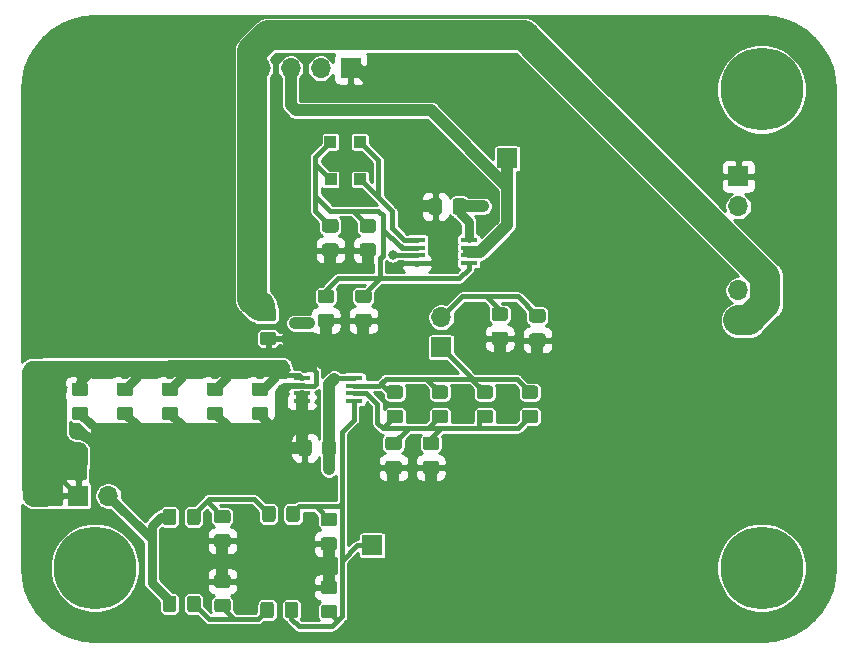
<source format=gbr>
%TF.GenerationSoftware,KiCad,Pcbnew,(5.1.9)-1*%
%TF.CreationDate,2021-07-10T10:06:25-04:00*%
%TF.ProjectId,detector_circuit_LTC6269,64657465-6374-46f7-925f-636972637569,rev?*%
%TF.SameCoordinates,Original*%
%TF.FileFunction,Copper,L1,Top*%
%TF.FilePolarity,Positive*%
%FSLAX46Y46*%
G04 Gerber Fmt 4.6, Leading zero omitted, Abs format (unit mm)*
G04 Created by KiCad (PCBNEW (5.1.9)-1) date 2021-07-10 10:06:25*
%MOMM*%
%LPD*%
G01*
G04 APERTURE LIST*
%TA.AperFunction,ComponentPad*%
%ADD10C,7.000000*%
%TD*%
%TA.AperFunction,ComponentPad*%
%ADD11O,1.700000X1.700000*%
%TD*%
%TA.AperFunction,ComponentPad*%
%ADD12R,1.700000X1.700000*%
%TD*%
%TA.AperFunction,SMDPad,CuDef*%
%ADD13R,1.450000X0.450000*%
%TD*%
%TA.AperFunction,SMDPad,CuDef*%
%ADD14R,1.000000X1.000000*%
%TD*%
%TA.AperFunction,ViaPad*%
%ADD15C,0.800000*%
%TD*%
%TA.AperFunction,Conductor*%
%ADD16C,1.000000*%
%TD*%
%TA.AperFunction,Conductor*%
%ADD17C,0.420000*%
%TD*%
%TA.AperFunction,Conductor*%
%ADD18C,0.800000*%
%TD*%
%TA.AperFunction,Conductor*%
%ADD19C,0.250000*%
%TD*%
%TA.AperFunction,Conductor*%
%ADD20C,2.500000*%
%TD*%
%TA.AperFunction,Conductor*%
%ADD21C,0.254000*%
%TD*%
%TA.AperFunction,Conductor*%
%ADD22C,0.100000*%
%TD*%
G04 APERTURE END LIST*
D10*
%TO.P,REF\u002A\u002A,1*%
%TO.N,N/C*%
X146621500Y-100457000D03*
%TD*%
%TO.P,REF\u002A\u002A,1*%
%TO.N,N/C*%
X146621500Y-140970000D03*
%TD*%
%TO.P,R1,2*%
%TO.N,/SIPM_OUT*%
%TA.AperFunction,SMDPad,CuDef*%
G36*
G01*
X105288501Y-120082000D02*
X104388499Y-120082000D01*
G75*
G02*
X104138500Y-119832001I0J249999D01*
G01*
X104138500Y-119181999D01*
G75*
G02*
X104388499Y-118932000I249999J0D01*
G01*
X105288501Y-118932000D01*
G75*
G02*
X105538500Y-119181999I0J-249999D01*
G01*
X105538500Y-119832001D01*
G75*
G02*
X105288501Y-120082000I-249999J0D01*
G01*
G37*
%TD.AperFunction*%
%TO.P,R1,1*%
%TO.N,Net-(C31-Pad2)*%
%TA.AperFunction,SMDPad,CuDef*%
G36*
G01*
X105288501Y-122132000D02*
X104388499Y-122132000D01*
G75*
G02*
X104138500Y-121882001I0J249999D01*
G01*
X104138500Y-121231999D01*
G75*
G02*
X104388499Y-120982000I249999J0D01*
G01*
X105288501Y-120982000D01*
G75*
G02*
X105538500Y-121231999I0J-249999D01*
G01*
X105538500Y-121882001D01*
G75*
G02*
X105288501Y-122132000I-249999J0D01*
G01*
G37*
%TD.AperFunction*%
%TD*%
D11*
%TO.P,J3,4*%
%TO.N,/SIPM_OUT*%
X104203500Y-98679000D03*
%TO.P,J3,3*%
%TO.N,/DET_ADC*%
X106743500Y-98679000D03*
%TO.P,J3,2*%
%TO.N,/AMP_OUT*%
X109283500Y-98679000D03*
D12*
%TO.P,J3,1*%
%TO.N,GND*%
X111823500Y-98679000D03*
%TD*%
D11*
%TO.P,J2,2*%
%TO.N,N/C*%
X144653000Y-117475000D03*
D12*
%TO.P,J2,1*%
%TO.N,/SIPM_OUT*%
X144653000Y-120015000D03*
%TD*%
D11*
%TO.P,J1,2*%
%TO.N,+4.7V*%
X144653000Y-110363000D03*
D12*
%TO.P,J1,1*%
%TO.N,GND*%
X144653000Y-107823000D03*
%TD*%
D10*
%TO.P,REF\u002A\u002A,1*%
%TO.N,N/C*%
X90170000Y-140970000D03*
%TD*%
D12*
%TO.P,TP15,1*%
%TO.N,Net-(C18-Pad2)*%
X113665000Y-139065000D03*
%TD*%
%TO.P,R26,2*%
%TO.N,GND*%
%TA.AperFunction,SMDPad,CuDef*%
G36*
G01*
X115001999Y-131904000D02*
X115902001Y-131904000D01*
G75*
G02*
X116152000Y-132153999I0J-249999D01*
G01*
X116152000Y-132804001D01*
G75*
G02*
X115902001Y-133054000I-249999J0D01*
G01*
X115001999Y-133054000D01*
G75*
G02*
X114752000Y-132804001I0J249999D01*
G01*
X114752000Y-132153999D01*
G75*
G02*
X115001999Y-131904000I249999J0D01*
G01*
G37*
%TD.AperFunction*%
%TO.P,R26,1*%
%TO.N,Net-(C36-Pad2)*%
%TA.AperFunction,SMDPad,CuDef*%
G36*
G01*
X115001999Y-129854000D02*
X115902001Y-129854000D01*
G75*
G02*
X116152000Y-130103999I0J-249999D01*
G01*
X116152000Y-130754001D01*
G75*
G02*
X115902001Y-131004000I-249999J0D01*
G01*
X115001999Y-131004000D01*
G75*
G02*
X114752000Y-130754001I0J249999D01*
G01*
X114752000Y-130103999D01*
G75*
G02*
X115001999Y-129854000I249999J0D01*
G01*
G37*
%TD.AperFunction*%
%TD*%
%TO.P,R34,2*%
%TO.N,Net-(C36-Pad2)*%
%TA.AperFunction,SMDPad,CuDef*%
G36*
G01*
X119068001Y-130995000D02*
X118167999Y-130995000D01*
G75*
G02*
X117918000Y-130745001I0J249999D01*
G01*
X117918000Y-130094999D01*
G75*
G02*
X118167999Y-129845000I249999J0D01*
G01*
X119068001Y-129845000D01*
G75*
G02*
X119318000Y-130094999I0J-249999D01*
G01*
X119318000Y-130745001D01*
G75*
G02*
X119068001Y-130995000I-249999J0D01*
G01*
G37*
%TD.AperFunction*%
%TO.P,R34,1*%
%TO.N,GND*%
%TA.AperFunction,SMDPad,CuDef*%
G36*
G01*
X119068001Y-133045000D02*
X118167999Y-133045000D01*
G75*
G02*
X117918000Y-132795001I0J249999D01*
G01*
X117918000Y-132144999D01*
G75*
G02*
X118167999Y-131895000I249999J0D01*
G01*
X119068001Y-131895000D01*
G75*
G02*
X119318000Y-132144999I0J-249999D01*
G01*
X119318000Y-132795001D01*
G75*
G02*
X119068001Y-133045000I-249999J0D01*
G01*
G37*
%TD.AperFunction*%
%TD*%
D11*
%TO.P,JP1,2*%
%TO.N,/AMP_OUT*%
X119507000Y-119761000D03*
D12*
%TO.P,JP1,1*%
%TO.N,Net-(C36-Pad1)*%
X119507000Y-122301000D03*
%TD*%
%TO.P,R39,2*%
%TO.N,GND*%
%TA.AperFunction,SMDPad,CuDef*%
G36*
G01*
X109658999Y-113489000D02*
X110559001Y-113489000D01*
G75*
G02*
X110809000Y-113738999I0J-249999D01*
G01*
X110809000Y-114389001D01*
G75*
G02*
X110559001Y-114639000I-249999J0D01*
G01*
X109658999Y-114639000D01*
G75*
G02*
X109409000Y-114389001I0J249999D01*
G01*
X109409000Y-113738999D01*
G75*
G02*
X109658999Y-113489000I249999J0D01*
G01*
G37*
%TD.AperFunction*%
%TO.P,R39,1*%
%TO.N,Net-(C19-Pad1)*%
%TA.AperFunction,SMDPad,CuDef*%
G36*
G01*
X109658999Y-111439000D02*
X110559001Y-111439000D01*
G75*
G02*
X110809000Y-111688999I0J-249999D01*
G01*
X110809000Y-112339001D01*
G75*
G02*
X110559001Y-112589000I-249999J0D01*
G01*
X109658999Y-112589000D01*
G75*
G02*
X109409000Y-112339001I0J249999D01*
G01*
X109409000Y-111688999D01*
G75*
G02*
X109658999Y-111439000I249999J0D01*
G01*
G37*
%TD.AperFunction*%
%TD*%
%TO.P,C32,2*%
%TO.N,/Filter_IN*%
%TA.AperFunction,SMDPad,CuDef*%
G36*
G01*
X97077000Y-136201999D02*
X97077000Y-137102001D01*
G75*
G02*
X96827001Y-137352000I-249999J0D01*
G01*
X96176999Y-137352000D01*
G75*
G02*
X95927000Y-137102001I0J249999D01*
G01*
X95927000Y-136201999D01*
G75*
G02*
X96176999Y-135952000I249999J0D01*
G01*
X96827001Y-135952000D01*
G75*
G02*
X97077000Y-136201999I0J-249999D01*
G01*
G37*
%TD.AperFunction*%
%TO.P,C32,1*%
%TO.N,Net-(C32-Pad1)*%
%TA.AperFunction,SMDPad,CuDef*%
G36*
G01*
X99127000Y-136201999D02*
X99127000Y-137102001D01*
G75*
G02*
X98877001Y-137352000I-249999J0D01*
G01*
X98226999Y-137352000D01*
G75*
G02*
X97977000Y-137102001I0J249999D01*
G01*
X97977000Y-136201999D01*
G75*
G02*
X98226999Y-135952000I249999J0D01*
G01*
X98877001Y-135952000D01*
G75*
G02*
X99127000Y-136201999I0J-249999D01*
G01*
G37*
%TD.AperFunction*%
%TD*%
%TO.P,C27,2*%
%TO.N,GND*%
%TA.AperFunction,SMDPad,CuDef*%
G36*
G01*
X127184999Y-121109000D02*
X128085001Y-121109000D01*
G75*
G02*
X128335000Y-121358999I0J-249999D01*
G01*
X128335000Y-122009001D01*
G75*
G02*
X128085001Y-122259000I-249999J0D01*
G01*
X127184999Y-122259000D01*
G75*
G02*
X126935000Y-122009001I0J249999D01*
G01*
X126935000Y-121358999D01*
G75*
G02*
X127184999Y-121109000I249999J0D01*
G01*
G37*
%TD.AperFunction*%
%TO.P,C27,1*%
%TO.N,/AMP_OUT*%
%TA.AperFunction,SMDPad,CuDef*%
G36*
G01*
X127184999Y-119059000D02*
X128085001Y-119059000D01*
G75*
G02*
X128335000Y-119308999I0J-249999D01*
G01*
X128335000Y-119959001D01*
G75*
G02*
X128085001Y-120209000I-249999J0D01*
G01*
X127184999Y-120209000D01*
G75*
G02*
X126935000Y-119959001I0J249999D01*
G01*
X126935000Y-119308999D01*
G75*
G02*
X127184999Y-119059000I249999J0D01*
G01*
G37*
%TD.AperFunction*%
%TD*%
D13*
%TO.P,U12,8*%
%TO.N,+4.7V*%
X112118500Y-124882000D03*
%TO.P,U12,7*%
%TO.N,Net-(C36-Pad1)*%
X112118500Y-125532000D03*
%TO.P,U12,6*%
%TO.N,Net-(C36-Pad2)*%
X112118500Y-126182000D03*
%TO.P,U12,5*%
%TO.N,Net-(C18-Pad2)*%
X112118500Y-126832000D03*
%TO.P,U12,4*%
%TO.N,GND*%
X107718500Y-126832000D03*
%TO.P,U12,3*%
X107718500Y-126182000D03*
%TO.P,U12,2*%
%TO.N,Net-(C31-Pad2)*%
X107718500Y-125532000D03*
%TO.P,U12,1*%
%TO.N,Net-(C31-Pad1)*%
X107718500Y-124882000D03*
%TD*%
%TO.P,C37,2*%
%TO.N,GND*%
%TA.AperFunction,SMDPad,CuDef*%
G36*
G01*
X109277999Y-119449000D02*
X110178001Y-119449000D01*
G75*
G02*
X110428000Y-119698999I0J-249999D01*
G01*
X110428000Y-120349001D01*
G75*
G02*
X110178001Y-120599000I-249999J0D01*
G01*
X109277999Y-120599000D01*
G75*
G02*
X109028000Y-120349001I0J249999D01*
G01*
X109028000Y-119698999D01*
G75*
G02*
X109277999Y-119449000I249999J0D01*
G01*
G37*
%TD.AperFunction*%
%TO.P,C37,1*%
%TO.N,Net-(C19-Pad1)*%
%TA.AperFunction,SMDPad,CuDef*%
G36*
G01*
X109277999Y-117399000D02*
X110178001Y-117399000D01*
G75*
G02*
X110428000Y-117648999I0J-249999D01*
G01*
X110428000Y-118299001D01*
G75*
G02*
X110178001Y-118549000I-249999J0D01*
G01*
X109277999Y-118549000D01*
G75*
G02*
X109028000Y-118299001I0J249999D01*
G01*
X109028000Y-117648999D01*
G75*
G02*
X109277999Y-117399000I249999J0D01*
G01*
G37*
%TD.AperFunction*%
%TD*%
%TO.P,R42,2*%
%TO.N,GND*%
%TA.AperFunction,SMDPad,CuDef*%
G36*
G01*
X124009999Y-120964000D02*
X124910001Y-120964000D01*
G75*
G02*
X125160000Y-121213999I0J-249999D01*
G01*
X125160000Y-121864001D01*
G75*
G02*
X124910001Y-122114000I-249999J0D01*
G01*
X124009999Y-122114000D01*
G75*
G02*
X123760000Y-121864001I0J249999D01*
G01*
X123760000Y-121213999D01*
G75*
G02*
X124009999Y-120964000I249999J0D01*
G01*
G37*
%TD.AperFunction*%
%TO.P,R42,1*%
%TO.N,/AMP_OUT*%
%TA.AperFunction,SMDPad,CuDef*%
G36*
G01*
X124009999Y-118914000D02*
X124910001Y-118914000D01*
G75*
G02*
X125160000Y-119163999I0J-249999D01*
G01*
X125160000Y-119814001D01*
G75*
G02*
X124910001Y-120064000I-249999J0D01*
G01*
X124009999Y-120064000D01*
G75*
G02*
X123760000Y-119814001I0J249999D01*
G01*
X123760000Y-119163999D01*
G75*
G02*
X124009999Y-118914000I249999J0D01*
G01*
G37*
%TD.AperFunction*%
%TD*%
%TO.P,C35,2*%
%TO.N,GND*%
%TA.AperFunction,SMDPad,CuDef*%
G36*
G01*
X108525000Y-130359999D02*
X108525000Y-131260001D01*
G75*
G02*
X108275001Y-131510000I-249999J0D01*
G01*
X107624999Y-131510000D01*
G75*
G02*
X107375000Y-131260001I0J249999D01*
G01*
X107375000Y-130359999D01*
G75*
G02*
X107624999Y-130110000I249999J0D01*
G01*
X108275001Y-130110000D01*
G75*
G02*
X108525000Y-130359999I0J-249999D01*
G01*
G37*
%TD.AperFunction*%
%TO.P,C35,1*%
%TO.N,+4.7V*%
%TA.AperFunction,SMDPad,CuDef*%
G36*
G01*
X110575000Y-130359999D02*
X110575000Y-131260001D01*
G75*
G02*
X110325001Y-131510000I-249999J0D01*
G01*
X109674999Y-131510000D01*
G75*
G02*
X109425000Y-131260001I0J249999D01*
G01*
X109425000Y-130359999D01*
G75*
G02*
X109674999Y-130110000I249999J0D01*
G01*
X110325001Y-130110000D01*
G75*
G02*
X110575000Y-130359999I0J-249999D01*
G01*
G37*
%TD.AperFunction*%
%TD*%
D14*
%TO.P,D2,2*%
%TO.N,Net-(D2-Pad2)*%
X112629000Y-108077000D03*
%TO.P,D2,1*%
%TO.N,Net-(C19-Pad1)*%
X110129000Y-108077000D03*
%TD*%
D12*
%TO.P,TP1,1*%
%TO.N,/DET_ADC*%
X125095000Y-106299000D03*
%TD*%
D11*
%TO.P,JP5,2*%
%TO.N,/Filter_IN*%
X91313000Y-134874000D03*
D12*
%TO.P,JP5,1*%
%TO.N,Net-(C31-Pad1)*%
X88773000Y-134874000D03*
%TD*%
D13*
%TO.P,U13,8*%
%TO.N,+4.7V*%
X121834000Y-113198000D03*
%TO.P,U13,7*%
%TO.N,/DET_ADC*%
X121834000Y-113848000D03*
%TO.P,U13,6*%
X121834000Y-114498000D03*
%TO.P,U13,5*%
%TO.N,Net-(C19-Pad1)*%
X121834000Y-115148000D03*
%TO.P,U13,4*%
%TO.N,GND*%
X117434000Y-115148000D03*
%TO.P,U13,3*%
%TO.N,/AMP_OUT*%
X117434000Y-114498000D03*
%TO.P,U13,2*%
%TO.N,Net-(C19-Pad1)*%
X117434000Y-113848000D03*
%TO.P,U13,1*%
%TO.N,Net-(D2-Pad2)*%
X117434000Y-113198000D03*
%TD*%
%TO.P,R40,2*%
%TO.N,Net-(C31-Pad2)*%
%TA.AperFunction,SMDPad,CuDef*%
G36*
G01*
X99879999Y-127323000D02*
X100780001Y-127323000D01*
G75*
G02*
X101030000Y-127572999I0J-249999D01*
G01*
X101030000Y-128223001D01*
G75*
G02*
X100780001Y-128473000I-249999J0D01*
G01*
X99879999Y-128473000D01*
G75*
G02*
X99630000Y-128223001I0J249999D01*
G01*
X99630000Y-127572999D01*
G75*
G02*
X99879999Y-127323000I249999J0D01*
G01*
G37*
%TD.AperFunction*%
%TO.P,R40,1*%
%TO.N,Net-(C31-Pad1)*%
%TA.AperFunction,SMDPad,CuDef*%
G36*
G01*
X99879999Y-125273000D02*
X100780001Y-125273000D01*
G75*
G02*
X101030000Y-125522999I0J-249999D01*
G01*
X101030000Y-126173001D01*
G75*
G02*
X100780001Y-126423000I-249999J0D01*
G01*
X99879999Y-126423000D01*
G75*
G02*
X99630000Y-126173001I0J249999D01*
G01*
X99630000Y-125522999D01*
G75*
G02*
X99879999Y-125273000I249999J0D01*
G01*
G37*
%TD.AperFunction*%
%TD*%
%TO.P,R36,2*%
%TO.N,Net-(C36-Pad2)*%
%TA.AperFunction,SMDPad,CuDef*%
G36*
G01*
X122739999Y-127568000D02*
X123640001Y-127568000D01*
G75*
G02*
X123890000Y-127817999I0J-249999D01*
G01*
X123890000Y-128468001D01*
G75*
G02*
X123640001Y-128718000I-249999J0D01*
G01*
X122739999Y-128718000D01*
G75*
G02*
X122490000Y-128468001I0J249999D01*
G01*
X122490000Y-127817999D01*
G75*
G02*
X122739999Y-127568000I249999J0D01*
G01*
G37*
%TD.AperFunction*%
%TO.P,R36,1*%
%TO.N,Net-(C36-Pad1)*%
%TA.AperFunction,SMDPad,CuDef*%
G36*
G01*
X122739999Y-125518000D02*
X123640001Y-125518000D01*
G75*
G02*
X123890000Y-125767999I0J-249999D01*
G01*
X123890000Y-126418001D01*
G75*
G02*
X123640001Y-126668000I-249999J0D01*
G01*
X122739999Y-126668000D01*
G75*
G02*
X122490000Y-126418001I0J249999D01*
G01*
X122490000Y-125767999D01*
G75*
G02*
X122739999Y-125518000I249999J0D01*
G01*
G37*
%TD.AperFunction*%
%TD*%
%TO.P,R35,2*%
%TO.N,Net-(C36-Pad2)*%
%TA.AperFunction,SMDPad,CuDef*%
G36*
G01*
X126549999Y-127568000D02*
X127450001Y-127568000D01*
G75*
G02*
X127700000Y-127817999I0J-249999D01*
G01*
X127700000Y-128468001D01*
G75*
G02*
X127450001Y-128718000I-249999J0D01*
G01*
X126549999Y-128718000D01*
G75*
G02*
X126300000Y-128468001I0J249999D01*
G01*
X126300000Y-127817999D01*
G75*
G02*
X126549999Y-127568000I249999J0D01*
G01*
G37*
%TD.AperFunction*%
%TO.P,R35,1*%
%TO.N,Net-(C36-Pad1)*%
%TA.AperFunction,SMDPad,CuDef*%
G36*
G01*
X126549999Y-125518000D02*
X127450001Y-125518000D01*
G75*
G02*
X127700000Y-125767999I0J-249999D01*
G01*
X127700000Y-126418001D01*
G75*
G02*
X127450001Y-126668000I-249999J0D01*
G01*
X126549999Y-126668000D01*
G75*
G02*
X126300000Y-126418001I0J249999D01*
G01*
X126300000Y-125767999D01*
G75*
G02*
X126549999Y-125518000I249999J0D01*
G01*
G37*
%TD.AperFunction*%
%TD*%
%TO.P,R33,1*%
%TO.N,Net-(C18-Pad2)*%
%TA.AperFunction,SMDPad,CuDef*%
G36*
G01*
X107382000Y-144075999D02*
X107382000Y-144976001D01*
G75*
G02*
X107132001Y-145226000I-249999J0D01*
G01*
X106481999Y-145226000D01*
G75*
G02*
X106232000Y-144976001I0J249999D01*
G01*
X106232000Y-144075999D01*
G75*
G02*
X106481999Y-143826000I249999J0D01*
G01*
X107132001Y-143826000D01*
G75*
G02*
X107382000Y-144075999I0J-249999D01*
G01*
G37*
%TD.AperFunction*%
%TO.P,R33,2*%
%TO.N,Net-(C17-Pad1)*%
%TA.AperFunction,SMDPad,CuDef*%
G36*
G01*
X105332000Y-144075999D02*
X105332000Y-144976001D01*
G75*
G02*
X105082001Y-145226000I-249999J0D01*
G01*
X104431999Y-145226000D01*
G75*
G02*
X104182000Y-144976001I0J249999D01*
G01*
X104182000Y-144075999D01*
G75*
G02*
X104431999Y-143826000I249999J0D01*
G01*
X105082001Y-143826000D01*
G75*
G02*
X105332000Y-144075999I0J-249999D01*
G01*
G37*
%TD.AperFunction*%
%TD*%
%TO.P,R32,2*%
%TO.N,GND*%
%TA.AperFunction,SMDPad,CuDef*%
G36*
G01*
X101415001Y-142679000D02*
X100514999Y-142679000D01*
G75*
G02*
X100265000Y-142429001I0J249999D01*
G01*
X100265000Y-141778999D01*
G75*
G02*
X100514999Y-141529000I249999J0D01*
G01*
X101415001Y-141529000D01*
G75*
G02*
X101665000Y-141778999I0J-249999D01*
G01*
X101665000Y-142429001D01*
G75*
G02*
X101415001Y-142679000I-249999J0D01*
G01*
G37*
%TD.AperFunction*%
%TO.P,R32,1*%
%TO.N,Net-(C17-Pad1)*%
%TA.AperFunction,SMDPad,CuDef*%
G36*
G01*
X101415001Y-144729000D02*
X100514999Y-144729000D01*
G75*
G02*
X100265000Y-144479001I0J249999D01*
G01*
X100265000Y-143828999D01*
G75*
G02*
X100514999Y-143579000I249999J0D01*
G01*
X101415001Y-143579000D01*
G75*
G02*
X101665000Y-143828999I0J-249999D01*
G01*
X101665000Y-144479001D01*
G75*
G02*
X101415001Y-144729000I-249999J0D01*
G01*
G37*
%TD.AperFunction*%
%TD*%
%TO.P,R31,2*%
%TO.N,Net-(C31-Pad2)*%
%TA.AperFunction,SMDPad,CuDef*%
G36*
G01*
X88449999Y-127323000D02*
X89350001Y-127323000D01*
G75*
G02*
X89600000Y-127572999I0J-249999D01*
G01*
X89600000Y-128223001D01*
G75*
G02*
X89350001Y-128473000I-249999J0D01*
G01*
X88449999Y-128473000D01*
G75*
G02*
X88200000Y-128223001I0J249999D01*
G01*
X88200000Y-127572999D01*
G75*
G02*
X88449999Y-127323000I249999J0D01*
G01*
G37*
%TD.AperFunction*%
%TO.P,R31,1*%
%TO.N,Net-(C31-Pad1)*%
%TA.AperFunction,SMDPad,CuDef*%
G36*
G01*
X88449999Y-125273000D02*
X89350001Y-125273000D01*
G75*
G02*
X89600000Y-125522999I0J-249999D01*
G01*
X89600000Y-126173001D01*
G75*
G02*
X89350001Y-126423000I-249999J0D01*
G01*
X88449999Y-126423000D01*
G75*
G02*
X88200000Y-126173001I0J249999D01*
G01*
X88200000Y-125522999D01*
G75*
G02*
X88449999Y-125273000I249999J0D01*
G01*
G37*
%TD.AperFunction*%
%TD*%
%TO.P,R30,2*%
%TO.N,GND*%
%TA.AperFunction,SMDPad,CuDef*%
G36*
G01*
X112452999Y-119449000D02*
X113353001Y-119449000D01*
G75*
G02*
X113603000Y-119698999I0J-249999D01*
G01*
X113603000Y-120349001D01*
G75*
G02*
X113353001Y-120599000I-249999J0D01*
G01*
X112452999Y-120599000D01*
G75*
G02*
X112203000Y-120349001I0J249999D01*
G01*
X112203000Y-119698999D01*
G75*
G02*
X112452999Y-119449000I249999J0D01*
G01*
G37*
%TD.AperFunction*%
%TO.P,R30,1*%
%TO.N,Net-(C19-Pad1)*%
%TA.AperFunction,SMDPad,CuDef*%
G36*
G01*
X112452999Y-117399000D02*
X113353001Y-117399000D01*
G75*
G02*
X113603000Y-117648999I0J-249999D01*
G01*
X113603000Y-118299001D01*
G75*
G02*
X113353001Y-118549000I-249999J0D01*
G01*
X112452999Y-118549000D01*
G75*
G02*
X112203000Y-118299001I0J249999D01*
G01*
X112203000Y-117648999D01*
G75*
G02*
X112452999Y-117399000I249999J0D01*
G01*
G37*
%TD.AperFunction*%
%TD*%
%TO.P,R27,2*%
%TO.N,Net-(C36-Pad2)*%
%TA.AperFunction,SMDPad,CuDef*%
G36*
G01*
X115119999Y-127568000D02*
X116020001Y-127568000D01*
G75*
G02*
X116270000Y-127817999I0J-249999D01*
G01*
X116270000Y-128468001D01*
G75*
G02*
X116020001Y-128718000I-249999J0D01*
G01*
X115119999Y-128718000D01*
G75*
G02*
X114870000Y-128468001I0J249999D01*
G01*
X114870000Y-127817999D01*
G75*
G02*
X115119999Y-127568000I249999J0D01*
G01*
G37*
%TD.AperFunction*%
%TO.P,R27,1*%
%TO.N,Net-(C36-Pad1)*%
%TA.AperFunction,SMDPad,CuDef*%
G36*
G01*
X115119999Y-125518000D02*
X116020001Y-125518000D01*
G75*
G02*
X116270000Y-125767999I0J-249999D01*
G01*
X116270000Y-126418001D01*
G75*
G02*
X116020001Y-126668000I-249999J0D01*
G01*
X115119999Y-126668000D01*
G75*
G02*
X114870000Y-126418001I0J249999D01*
G01*
X114870000Y-125767999D01*
G75*
G02*
X115119999Y-125518000I249999J0D01*
G01*
G37*
%TD.AperFunction*%
%TD*%
%TO.P,R25,2*%
%TO.N,Net-(C32-Pad1)*%
%TA.AperFunction,SMDPad,CuDef*%
G36*
G01*
X105477000Y-135947999D02*
X105477000Y-136848001D01*
G75*
G02*
X105227001Y-137098000I-249999J0D01*
G01*
X104576999Y-137098000D01*
G75*
G02*
X104327000Y-136848001I0J249999D01*
G01*
X104327000Y-135947999D01*
G75*
G02*
X104576999Y-135698000I249999J0D01*
G01*
X105227001Y-135698000D01*
G75*
G02*
X105477000Y-135947999I0J-249999D01*
G01*
G37*
%TD.AperFunction*%
%TO.P,R25,1*%
%TO.N,Net-(C18-Pad2)*%
%TA.AperFunction,SMDPad,CuDef*%
G36*
G01*
X107527000Y-135947999D02*
X107527000Y-136848001D01*
G75*
G02*
X107277001Y-137098000I-249999J0D01*
G01*
X106626999Y-137098000D01*
G75*
G02*
X106377000Y-136848001I0J249999D01*
G01*
X106377000Y-135947999D01*
G75*
G02*
X106626999Y-135698000I249999J0D01*
G01*
X107277001Y-135698000D01*
G75*
G02*
X107527000Y-135947999I0J-249999D01*
G01*
G37*
%TD.AperFunction*%
%TD*%
%TO.P,R24,2*%
%TO.N,GND*%
%TA.AperFunction,SMDPad,CuDef*%
G36*
G01*
X100514999Y-138109000D02*
X101415001Y-138109000D01*
G75*
G02*
X101665000Y-138358999I0J-249999D01*
G01*
X101665000Y-139009001D01*
G75*
G02*
X101415001Y-139259000I-249999J0D01*
G01*
X100514999Y-139259000D01*
G75*
G02*
X100265000Y-139009001I0J249999D01*
G01*
X100265000Y-138358999D01*
G75*
G02*
X100514999Y-138109000I249999J0D01*
G01*
G37*
%TD.AperFunction*%
%TO.P,R24,1*%
%TO.N,Net-(C32-Pad1)*%
%TA.AperFunction,SMDPad,CuDef*%
G36*
G01*
X100514999Y-136059000D02*
X101415001Y-136059000D01*
G75*
G02*
X101665000Y-136308999I0J-249999D01*
G01*
X101665000Y-136959001D01*
G75*
G02*
X101415001Y-137209000I-249999J0D01*
G01*
X100514999Y-137209000D01*
G75*
G02*
X100265000Y-136959001I0J249999D01*
G01*
X100265000Y-136308999D01*
G75*
G02*
X100514999Y-136059000I249999J0D01*
G01*
G37*
%TD.AperFunction*%
%TD*%
%TO.P,R17,2*%
%TO.N,Net-(C31-Pad2)*%
%TA.AperFunction,SMDPad,CuDef*%
G36*
G01*
X92259999Y-127323000D02*
X93160001Y-127323000D01*
G75*
G02*
X93410000Y-127572999I0J-249999D01*
G01*
X93410000Y-128223001D01*
G75*
G02*
X93160001Y-128473000I-249999J0D01*
G01*
X92259999Y-128473000D01*
G75*
G02*
X92010000Y-128223001I0J249999D01*
G01*
X92010000Y-127572999D01*
G75*
G02*
X92259999Y-127323000I249999J0D01*
G01*
G37*
%TD.AperFunction*%
%TO.P,R17,1*%
%TO.N,Net-(C31-Pad1)*%
%TA.AperFunction,SMDPad,CuDef*%
G36*
G01*
X92259999Y-125273000D02*
X93160001Y-125273000D01*
G75*
G02*
X93410000Y-125522999I0J-249999D01*
G01*
X93410000Y-126173001D01*
G75*
G02*
X93160001Y-126423000I-249999J0D01*
G01*
X92259999Y-126423000D01*
G75*
G02*
X92010000Y-126173001I0J249999D01*
G01*
X92010000Y-125522999D01*
G75*
G02*
X92259999Y-125273000I249999J0D01*
G01*
G37*
%TD.AperFunction*%
%TD*%
%TO.P,R16,2*%
%TO.N,Net-(C31-Pad2)*%
%TA.AperFunction,SMDPad,CuDef*%
G36*
G01*
X96069999Y-127323000D02*
X96970001Y-127323000D01*
G75*
G02*
X97220000Y-127572999I0J-249999D01*
G01*
X97220000Y-128223001D01*
G75*
G02*
X96970001Y-128473000I-249999J0D01*
G01*
X96069999Y-128473000D01*
G75*
G02*
X95820000Y-128223001I0J249999D01*
G01*
X95820000Y-127572999D01*
G75*
G02*
X96069999Y-127323000I249999J0D01*
G01*
G37*
%TD.AperFunction*%
%TO.P,R16,1*%
%TO.N,Net-(C31-Pad1)*%
%TA.AperFunction,SMDPad,CuDef*%
G36*
G01*
X96069999Y-125273000D02*
X96970001Y-125273000D01*
G75*
G02*
X97220000Y-125522999I0J-249999D01*
G01*
X97220000Y-126173001D01*
G75*
G02*
X96970001Y-126423000I-249999J0D01*
G01*
X96069999Y-126423000D01*
G75*
G02*
X95820000Y-126173001I0J249999D01*
G01*
X95820000Y-125522999D01*
G75*
G02*
X96069999Y-125273000I249999J0D01*
G01*
G37*
%TD.AperFunction*%
%TD*%
D14*
%TO.P,D6,2*%
%TO.N,Net-(D2-Pad2)*%
X112609000Y-104902000D03*
%TO.P,D6,1*%
%TO.N,Net-(C19-Pad1)*%
X110109000Y-104902000D03*
%TD*%
%TO.P,C39,2*%
%TO.N,GND*%
%TA.AperFunction,SMDPad,CuDef*%
G36*
G01*
X119574000Y-109912999D02*
X119574000Y-110813001D01*
G75*
G02*
X119324001Y-111063000I-249999J0D01*
G01*
X118673999Y-111063000D01*
G75*
G02*
X118424000Y-110813001I0J249999D01*
G01*
X118424000Y-109912999D01*
G75*
G02*
X118673999Y-109663000I249999J0D01*
G01*
X119324001Y-109663000D01*
G75*
G02*
X119574000Y-109912999I0J-249999D01*
G01*
G37*
%TD.AperFunction*%
%TO.P,C39,1*%
%TO.N,+4.7V*%
%TA.AperFunction,SMDPad,CuDef*%
G36*
G01*
X121624000Y-109912999D02*
X121624000Y-110813001D01*
G75*
G02*
X121374001Y-111063000I-249999J0D01*
G01*
X120723999Y-111063000D01*
G75*
G02*
X120474000Y-110813001I0J249999D01*
G01*
X120474000Y-109912999D01*
G75*
G02*
X120723999Y-109663000I249999J0D01*
G01*
X121374001Y-109663000D01*
G75*
G02*
X121624000Y-109912999I0J-249999D01*
G01*
G37*
%TD.AperFunction*%
%TD*%
%TO.P,C36,2*%
%TO.N,Net-(C36-Pad2)*%
%TA.AperFunction,SMDPad,CuDef*%
G36*
G01*
X118929999Y-127568000D02*
X119830001Y-127568000D01*
G75*
G02*
X120080000Y-127817999I0J-249999D01*
G01*
X120080000Y-128468001D01*
G75*
G02*
X119830001Y-128718000I-249999J0D01*
G01*
X118929999Y-128718000D01*
G75*
G02*
X118680000Y-128468001I0J249999D01*
G01*
X118680000Y-127817999D01*
G75*
G02*
X118929999Y-127568000I249999J0D01*
G01*
G37*
%TD.AperFunction*%
%TO.P,C36,1*%
%TO.N,Net-(C36-Pad1)*%
%TA.AperFunction,SMDPad,CuDef*%
G36*
G01*
X118929999Y-125518000D02*
X119830001Y-125518000D01*
G75*
G02*
X120080000Y-125767999I0J-249999D01*
G01*
X120080000Y-126418001D01*
G75*
G02*
X119830001Y-126668000I-249999J0D01*
G01*
X118929999Y-126668000D01*
G75*
G02*
X118680000Y-126418001I0J249999D01*
G01*
X118680000Y-125767999D01*
G75*
G02*
X118929999Y-125518000I249999J0D01*
G01*
G37*
%TD.AperFunction*%
%TD*%
%TO.P,C33,2*%
%TO.N,Net-(C18-Pad2)*%
%TA.AperFunction,SMDPad,CuDef*%
G36*
G01*
X110432001Y-137463000D02*
X109531999Y-137463000D01*
G75*
G02*
X109282000Y-137213001I0J249999D01*
G01*
X109282000Y-136562999D01*
G75*
G02*
X109531999Y-136313000I249999J0D01*
G01*
X110432001Y-136313000D01*
G75*
G02*
X110682000Y-136562999I0J-249999D01*
G01*
X110682000Y-137213001D01*
G75*
G02*
X110432001Y-137463000I-249999J0D01*
G01*
G37*
%TD.AperFunction*%
%TO.P,C33,1*%
%TO.N,GND*%
%TA.AperFunction,SMDPad,CuDef*%
G36*
G01*
X110432001Y-139513000D02*
X109531999Y-139513000D01*
G75*
G02*
X109282000Y-139263001I0J249999D01*
G01*
X109282000Y-138612999D01*
G75*
G02*
X109531999Y-138363000I249999J0D01*
G01*
X110432001Y-138363000D01*
G75*
G02*
X110682000Y-138612999I0J-249999D01*
G01*
X110682000Y-139263001D01*
G75*
G02*
X110432001Y-139513000I-249999J0D01*
G01*
G37*
%TD.AperFunction*%
%TD*%
%TO.P,C31,2*%
%TO.N,Net-(C31-Pad2)*%
%TA.AperFunction,SMDPad,CuDef*%
G36*
G01*
X103689999Y-127323000D02*
X104590001Y-127323000D01*
G75*
G02*
X104840000Y-127572999I0J-249999D01*
G01*
X104840000Y-128223001D01*
G75*
G02*
X104590001Y-128473000I-249999J0D01*
G01*
X103689999Y-128473000D01*
G75*
G02*
X103440000Y-128223001I0J249999D01*
G01*
X103440000Y-127572999D01*
G75*
G02*
X103689999Y-127323000I249999J0D01*
G01*
G37*
%TD.AperFunction*%
%TO.P,C31,1*%
%TO.N,Net-(C31-Pad1)*%
%TA.AperFunction,SMDPad,CuDef*%
G36*
G01*
X103689999Y-125273000D02*
X104590001Y-125273000D01*
G75*
G02*
X104840000Y-125522999I0J-249999D01*
G01*
X104840000Y-126173001D01*
G75*
G02*
X104590001Y-126423000I-249999J0D01*
G01*
X103689999Y-126423000D01*
G75*
G02*
X103440000Y-126173001I0J249999D01*
G01*
X103440000Y-125522999D01*
G75*
G02*
X103689999Y-125273000I249999J0D01*
G01*
G37*
%TD.AperFunction*%
%TD*%
%TO.P,C19,2*%
%TO.N,GND*%
%TA.AperFunction,SMDPad,CuDef*%
G36*
G01*
X112833999Y-113489000D02*
X113734001Y-113489000D01*
G75*
G02*
X113984000Y-113738999I0J-249999D01*
G01*
X113984000Y-114389001D01*
G75*
G02*
X113734001Y-114639000I-249999J0D01*
G01*
X112833999Y-114639000D01*
G75*
G02*
X112584000Y-114389001I0J249999D01*
G01*
X112584000Y-113738999D01*
G75*
G02*
X112833999Y-113489000I249999J0D01*
G01*
G37*
%TD.AperFunction*%
%TO.P,C19,1*%
%TO.N,Net-(C19-Pad1)*%
%TA.AperFunction,SMDPad,CuDef*%
G36*
G01*
X112833999Y-111439000D02*
X113734001Y-111439000D01*
G75*
G02*
X113984000Y-111688999I0J-249999D01*
G01*
X113984000Y-112339001D01*
G75*
G02*
X113734001Y-112589000I-249999J0D01*
G01*
X112833999Y-112589000D01*
G75*
G02*
X112584000Y-112339001I0J249999D01*
G01*
X112584000Y-111688999D01*
G75*
G02*
X112833999Y-111439000I249999J0D01*
G01*
G37*
%TD.AperFunction*%
%TD*%
%TO.P,C18,1*%
%TO.N,GND*%
%TA.AperFunction,SMDPad,CuDef*%
G36*
G01*
X109531999Y-142037000D02*
X110432001Y-142037000D01*
G75*
G02*
X110682000Y-142286999I0J-249999D01*
G01*
X110682000Y-142937001D01*
G75*
G02*
X110432001Y-143187000I-249999J0D01*
G01*
X109531999Y-143187000D01*
G75*
G02*
X109282000Y-142937001I0J249999D01*
G01*
X109282000Y-142286999D01*
G75*
G02*
X109531999Y-142037000I249999J0D01*
G01*
G37*
%TD.AperFunction*%
%TO.P,C18,2*%
%TO.N,Net-(C18-Pad2)*%
%TA.AperFunction,SMDPad,CuDef*%
G36*
G01*
X109531999Y-144087000D02*
X110432001Y-144087000D01*
G75*
G02*
X110682000Y-144336999I0J-249999D01*
G01*
X110682000Y-144987001D01*
G75*
G02*
X110432001Y-145237000I-249999J0D01*
G01*
X109531999Y-145237000D01*
G75*
G02*
X109282000Y-144987001I0J249999D01*
G01*
X109282000Y-144336999D01*
G75*
G02*
X109531999Y-144087000I249999J0D01*
G01*
G37*
%TD.AperFunction*%
%TD*%
%TO.P,C17,2*%
%TO.N,/Filter_IN*%
%TA.AperFunction,SMDPad,CuDef*%
G36*
G01*
X97077000Y-143567999D02*
X97077000Y-144468001D01*
G75*
G02*
X96827001Y-144718000I-249999J0D01*
G01*
X96176999Y-144718000D01*
G75*
G02*
X95927000Y-144468001I0J249999D01*
G01*
X95927000Y-143567999D01*
G75*
G02*
X96176999Y-143318000I249999J0D01*
G01*
X96827001Y-143318000D01*
G75*
G02*
X97077000Y-143567999I0J-249999D01*
G01*
G37*
%TD.AperFunction*%
%TO.P,C17,1*%
%TO.N,Net-(C17-Pad1)*%
%TA.AperFunction,SMDPad,CuDef*%
G36*
G01*
X99127000Y-143567999D02*
X99127000Y-144468001D01*
G75*
G02*
X98877001Y-144718000I-249999J0D01*
G01*
X98226999Y-144718000D01*
G75*
G02*
X97977000Y-144468001I0J249999D01*
G01*
X97977000Y-143567999D01*
G75*
G02*
X98226999Y-143318000I249999J0D01*
G01*
X98877001Y-143318000D01*
G75*
G02*
X99127000Y-143567999I0J-249999D01*
G01*
G37*
%TD.AperFunction*%
%TD*%
D15*
%TO.N,GND*%
X124460000Y-123190000D03*
X109982000Y-140589000D03*
X100965000Y-140589000D03*
X106426000Y-130810000D03*
X117094000Y-110363000D03*
X127635000Y-123190000D03*
X118618000Y-134239000D03*
X109728000Y-122428000D03*
X112903000Y-122301000D03*
X110109000Y-115570000D03*
X113284000Y-115443000D03*
X119484500Y-115148000D03*
X115452000Y-134357000D03*
X114173000Y-100520500D03*
%TO.N,/AMP_OUT*%
X115379500Y-114490500D03*
%TO.N,+4.7V*%
X109982000Y-132588000D03*
X122809000Y-110363000D03*
%TD*%
D16*
%TO.N,*%
X107124500Y-120269000D02*
X108327990Y-120269000D01*
D17*
%TO.N,GND*%
X112649000Y-120024000D02*
X113021000Y-120024000D01*
X117434000Y-115148000D02*
X117262000Y-115148000D01*
D16*
X107950000Y-130810000D02*
X106426000Y-130810000D01*
D18*
X107950000Y-130810000D02*
X107823000Y-130810000D01*
X119126000Y-110490000D02*
X118999000Y-110363000D01*
D16*
X118999000Y-110363000D02*
X117094000Y-110363000D01*
X100965000Y-138684000D02*
X100965000Y-142104000D01*
X109982000Y-138938000D02*
X109982000Y-142612000D01*
X115452000Y-132479000D02*
X115452000Y-134230000D01*
X118618000Y-132470000D02*
X118618000Y-134239000D01*
X118618000Y-134239000D02*
X118618000Y-134239000D01*
X115452000Y-134357000D02*
X115452000Y-134357000D01*
X110109000Y-114064000D02*
X110109000Y-115570000D01*
X113284000Y-114064000D02*
X113284000Y-115443000D01*
X109728000Y-120024000D02*
X109728000Y-122428000D01*
X109728000Y-122428000D02*
X109728000Y-122428000D01*
X112903000Y-120024000D02*
X112903000Y-122301000D01*
X112903000Y-122301000D02*
X112903000Y-122301000D01*
X110109000Y-115570000D02*
X110109000Y-115570000D01*
X113284000Y-115443000D02*
X113284000Y-115443000D01*
X124460000Y-121539000D02*
X124460000Y-123190000D01*
X127635000Y-121684000D02*
X127635000Y-123190000D01*
X115452000Y-134230000D02*
X115452000Y-134357000D01*
X107718500Y-130578500D02*
X107950000Y-130810000D01*
X107718500Y-126832000D02*
X107718500Y-126457001D01*
X107718500Y-126832000D02*
X107718500Y-130578500D01*
D17*
X117434000Y-115148000D02*
X119484500Y-115148000D01*
X119484500Y-115148000D02*
X119484500Y-115148000D01*
D16*
X115452000Y-134357000D02*
X115452000Y-134357000D01*
X111823500Y-98679000D02*
X112331500Y-98679000D01*
X112331500Y-98679000D02*
X114173000Y-100520500D01*
X114173000Y-100520500D02*
X114173000Y-100520500D01*
D17*
%TO.N,Net-(C17-Pad1)*%
X98552000Y-144018000D02*
X99822000Y-145288000D01*
X103995000Y-145288000D02*
X104757000Y-144526000D01*
X101972000Y-145288000D02*
X101092000Y-144408000D01*
X102108000Y-145288000D02*
X101972000Y-145288000D01*
X102108000Y-145288000D02*
X103995000Y-145288000D01*
X99822000Y-145288000D02*
X102108000Y-145288000D01*
%TO.N,Net-(C18-Pad2)*%
X106952000Y-136398000D02*
X106952000Y-136253000D01*
X106952000Y-136253000D02*
X107442000Y-135763000D01*
X108857000Y-135763000D02*
X109982000Y-136888000D01*
X107442000Y-135763000D02*
X108857000Y-135763000D01*
X111092010Y-137998010D02*
X111092010Y-137954990D01*
X111092010Y-137998010D02*
X111092010Y-139286010D01*
X111092010Y-145066990D02*
X111092010Y-143551990D01*
X111092010Y-140367990D02*
X111092010Y-140843000D01*
X112395000Y-139065000D02*
X111092010Y-140367990D01*
X113665000Y-139065000D02*
X112395000Y-139065000D01*
X111092010Y-139286010D02*
X111092010Y-140843000D01*
X111092010Y-140843000D02*
X111092010Y-143551990D01*
X110605372Y-145285372D02*
X109982000Y-144662000D01*
X110873628Y-145285372D02*
X110605372Y-145285372D01*
X111092010Y-145066990D02*
X110873628Y-145285372D01*
X106807000Y-145288000D02*
X106807000Y-144526000D01*
X107442000Y-145923000D02*
X106807000Y-145288000D01*
X111092010Y-145066990D02*
X110236000Y-145923000D01*
X110236000Y-145923000D02*
X107442000Y-145923000D01*
X110805020Y-135763000D02*
X111092010Y-135476010D01*
X111092010Y-135476010D02*
X111092010Y-129445990D01*
X108857000Y-135763000D02*
X110805020Y-135763000D01*
X111092010Y-139141010D02*
X111092010Y-135476010D01*
X112118500Y-128419500D02*
X111092010Y-129445990D01*
X112118500Y-126832000D02*
X112118500Y-128419500D01*
%TO.N,Net-(C19-Pad1)*%
X110109000Y-108077000D02*
X108839000Y-106807000D01*
X110109000Y-110744000D02*
X108839000Y-109474000D01*
X111887000Y-110744000D02*
X110109000Y-110744000D01*
X113284000Y-112014000D02*
X112014000Y-110744000D01*
X111887000Y-110744000D02*
X112014000Y-110744000D01*
X108839000Y-106172000D02*
X110109000Y-104902000D01*
X108839000Y-110744000D02*
X108839000Y-106172000D01*
X110109000Y-112014000D02*
X108839000Y-110744000D01*
X112903000Y-117856000D02*
X112903000Y-117974000D01*
X114300000Y-116459000D02*
X112903000Y-117856000D01*
X121031000Y-116459000D02*
X114300000Y-116459000D01*
X121834000Y-115656000D02*
X121031000Y-116459000D01*
X121834000Y-115148000D02*
X121834000Y-115656000D01*
X110608000Y-116586000D02*
X109728000Y-117466000D01*
X110735000Y-116459000D02*
X110608000Y-116586000D01*
X114300000Y-116459000D02*
X110735000Y-116459000D01*
X115991192Y-113755992D02*
X114579400Y-112344200D01*
X116146174Y-113848000D02*
X117434000Y-113848000D01*
X116054166Y-113755992D02*
X116146174Y-113848000D01*
X115991192Y-113755992D02*
X116054166Y-113755992D01*
X114300000Y-114756398D02*
X114300000Y-116459000D01*
X114534950Y-114521448D02*
X114300000Y-114756398D01*
X114534950Y-111105950D02*
X114534950Y-114521448D01*
X114173000Y-110744000D02*
X114534950Y-111105950D01*
X112014000Y-110744000D02*
X114173000Y-110744000D01*
D19*
%TO.N,Net-(C31-Pad1)*%
X104140000Y-125848000D02*
X104403000Y-125848000D01*
D17*
X86487000Y-130683000D02*
X86487000Y-131191000D01*
X86487000Y-132588000D02*
X88773000Y-134874000D01*
X86487000Y-132334000D02*
X86487000Y-132588000D01*
X86487000Y-130683000D02*
X86487000Y-132334000D01*
X86487000Y-126555500D02*
X86487000Y-130683000D01*
D19*
X92710000Y-125848000D02*
X92719000Y-125848000D01*
D18*
X92719000Y-125848000D02*
X93726000Y-124841000D01*
X104403000Y-125848000D02*
X105410000Y-124841000D01*
D19*
X100330000Y-125848000D02*
X100339000Y-125848000D01*
D18*
X100339000Y-125848000D02*
X101346000Y-124841000D01*
X96529000Y-125848000D02*
X97536000Y-124841000D01*
D19*
X96520000Y-125848000D02*
X96529000Y-125848000D01*
D17*
X88900000Y-125848000D02*
X88900000Y-125222000D01*
D18*
X88900000Y-125222000D02*
X89471500Y-124650500D01*
D17*
X107655000Y-124882000D02*
X107423500Y-124650500D01*
X107718500Y-124882000D02*
X107655000Y-124882000D01*
X107423500Y-124650500D02*
X106108500Y-124650500D01*
%TO.N,Net-(C32-Pad1)*%
X101092000Y-136507000D02*
X100965000Y-136634000D01*
X98552000Y-136652000D02*
X98552000Y-136398000D01*
X103632000Y-135128000D02*
X104902000Y-136398000D01*
X99822000Y-135491000D02*
X100965000Y-136634000D01*
X98552000Y-136398000D02*
X99822000Y-135128000D01*
X99822000Y-135128000D02*
X103632000Y-135128000D01*
X99822000Y-135491000D02*
X99822000Y-135128000D01*
%TO.N,Net-(C36-Pad2)*%
X125984000Y-129159000D02*
X127000000Y-128143000D01*
D19*
X122682000Y-128651000D02*
X123190000Y-128143000D01*
D17*
X122682000Y-129159000D02*
X122682000Y-128651000D01*
X122682000Y-129159000D02*
X125984000Y-129159000D01*
X115570000Y-129159000D02*
X119126000Y-129159000D01*
X119126000Y-129159000D02*
X122682000Y-129159000D01*
X118364000Y-129159000D02*
X119380000Y-128143000D01*
X119126000Y-129159000D02*
X118364000Y-129159000D01*
X115570000Y-128143000D02*
X114554000Y-129159000D01*
X114554000Y-129159000D02*
X115570000Y-129159000D01*
X116609002Y-129271998D02*
X115452000Y-130429000D01*
X118237000Y-130429000D02*
X119507000Y-129159000D01*
X114096800Y-128701800D02*
X114554000Y-129159000D01*
X114096800Y-127457200D02*
X114096800Y-128701800D01*
X114096800Y-127122298D02*
X114096800Y-127457200D01*
X113156502Y-126182000D02*
X114096800Y-127122298D01*
X112118500Y-126182000D02*
X113156502Y-126182000D01*
%TO.N,Net-(C36-Pad1)*%
X125875000Y-124968000D02*
X127000000Y-126093000D01*
X119380000Y-126093000D02*
X119362000Y-126093000D01*
X119362000Y-126093000D02*
X118237000Y-124968000D01*
X123172000Y-126093000D02*
X122047000Y-124968000D01*
X123190000Y-126093000D02*
X123172000Y-126093000D01*
X122047000Y-124968000D02*
X125875000Y-124968000D01*
X118237000Y-124968000D02*
X122047000Y-124968000D01*
X122047000Y-124841000D02*
X119507000Y-122301000D01*
X122047000Y-124968000D02*
X122047000Y-124841000D01*
X115107500Y-126093000D02*
X114427000Y-125412500D01*
X115570000Y-126093000D02*
X115107500Y-126093000D01*
X114427000Y-125349000D02*
X114808000Y-124968000D01*
X114427000Y-125412500D02*
X114427000Y-125349000D01*
X118237000Y-124968000D02*
X114808000Y-124968000D01*
X114244000Y-125532000D02*
X114808000Y-124968000D01*
X112118500Y-125532000D02*
X114244000Y-125532000D01*
%TO.N,Net-(D2-Pad2)*%
X112609000Y-108077000D02*
X112649000Y-108077000D01*
X117135000Y-113198000D02*
X117069020Y-113198000D01*
X112649000Y-108077000D02*
X113919000Y-109347000D01*
X114173000Y-106466000D02*
X112609000Y-104902000D01*
X113919000Y-109347000D02*
X114173000Y-109601000D01*
X117434000Y-113198000D02*
X117135000Y-113198000D01*
X117434000Y-113198000D02*
X116373000Y-113198000D01*
X114173000Y-109347000D02*
X114173000Y-106466000D01*
X114173000Y-109601000D02*
X114173000Y-109347000D01*
X114173000Y-109601000D02*
X115348013Y-110776013D01*
X115348013Y-112173013D02*
X116373000Y-113198000D01*
X115348013Y-110776013D02*
X115348013Y-112173013D01*
D16*
%TO.N,/DET_ADC*%
X122822501Y-114222999D02*
X121834000Y-114222999D01*
X125095000Y-111950500D02*
X122822501Y-114222999D01*
X125095000Y-106299000D02*
X125095000Y-108712000D01*
X125095000Y-108712000D02*
X125095000Y-111950500D01*
X107188000Y-102235000D02*
X106743500Y-101790500D01*
X118618000Y-102235000D02*
X107188000Y-102235000D01*
X106743500Y-101790500D02*
X106743500Y-98679000D01*
X125095000Y-108712000D02*
X118618000Y-102235000D01*
D20*
%TO.N,/SIPM_OUT*%
X146953001Y-118579001D02*
X146953001Y-116370999D01*
X145517002Y-120015000D02*
X146953001Y-118579001D01*
X146953001Y-116370999D02*
X127469001Y-96886999D01*
X144653000Y-120015000D02*
X145517002Y-120015000D01*
X103505000Y-97218500D02*
X103836501Y-96886999D01*
X103505000Y-99187000D02*
X103505000Y-97218500D01*
X103505000Y-118173500D02*
X104140000Y-118808500D01*
X103505000Y-99187000D02*
X103505000Y-118173500D01*
D16*
X104140000Y-118808500D02*
X104838500Y-119507000D01*
D20*
X127469001Y-96862001D02*
X126492000Y-95885000D01*
X127469001Y-96886999D02*
X127469001Y-96862001D01*
X104838500Y-95885000D02*
X103505000Y-97218500D01*
X126492000Y-95885000D02*
X104838500Y-95885000D01*
D17*
%TO.N,/AMP_OUT*%
X117426500Y-114490500D02*
X117434000Y-114498000D01*
X115379500Y-114490500D02*
X117426500Y-114490500D01*
X119507000Y-119761000D02*
X121285000Y-117983000D01*
X125984000Y-117983000D02*
X127635000Y-119634000D01*
X124460000Y-119126000D02*
X123317000Y-117983000D01*
X124460000Y-119489000D02*
X124460000Y-119126000D01*
X123317000Y-117983000D02*
X125984000Y-117983000D01*
X121285000Y-117983000D02*
X123317000Y-117983000D01*
%TO.N,+4.7V*%
X110000000Y-131082000D02*
X109982000Y-131064000D01*
X121834000Y-111674000D02*
X121834000Y-111674000D01*
D18*
X121834000Y-111674000D02*
X121834000Y-113022999D01*
X121049000Y-110889000D02*
X121834000Y-111674000D01*
X121049000Y-110363000D02*
X121049000Y-110889000D01*
X109982000Y-130828000D02*
X110000000Y-130810000D01*
D16*
X109982000Y-132588000D02*
X109982000Y-130828000D01*
X121049000Y-110363000D02*
X123063000Y-110363000D01*
X110000000Y-130810000D02*
X110000000Y-125394500D01*
X110000000Y-125394500D02*
X110426500Y-124968000D01*
D17*
X110512500Y-124882000D02*
X112118500Y-124882000D01*
X110426500Y-124968000D02*
X110512500Y-124882000D01*
%TO.N,/Filter_IN*%
X96121000Y-137033000D02*
X96502000Y-136652000D01*
D19*
X96502000Y-144018000D02*
X96502000Y-143746000D01*
D18*
X95758000Y-136652000D02*
X94996000Y-137414000D01*
X96502000Y-143746000D02*
X94996000Y-142240000D01*
X95758000Y-136652000D02*
X96502000Y-136652000D01*
X94996000Y-142240000D02*
X94996000Y-139446000D01*
X91313000Y-134874000D02*
X94996000Y-138557000D01*
X94996000Y-138557000D02*
X94996000Y-138684000D01*
X94996000Y-138684000D02*
X94996000Y-142240000D01*
X94996000Y-137414000D02*
X94996000Y-138684000D01*
%TO.N,Net-(C31-Pad2)*%
X89907000Y-128905000D02*
X88900000Y-127898000D01*
D19*
X92710000Y-127898000D02*
X92719000Y-127898000D01*
D17*
X93726000Y-128905000D02*
X89907000Y-128905000D01*
D18*
X92719000Y-127898000D02*
X93726000Y-128905000D01*
D19*
X96520000Y-127898000D02*
X96529000Y-127898000D01*
D17*
X97536000Y-128905000D02*
X97663000Y-128905000D01*
D18*
X96529000Y-127898000D02*
X97536000Y-128905000D01*
D17*
X97663000Y-128905000D02*
X93726000Y-128905000D01*
D18*
X100339000Y-127898000D02*
X101346000Y-128905000D01*
D19*
X100330000Y-127898000D02*
X100339000Y-127898000D01*
D17*
X101346000Y-128905000D02*
X97663000Y-128905000D01*
X104958000Y-128905000D02*
X101346000Y-128905000D01*
D19*
X104140000Y-127898000D02*
X104140000Y-128016000D01*
D18*
X104140000Y-128016000D02*
X104993500Y-128869500D01*
D17*
X104993500Y-128869500D02*
X104958000Y-128905000D01*
X106081502Y-121557000D02*
X108902500Y-124377998D01*
X104838500Y-121557000D02*
X106081502Y-121557000D01*
X108756502Y-125532000D02*
X107718500Y-125532000D01*
X108902500Y-125386002D02*
X108756502Y-125532000D01*
X108902500Y-124377998D02*
X108902500Y-125386002D01*
X106680498Y-125532000D02*
X105981500Y-126230998D01*
X107718500Y-125532000D02*
X106680498Y-125532000D01*
X105981500Y-127881500D02*
X104993500Y-128869500D01*
X105981500Y-126230998D02*
X105981500Y-127881500D01*
%TD*%
D21*
%TO.N,Net-(C31-Pad1)*%
X106152856Y-123465114D02*
X106282645Y-123518516D01*
X106394150Y-123603752D01*
X106479734Y-123714987D01*
X106533544Y-123844607D01*
X106554087Y-124000327D01*
X106576806Y-124172895D01*
X106577727Y-124176333D01*
X106549237Y-124198997D01*
X106468422Y-124294469D01*
X106407785Y-124403873D01*
X106369656Y-124523004D01*
X106358500Y-124625250D01*
X106488248Y-124754998D01*
X106358500Y-124754998D01*
X106358500Y-124841000D01*
X105306930Y-124841000D01*
X105291185Y-124821815D01*
X105194494Y-124742463D01*
X105084180Y-124683498D01*
X104964482Y-124647188D01*
X104840000Y-124634928D01*
X104425750Y-124638000D01*
X104267000Y-124796750D01*
X104267000Y-124841000D01*
X104013000Y-124841000D01*
X104013000Y-124796750D01*
X103854250Y-124638000D01*
X103440000Y-124634928D01*
X103315518Y-124647188D01*
X103195820Y-124683498D01*
X103085506Y-124742463D01*
X102988815Y-124821815D01*
X102973070Y-124841000D01*
X101496930Y-124841000D01*
X101481185Y-124821815D01*
X101384494Y-124742463D01*
X101274180Y-124683498D01*
X101154482Y-124647188D01*
X101030000Y-124634928D01*
X100615750Y-124638000D01*
X100457000Y-124796750D01*
X100457000Y-124841000D01*
X100203000Y-124841000D01*
X100203000Y-124796750D01*
X100044250Y-124638000D01*
X99630000Y-124634928D01*
X99505518Y-124647188D01*
X99385820Y-124683498D01*
X99275506Y-124742463D01*
X99178815Y-124821815D01*
X99163070Y-124841000D01*
X97686930Y-124841000D01*
X97671185Y-124821815D01*
X97574494Y-124742463D01*
X97464180Y-124683498D01*
X97344482Y-124647188D01*
X97220000Y-124634928D01*
X96805750Y-124638000D01*
X96647000Y-124796750D01*
X96647000Y-124841000D01*
X96393000Y-124841000D01*
X96393000Y-124796750D01*
X96234250Y-124638000D01*
X95820000Y-124634928D01*
X95695518Y-124647188D01*
X95575820Y-124683498D01*
X95465506Y-124742463D01*
X95368815Y-124821815D01*
X95353070Y-124841000D01*
X93876930Y-124841000D01*
X93861185Y-124821815D01*
X93764494Y-124742463D01*
X93654180Y-124683498D01*
X93534482Y-124647188D01*
X93410000Y-124634928D01*
X92995750Y-124638000D01*
X92837000Y-124796750D01*
X92837000Y-124841000D01*
X92583000Y-124841000D01*
X92583000Y-124796750D01*
X92424250Y-124638000D01*
X92010000Y-124634928D01*
X91885518Y-124647188D01*
X91765820Y-124683498D01*
X91655506Y-124742463D01*
X91558815Y-124821815D01*
X91543070Y-124841000D01*
X90066930Y-124841000D01*
X90051185Y-124821815D01*
X89954494Y-124742463D01*
X89844180Y-124683498D01*
X89724482Y-124647188D01*
X89600000Y-124634928D01*
X89185750Y-124638000D01*
X89027000Y-124796750D01*
X89027000Y-124841000D01*
X88776916Y-124841000D01*
X88773000Y-124841191D01*
X88773000Y-124796750D01*
X88614250Y-124638000D01*
X88200000Y-124634928D01*
X88075518Y-124647188D01*
X87955820Y-124683498D01*
X87845506Y-124742463D01*
X87748815Y-124821815D01*
X87669463Y-124918506D01*
X87610498Y-125028820D01*
X87574188Y-125148518D01*
X87561928Y-125273000D01*
X87565000Y-125562250D01*
X87689081Y-125686331D01*
X87677047Y-125724664D01*
X87671974Y-125748846D01*
X87650745Y-125942238D01*
X87649996Y-125954584D01*
X87648861Y-126049889D01*
X87565000Y-126133750D01*
X87561928Y-126423000D01*
X87574188Y-126547482D01*
X87610498Y-126667180D01*
X87640837Y-126723939D01*
X87609415Y-129363391D01*
X87609910Y-129376208D01*
X87625985Y-129556081D01*
X87630828Y-129581238D01*
X87682676Y-129754224D01*
X87692469Y-129777899D01*
X87777981Y-129936959D01*
X87792327Y-129958186D01*
X87908023Y-130096847D01*
X87926337Y-130114762D01*
X88067508Y-130227382D01*
X88089045Y-130241257D01*
X88249946Y-130323252D01*
X88273829Y-130332523D01*
X88447913Y-130380557D01*
X88473171Y-130384846D01*
X88653304Y-130396961D01*
X88817985Y-130408359D01*
X88964417Y-130449685D01*
X89099293Y-130520081D01*
X89216930Y-130616581D01*
X89312342Y-130735098D01*
X89381496Y-130870613D01*
X89421475Y-131017423D01*
X89430979Y-131175865D01*
X89335650Y-133387492D01*
X89058750Y-133389000D01*
X88900000Y-133547750D01*
X88900000Y-134747000D01*
X88920000Y-134747000D01*
X88920000Y-135001000D01*
X88900000Y-135001000D01*
X88900000Y-135021000D01*
X88646000Y-135021000D01*
X88646000Y-135001000D01*
X87446750Y-135001000D01*
X87288000Y-135159750D01*
X87285610Y-135598668D01*
X85021510Y-135624470D01*
X84844197Y-135608974D01*
X84679400Y-135560819D01*
X84527216Y-135481314D01*
X84393561Y-135373549D01*
X84283596Y-135241690D01*
X84201585Y-135090848D01*
X84150706Y-134926863D01*
X84132279Y-134749836D01*
X84128538Y-134024000D01*
X87284928Y-134024000D01*
X87288000Y-134588250D01*
X87446750Y-134747000D01*
X88646000Y-134747000D01*
X88646000Y-133547750D01*
X88487250Y-133389000D01*
X87923000Y-133385928D01*
X87798518Y-133398188D01*
X87678820Y-133434498D01*
X87568506Y-133493463D01*
X87471815Y-133572815D01*
X87392463Y-133669506D01*
X87333498Y-133779820D01*
X87297188Y-133899518D01*
X87284928Y-134024000D01*
X84128538Y-134024000D01*
X84079083Y-124429845D01*
X84095127Y-124255530D01*
X84142711Y-124093504D01*
X84220621Y-123943676D01*
X84325928Y-123811677D01*
X84454703Y-123702431D01*
X84602106Y-123620044D01*
X84762625Y-123567597D01*
X84936383Y-123546305D01*
X86478570Y-123507750D01*
X86499008Y-123507463D01*
X106005308Y-123446122D01*
X106152856Y-123465114D01*
%TA.AperFunction,Conductor*%
D22*
G36*
X106152856Y-123465114D02*
G01*
X106282645Y-123518516D01*
X106394150Y-123603752D01*
X106479734Y-123714987D01*
X106533544Y-123844607D01*
X106554087Y-124000327D01*
X106576806Y-124172895D01*
X106577727Y-124176333D01*
X106549237Y-124198997D01*
X106468422Y-124294469D01*
X106407785Y-124403873D01*
X106369656Y-124523004D01*
X106358500Y-124625250D01*
X106488248Y-124754998D01*
X106358500Y-124754998D01*
X106358500Y-124841000D01*
X105306930Y-124841000D01*
X105291185Y-124821815D01*
X105194494Y-124742463D01*
X105084180Y-124683498D01*
X104964482Y-124647188D01*
X104840000Y-124634928D01*
X104425750Y-124638000D01*
X104267000Y-124796750D01*
X104267000Y-124841000D01*
X104013000Y-124841000D01*
X104013000Y-124796750D01*
X103854250Y-124638000D01*
X103440000Y-124634928D01*
X103315518Y-124647188D01*
X103195820Y-124683498D01*
X103085506Y-124742463D01*
X102988815Y-124821815D01*
X102973070Y-124841000D01*
X101496930Y-124841000D01*
X101481185Y-124821815D01*
X101384494Y-124742463D01*
X101274180Y-124683498D01*
X101154482Y-124647188D01*
X101030000Y-124634928D01*
X100615750Y-124638000D01*
X100457000Y-124796750D01*
X100457000Y-124841000D01*
X100203000Y-124841000D01*
X100203000Y-124796750D01*
X100044250Y-124638000D01*
X99630000Y-124634928D01*
X99505518Y-124647188D01*
X99385820Y-124683498D01*
X99275506Y-124742463D01*
X99178815Y-124821815D01*
X99163070Y-124841000D01*
X97686930Y-124841000D01*
X97671185Y-124821815D01*
X97574494Y-124742463D01*
X97464180Y-124683498D01*
X97344482Y-124647188D01*
X97220000Y-124634928D01*
X96805750Y-124638000D01*
X96647000Y-124796750D01*
X96647000Y-124841000D01*
X96393000Y-124841000D01*
X96393000Y-124796750D01*
X96234250Y-124638000D01*
X95820000Y-124634928D01*
X95695518Y-124647188D01*
X95575820Y-124683498D01*
X95465506Y-124742463D01*
X95368815Y-124821815D01*
X95353070Y-124841000D01*
X93876930Y-124841000D01*
X93861185Y-124821815D01*
X93764494Y-124742463D01*
X93654180Y-124683498D01*
X93534482Y-124647188D01*
X93410000Y-124634928D01*
X92995750Y-124638000D01*
X92837000Y-124796750D01*
X92837000Y-124841000D01*
X92583000Y-124841000D01*
X92583000Y-124796750D01*
X92424250Y-124638000D01*
X92010000Y-124634928D01*
X91885518Y-124647188D01*
X91765820Y-124683498D01*
X91655506Y-124742463D01*
X91558815Y-124821815D01*
X91543070Y-124841000D01*
X90066930Y-124841000D01*
X90051185Y-124821815D01*
X89954494Y-124742463D01*
X89844180Y-124683498D01*
X89724482Y-124647188D01*
X89600000Y-124634928D01*
X89185750Y-124638000D01*
X89027000Y-124796750D01*
X89027000Y-124841000D01*
X88776916Y-124841000D01*
X88773000Y-124841191D01*
X88773000Y-124796750D01*
X88614250Y-124638000D01*
X88200000Y-124634928D01*
X88075518Y-124647188D01*
X87955820Y-124683498D01*
X87845506Y-124742463D01*
X87748815Y-124821815D01*
X87669463Y-124918506D01*
X87610498Y-125028820D01*
X87574188Y-125148518D01*
X87561928Y-125273000D01*
X87565000Y-125562250D01*
X87689081Y-125686331D01*
X87677047Y-125724664D01*
X87671974Y-125748846D01*
X87650745Y-125942238D01*
X87649996Y-125954584D01*
X87648861Y-126049889D01*
X87565000Y-126133750D01*
X87561928Y-126423000D01*
X87574188Y-126547482D01*
X87610498Y-126667180D01*
X87640837Y-126723939D01*
X87609415Y-129363391D01*
X87609910Y-129376208D01*
X87625985Y-129556081D01*
X87630828Y-129581238D01*
X87682676Y-129754224D01*
X87692469Y-129777899D01*
X87777981Y-129936959D01*
X87792327Y-129958186D01*
X87908023Y-130096847D01*
X87926337Y-130114762D01*
X88067508Y-130227382D01*
X88089045Y-130241257D01*
X88249946Y-130323252D01*
X88273829Y-130332523D01*
X88447913Y-130380557D01*
X88473171Y-130384846D01*
X88653304Y-130396961D01*
X88817985Y-130408359D01*
X88964417Y-130449685D01*
X89099293Y-130520081D01*
X89216930Y-130616581D01*
X89312342Y-130735098D01*
X89381496Y-130870613D01*
X89421475Y-131017423D01*
X89430979Y-131175865D01*
X89335650Y-133387492D01*
X89058750Y-133389000D01*
X88900000Y-133547750D01*
X88900000Y-134747000D01*
X88920000Y-134747000D01*
X88920000Y-135001000D01*
X88900000Y-135001000D01*
X88900000Y-135021000D01*
X88646000Y-135021000D01*
X88646000Y-135001000D01*
X87446750Y-135001000D01*
X87288000Y-135159750D01*
X87285610Y-135598668D01*
X85021510Y-135624470D01*
X84844197Y-135608974D01*
X84679400Y-135560819D01*
X84527216Y-135481314D01*
X84393561Y-135373549D01*
X84283596Y-135241690D01*
X84201585Y-135090848D01*
X84150706Y-134926863D01*
X84132279Y-134749836D01*
X84128538Y-134024000D01*
X87284928Y-134024000D01*
X87288000Y-134588250D01*
X87446750Y-134747000D01*
X88646000Y-134747000D01*
X88646000Y-133547750D01*
X88487250Y-133389000D01*
X87923000Y-133385928D01*
X87798518Y-133398188D01*
X87678820Y-133434498D01*
X87568506Y-133493463D01*
X87471815Y-133572815D01*
X87392463Y-133669506D01*
X87333498Y-133779820D01*
X87297188Y-133899518D01*
X87284928Y-134024000D01*
X84128538Y-134024000D01*
X84079083Y-124429845D01*
X84095127Y-124255530D01*
X84142711Y-124093504D01*
X84220621Y-123943676D01*
X84325928Y-123811677D01*
X84454703Y-123702431D01*
X84602106Y-123620044D01*
X84762625Y-123567597D01*
X84936383Y-123546305D01*
X86478570Y-123507750D01*
X86499008Y-123507463D01*
X106005308Y-123446122D01*
X106152856Y-123465114D01*
G37*
%TD.AperFunction*%
D21*
X107845500Y-124784000D02*
X107865500Y-124784000D01*
X107865500Y-124931216D01*
X107571500Y-124910940D01*
X107571500Y-124784000D01*
X107591500Y-124784000D01*
X107591500Y-124777500D01*
X107845500Y-124777500D01*
X107845500Y-124784000D01*
%TA.AperFunction,Conductor*%
D22*
G36*
X107845500Y-124784000D02*
G01*
X107865500Y-124784000D01*
X107865500Y-124931216D01*
X107571500Y-124910940D01*
X107571500Y-124784000D01*
X107591500Y-124784000D01*
X107591500Y-124777500D01*
X107845500Y-124777500D01*
X107845500Y-124784000D01*
G37*
%TD.AperFunction*%
%TD*%
D21*
%TO.N,Net-(C31-Pad2)*%
X106517250Y-125434000D02*
X106977439Y-125434000D01*
X106993500Y-125435582D01*
X107865500Y-125435582D01*
X107865500Y-125628418D01*
X107743051Y-125628418D01*
X107718500Y-125626000D01*
X107693949Y-125628418D01*
X106993500Y-125628418D01*
X106977439Y-125630000D01*
X106517250Y-125630000D01*
X106358500Y-125788750D01*
X106369656Y-125890996D01*
X106407785Y-126010127D01*
X106468422Y-126119531D01*
X106526419Y-126188047D01*
X106450707Y-126332465D01*
X106441480Y-126355152D01*
X106386388Y-126539960D01*
X106381687Y-126563995D01*
X106363092Y-126755942D01*
X106362500Y-126768188D01*
X106362500Y-129220739D01*
X106344870Y-129398444D01*
X106294517Y-129563168D01*
X106212775Y-129714793D01*
X106102834Y-129847401D01*
X105968985Y-129955819D01*
X105816438Y-130035825D01*
X105651143Y-130084299D01*
X105473265Y-130099899D01*
X90495983Y-129929056D01*
X90361226Y-129912425D01*
X90240176Y-129868846D01*
X90131743Y-129799599D01*
X90041291Y-129708109D01*
X89973288Y-129598898D01*
X89931092Y-129477358D01*
X89916800Y-129349571D01*
X89931118Y-129222826D01*
X89973330Y-129102541D01*
X90041313Y-128994704D01*
X90131645Y-128904750D01*
X90239766Y-128837217D01*
X90360225Y-128795510D01*
X90494114Y-128780952D01*
X91456738Y-128784980D01*
X91479463Y-128827494D01*
X91558815Y-128924185D01*
X91655506Y-129003537D01*
X91765820Y-129062502D01*
X91885518Y-129098812D01*
X92010000Y-129111072D01*
X92424250Y-129108000D01*
X92583000Y-128949250D01*
X92583000Y-128789692D01*
X92837000Y-128790755D01*
X92837000Y-128949250D01*
X92995750Y-129108000D01*
X93410000Y-129111072D01*
X93534482Y-129098812D01*
X93654180Y-129062502D01*
X93764494Y-129003537D01*
X93861185Y-128924185D01*
X93940537Y-128827494D01*
X93957668Y-128795444D01*
X95275278Y-128800957D01*
X95289463Y-128827494D01*
X95368815Y-128924185D01*
X95465506Y-129003537D01*
X95575820Y-129062502D01*
X95695518Y-129098812D01*
X95820000Y-129111072D01*
X96234250Y-129108000D01*
X96393000Y-128949250D01*
X96393000Y-128805633D01*
X96647000Y-128806696D01*
X96647000Y-128949250D01*
X96805750Y-129108000D01*
X97220000Y-129111072D01*
X97344482Y-129098812D01*
X97464180Y-129062502D01*
X97574494Y-129003537D01*
X97671185Y-128924185D01*
X97750537Y-128827494D01*
X97759167Y-128811350D01*
X99093818Y-128816934D01*
X99099463Y-128827494D01*
X99178815Y-128924185D01*
X99275506Y-129003537D01*
X99385820Y-129062502D01*
X99505518Y-129098812D01*
X99630000Y-129111072D01*
X100044250Y-129108000D01*
X100203000Y-128949250D01*
X100203000Y-128821575D01*
X100457000Y-128822638D01*
X100457000Y-128949250D01*
X100615750Y-129108000D01*
X101030000Y-129111072D01*
X101154482Y-129098812D01*
X101274180Y-129062502D01*
X101384494Y-129003537D01*
X101481185Y-128924185D01*
X101560537Y-128827494D01*
X101560665Y-128827255D01*
X102913914Y-128832917D01*
X102988815Y-128924185D01*
X103085506Y-129003537D01*
X103195820Y-129062502D01*
X103315518Y-129098812D01*
X103440000Y-129111072D01*
X103854250Y-129108000D01*
X104013000Y-128949250D01*
X104013000Y-128837516D01*
X104267000Y-128838579D01*
X104267000Y-128949250D01*
X104425750Y-129108000D01*
X104840000Y-129111072D01*
X104964482Y-129098812D01*
X105084180Y-129062502D01*
X105194494Y-129003537D01*
X105291185Y-128924185D01*
X105370537Y-128827494D01*
X105429502Y-128717180D01*
X105465812Y-128597482D01*
X105478072Y-128473000D01*
X105475000Y-128183750D01*
X105460723Y-128169473D01*
X105472414Y-128080669D01*
X105473500Y-128064092D01*
X105473500Y-127613750D01*
X105475000Y-127612250D01*
X105478072Y-127323000D01*
X105473500Y-127276578D01*
X105473500Y-126232837D01*
X105494264Y-126057310D01*
X105552800Y-125898555D01*
X105646765Y-125757835D01*
X105776506Y-125637804D01*
X105851319Y-125583393D01*
X106015134Y-125488728D01*
X106188688Y-125432291D01*
X106376843Y-125412500D01*
X106495750Y-125412500D01*
X106517250Y-125434000D01*
%TA.AperFunction,Conductor*%
D22*
G36*
X106517250Y-125434000D02*
G01*
X106977439Y-125434000D01*
X106993500Y-125435582D01*
X107865500Y-125435582D01*
X107865500Y-125628418D01*
X107743051Y-125628418D01*
X107718500Y-125626000D01*
X107693949Y-125628418D01*
X106993500Y-125628418D01*
X106977439Y-125630000D01*
X106517250Y-125630000D01*
X106358500Y-125788750D01*
X106369656Y-125890996D01*
X106407785Y-126010127D01*
X106468422Y-126119531D01*
X106526419Y-126188047D01*
X106450707Y-126332465D01*
X106441480Y-126355152D01*
X106386388Y-126539960D01*
X106381687Y-126563995D01*
X106363092Y-126755942D01*
X106362500Y-126768188D01*
X106362500Y-129220739D01*
X106344870Y-129398444D01*
X106294517Y-129563168D01*
X106212775Y-129714793D01*
X106102834Y-129847401D01*
X105968985Y-129955819D01*
X105816438Y-130035825D01*
X105651143Y-130084299D01*
X105473265Y-130099899D01*
X90495983Y-129929056D01*
X90361226Y-129912425D01*
X90240176Y-129868846D01*
X90131743Y-129799599D01*
X90041291Y-129708109D01*
X89973288Y-129598898D01*
X89931092Y-129477358D01*
X89916800Y-129349571D01*
X89931118Y-129222826D01*
X89973330Y-129102541D01*
X90041313Y-128994704D01*
X90131645Y-128904750D01*
X90239766Y-128837217D01*
X90360225Y-128795510D01*
X90494114Y-128780952D01*
X91456738Y-128784980D01*
X91479463Y-128827494D01*
X91558815Y-128924185D01*
X91655506Y-129003537D01*
X91765820Y-129062502D01*
X91885518Y-129098812D01*
X92010000Y-129111072D01*
X92424250Y-129108000D01*
X92583000Y-128949250D01*
X92583000Y-128789692D01*
X92837000Y-128790755D01*
X92837000Y-128949250D01*
X92995750Y-129108000D01*
X93410000Y-129111072D01*
X93534482Y-129098812D01*
X93654180Y-129062502D01*
X93764494Y-129003537D01*
X93861185Y-128924185D01*
X93940537Y-128827494D01*
X93957668Y-128795444D01*
X95275278Y-128800957D01*
X95289463Y-128827494D01*
X95368815Y-128924185D01*
X95465506Y-129003537D01*
X95575820Y-129062502D01*
X95695518Y-129098812D01*
X95820000Y-129111072D01*
X96234250Y-129108000D01*
X96393000Y-128949250D01*
X96393000Y-128805633D01*
X96647000Y-128806696D01*
X96647000Y-128949250D01*
X96805750Y-129108000D01*
X97220000Y-129111072D01*
X97344482Y-129098812D01*
X97464180Y-129062502D01*
X97574494Y-129003537D01*
X97671185Y-128924185D01*
X97750537Y-128827494D01*
X97759167Y-128811350D01*
X99093818Y-128816934D01*
X99099463Y-128827494D01*
X99178815Y-128924185D01*
X99275506Y-129003537D01*
X99385820Y-129062502D01*
X99505518Y-129098812D01*
X99630000Y-129111072D01*
X100044250Y-129108000D01*
X100203000Y-128949250D01*
X100203000Y-128821575D01*
X100457000Y-128822638D01*
X100457000Y-128949250D01*
X100615750Y-129108000D01*
X101030000Y-129111072D01*
X101154482Y-129098812D01*
X101274180Y-129062502D01*
X101384494Y-129003537D01*
X101481185Y-128924185D01*
X101560537Y-128827494D01*
X101560665Y-128827255D01*
X102913914Y-128832917D01*
X102988815Y-128924185D01*
X103085506Y-129003537D01*
X103195820Y-129062502D01*
X103315518Y-129098812D01*
X103440000Y-129111072D01*
X103854250Y-129108000D01*
X104013000Y-128949250D01*
X104013000Y-128837516D01*
X104267000Y-128838579D01*
X104267000Y-128949250D01*
X104425750Y-129108000D01*
X104840000Y-129111072D01*
X104964482Y-129098812D01*
X105084180Y-129062502D01*
X105194494Y-129003537D01*
X105291185Y-128924185D01*
X105370537Y-128827494D01*
X105429502Y-128717180D01*
X105465812Y-128597482D01*
X105478072Y-128473000D01*
X105475000Y-128183750D01*
X105460723Y-128169473D01*
X105472414Y-128080669D01*
X105473500Y-128064092D01*
X105473500Y-127613750D01*
X105475000Y-127612250D01*
X105478072Y-127323000D01*
X105473500Y-127276578D01*
X105473500Y-126232837D01*
X105494264Y-126057310D01*
X105552800Y-125898555D01*
X105646765Y-125757835D01*
X105776506Y-125637804D01*
X105851319Y-125583393D01*
X106015134Y-125488728D01*
X106188688Y-125432291D01*
X106376843Y-125412500D01*
X106495750Y-125412500D01*
X106517250Y-125434000D01*
G37*
%TD.AperFunction*%
D21*
X108136189Y-121238876D02*
X108299850Y-121288522D01*
X108450672Y-121369138D01*
X108582870Y-121477630D01*
X108691362Y-121609828D01*
X108771978Y-121760650D01*
X108821624Y-121924311D01*
X108839000Y-122100734D01*
X108839000Y-124436075D01*
X108735047Y-124328822D01*
X108716051Y-124312729D01*
X108703969Y-124305340D01*
X108571222Y-124234004D01*
X108548242Y-124224425D01*
X108534491Y-124221046D01*
X108386368Y-124193296D01*
X108366949Y-124191186D01*
X107662146Y-124169161D01*
X107629995Y-124151976D01*
X107528770Y-124121270D01*
X107449878Y-124113500D01*
X107449868Y-124113500D01*
X107423500Y-124110903D01*
X107397132Y-124113500D01*
X107155837Y-124113500D01*
X107125987Y-124100308D01*
X107046718Y-124037155D01*
X107010461Y-123988608D01*
X107004202Y-123941068D01*
X107004191Y-123940983D01*
X106981453Y-123768621D01*
X106959272Y-123686013D01*
X106892614Y-123525444D01*
X106866415Y-123480176D01*
X106856988Y-123457018D01*
X106840897Y-123428617D01*
X106760533Y-123321652D01*
X106737735Y-123298291D01*
X106692576Y-123262607D01*
X106683175Y-123253236D01*
X106545052Y-123147653D01*
X106470889Y-123105042D01*
X106310111Y-123038889D01*
X106227432Y-123016968D01*
X106054999Y-122994773D01*
X106012225Y-122992099D01*
X104822587Y-122995840D01*
X104707819Y-122932000D01*
X104579140Y-122823408D01*
X104533958Y-122767139D01*
X104552750Y-122767000D01*
X104711500Y-122608250D01*
X104711500Y-121684000D01*
X104965500Y-121684000D01*
X104965500Y-122608250D01*
X105124250Y-122767000D01*
X105538500Y-122770072D01*
X105662982Y-122757812D01*
X105782680Y-122721502D01*
X105892994Y-122662537D01*
X105989685Y-122583185D01*
X106069037Y-122486494D01*
X106128002Y-122376180D01*
X106164312Y-122256482D01*
X106176572Y-122132000D01*
X106173500Y-121842750D01*
X106014750Y-121684000D01*
X104965500Y-121684000D01*
X104711500Y-121684000D01*
X104691500Y-121684000D01*
X104691500Y-121430000D01*
X104711500Y-121430000D01*
X104711500Y-121410000D01*
X104965500Y-121410000D01*
X104965500Y-121430000D01*
X106014750Y-121430000D01*
X106173500Y-121271250D01*
X106174028Y-121221500D01*
X107959766Y-121221500D01*
X108136189Y-121238876D01*
%TA.AperFunction,Conductor*%
D22*
G36*
X108136189Y-121238876D02*
G01*
X108299850Y-121288522D01*
X108450672Y-121369138D01*
X108582870Y-121477630D01*
X108691362Y-121609828D01*
X108771978Y-121760650D01*
X108821624Y-121924311D01*
X108839000Y-122100734D01*
X108839000Y-124436075D01*
X108735047Y-124328822D01*
X108716051Y-124312729D01*
X108703969Y-124305340D01*
X108571222Y-124234004D01*
X108548242Y-124224425D01*
X108534491Y-124221046D01*
X108386368Y-124193296D01*
X108366949Y-124191186D01*
X107662146Y-124169161D01*
X107629995Y-124151976D01*
X107528770Y-124121270D01*
X107449878Y-124113500D01*
X107449868Y-124113500D01*
X107423500Y-124110903D01*
X107397132Y-124113500D01*
X107155837Y-124113500D01*
X107125987Y-124100308D01*
X107046718Y-124037155D01*
X107010461Y-123988608D01*
X107004202Y-123941068D01*
X107004191Y-123940983D01*
X106981453Y-123768621D01*
X106959272Y-123686013D01*
X106892614Y-123525444D01*
X106866415Y-123480176D01*
X106856988Y-123457018D01*
X106840897Y-123428617D01*
X106760533Y-123321652D01*
X106737735Y-123298291D01*
X106692576Y-123262607D01*
X106683175Y-123253236D01*
X106545052Y-123147653D01*
X106470889Y-123105042D01*
X106310111Y-123038889D01*
X106227432Y-123016968D01*
X106054999Y-122994773D01*
X106012225Y-122992099D01*
X104822587Y-122995840D01*
X104707819Y-122932000D01*
X104579140Y-122823408D01*
X104533958Y-122767139D01*
X104552750Y-122767000D01*
X104711500Y-122608250D01*
X104711500Y-121684000D01*
X104965500Y-121684000D01*
X104965500Y-122608250D01*
X105124250Y-122767000D01*
X105538500Y-122770072D01*
X105662982Y-122757812D01*
X105782680Y-122721502D01*
X105892994Y-122662537D01*
X105989685Y-122583185D01*
X106069037Y-122486494D01*
X106128002Y-122376180D01*
X106164312Y-122256482D01*
X106176572Y-122132000D01*
X106173500Y-121842750D01*
X106014750Y-121684000D01*
X104965500Y-121684000D01*
X104711500Y-121684000D01*
X104691500Y-121684000D01*
X104691500Y-121430000D01*
X104711500Y-121430000D01*
X104711500Y-121410000D01*
X104965500Y-121410000D01*
X104965500Y-121430000D01*
X106014750Y-121430000D01*
X106173500Y-121271250D01*
X106174028Y-121221500D01*
X107959766Y-121221500D01*
X108136189Y-121238876D01*
G37*
%TD.AperFunction*%
%TD*%
D21*
%TO.N,GND*%
X147650585Y-94360540D02*
X148592388Y-94586647D01*
X149487239Y-94957307D01*
X150313075Y-95463379D01*
X151049583Y-96092417D01*
X151678620Y-96828925D01*
X152184694Y-97654764D01*
X152555353Y-98549612D01*
X152781460Y-99491420D01*
X152858001Y-100463963D01*
X152858000Y-140963050D01*
X152781460Y-141935580D01*
X152555353Y-142877388D01*
X152184694Y-143772236D01*
X151678620Y-144598075D01*
X151049583Y-145334583D01*
X150313075Y-145963621D01*
X149487239Y-146469693D01*
X148592388Y-146840353D01*
X147650585Y-147066460D01*
X146678051Y-147143000D01*
X90176950Y-147143000D01*
X89204420Y-147066460D01*
X88262612Y-146840353D01*
X87367764Y-146469694D01*
X86541925Y-145963620D01*
X85805417Y-145334583D01*
X85176379Y-144598075D01*
X84670307Y-143772239D01*
X84299647Y-142877388D01*
X84073540Y-141935585D01*
X83997000Y-140963051D01*
X83997000Y-140593073D01*
X86343000Y-140593073D01*
X86343000Y-141346927D01*
X86490070Y-142086295D01*
X86778557Y-142782764D01*
X87197375Y-143409570D01*
X87730430Y-143942625D01*
X88357236Y-144361443D01*
X89053705Y-144649930D01*
X89793073Y-144797000D01*
X90546927Y-144797000D01*
X91286295Y-144649930D01*
X91982764Y-144361443D01*
X92609570Y-143942625D01*
X93142625Y-143409570D01*
X93561443Y-142782764D01*
X93849930Y-142086295D01*
X93997000Y-141346927D01*
X93997000Y-140593073D01*
X93849930Y-139853705D01*
X93561443Y-139157236D01*
X93142625Y-138530430D01*
X92609570Y-137997375D01*
X91982764Y-137578557D01*
X91286295Y-137290070D01*
X90546927Y-137143000D01*
X89793073Y-137143000D01*
X89053705Y-137290070D01*
X88357236Y-137578557D01*
X87730430Y-137997375D01*
X87197375Y-138530430D01*
X86778557Y-139157236D01*
X86490070Y-139853705D01*
X86343000Y-140593073D01*
X83997000Y-140593073D01*
X83997000Y-135606891D01*
X84052938Y-135673966D01*
X84098819Y-135719093D01*
X84252031Y-135842626D01*
X84305865Y-135877897D01*
X84480305Y-135969029D01*
X84540003Y-135993071D01*
X84728914Y-136048273D01*
X84792164Y-136060157D01*
X84988227Y-136077291D01*
X85020421Y-136078512D01*
X87858570Y-136046169D01*
X87858897Y-136046268D01*
X87923000Y-136052582D01*
X89623000Y-136052582D01*
X89687103Y-136046268D01*
X89748743Y-136027570D01*
X89805550Y-135997206D01*
X89855343Y-135956343D01*
X89896206Y-135906550D01*
X89926570Y-135849743D01*
X89945268Y-135788103D01*
X89951582Y-135724000D01*
X89951582Y-134758076D01*
X90136000Y-134758076D01*
X90136000Y-134989924D01*
X90181231Y-135217318D01*
X90269956Y-135431519D01*
X90398764Y-135624294D01*
X90562706Y-135788236D01*
X90755481Y-135917044D01*
X90969682Y-136005769D01*
X91197076Y-136051000D01*
X91428924Y-136051000D01*
X91456402Y-136045534D01*
X94269000Y-138858133D01*
X94269001Y-140473259D01*
X94269000Y-142204292D01*
X94265483Y-142240000D01*
X94269000Y-142275707D01*
X94279520Y-142382516D01*
X94321090Y-142519556D01*
X94321091Y-142519557D01*
X94388598Y-142645853D01*
X94479447Y-142756554D01*
X94483828Y-142760149D01*
X94507189Y-142779321D01*
X95598418Y-143870551D01*
X95598418Y-144468001D01*
X95609535Y-144580877D01*
X95642460Y-144689414D01*
X95695926Y-144789443D01*
X95767880Y-144877120D01*
X95855557Y-144949074D01*
X95955586Y-145002540D01*
X96064123Y-145035465D01*
X96176999Y-145046582D01*
X96827001Y-145046582D01*
X96939877Y-145035465D01*
X97048414Y-145002540D01*
X97148443Y-144949074D01*
X97236120Y-144877120D01*
X97308074Y-144789443D01*
X97361540Y-144689414D01*
X97394465Y-144580877D01*
X97405582Y-144468001D01*
X97405582Y-143567999D01*
X97648418Y-143567999D01*
X97648418Y-144468001D01*
X97659535Y-144580877D01*
X97692460Y-144689414D01*
X97745926Y-144789443D01*
X97817880Y-144877120D01*
X97905557Y-144949074D01*
X98005586Y-145002540D01*
X98114123Y-145035465D01*
X98226999Y-145046582D01*
X98821149Y-145046582D01*
X99423636Y-145649069D01*
X99440447Y-145669553D01*
X99460931Y-145686364D01*
X99460935Y-145686368D01*
X99522214Y-145736659D01*
X99572079Y-145763312D01*
X99615505Y-145786524D01*
X99716730Y-145817230D01*
X99795622Y-145825000D01*
X99795631Y-145825000D01*
X99821999Y-145827597D01*
X99848367Y-145825000D01*
X101945632Y-145825000D01*
X101972000Y-145827597D01*
X101998368Y-145825000D01*
X103968632Y-145825000D01*
X103995000Y-145827597D01*
X104021368Y-145825000D01*
X104021378Y-145825000D01*
X104100270Y-145817230D01*
X104201495Y-145786524D01*
X104294785Y-145736659D01*
X104376553Y-145669553D01*
X104393368Y-145649064D01*
X104487850Y-145554582D01*
X105082001Y-145554582D01*
X105194877Y-145543465D01*
X105303414Y-145510540D01*
X105403443Y-145457074D01*
X105491120Y-145385120D01*
X105563074Y-145297443D01*
X105616540Y-145197414D01*
X105649465Y-145088877D01*
X105660582Y-144976001D01*
X105660582Y-144075999D01*
X105649465Y-143963123D01*
X105616540Y-143854586D01*
X105563074Y-143754557D01*
X105491120Y-143666880D01*
X105403443Y-143594926D01*
X105303414Y-143541460D01*
X105194877Y-143508535D01*
X105082001Y-143497418D01*
X104431999Y-143497418D01*
X104319123Y-143508535D01*
X104210586Y-143541460D01*
X104110557Y-143594926D01*
X104022880Y-143666880D01*
X103950926Y-143754557D01*
X103897460Y-143854586D01*
X103864535Y-143963123D01*
X103853418Y-144075999D01*
X103853418Y-144670150D01*
X103772568Y-144751000D01*
X102194433Y-144751000D01*
X101987203Y-144543770D01*
X101993582Y-144479001D01*
X101993582Y-143828999D01*
X101982465Y-143716123D01*
X101949540Y-143607586D01*
X101896074Y-143507557D01*
X101824120Y-143419880D01*
X101736443Y-143347926D01*
X101676584Y-143315931D01*
X101789482Y-143304812D01*
X101909180Y-143268502D01*
X102019494Y-143209537D01*
X102116185Y-143130185D01*
X102195537Y-143033494D01*
X102254502Y-142923180D01*
X102290812Y-142803482D01*
X102303072Y-142679000D01*
X102300000Y-142389750D01*
X102141250Y-142231000D01*
X101092000Y-142231000D01*
X101092000Y-142251000D01*
X100838000Y-142251000D01*
X100838000Y-142231000D01*
X99788750Y-142231000D01*
X99630000Y-142389750D01*
X99626928Y-142679000D01*
X99639188Y-142803482D01*
X99675498Y-142923180D01*
X99734463Y-143033494D01*
X99813815Y-143130185D01*
X99910506Y-143209537D01*
X100020820Y-143268502D01*
X100140518Y-143304812D01*
X100253416Y-143315931D01*
X100193557Y-143347926D01*
X100105880Y-143419880D01*
X100033926Y-143507557D01*
X99980460Y-143607586D01*
X99947535Y-143716123D01*
X99936418Y-143828999D01*
X99936418Y-144479001D01*
X99947535Y-144591877D01*
X99974631Y-144681198D01*
X99455582Y-144162150D01*
X99455582Y-143567999D01*
X99444465Y-143455123D01*
X99411540Y-143346586D01*
X99358074Y-143246557D01*
X99286120Y-143158880D01*
X99198443Y-143086926D01*
X99098414Y-143033460D01*
X98989877Y-143000535D01*
X98877001Y-142989418D01*
X98226999Y-142989418D01*
X98114123Y-143000535D01*
X98005586Y-143033460D01*
X97905557Y-143086926D01*
X97817880Y-143158880D01*
X97745926Y-143246557D01*
X97692460Y-143346586D01*
X97659535Y-143455123D01*
X97648418Y-143567999D01*
X97405582Y-143567999D01*
X97394465Y-143455123D01*
X97361540Y-143346586D01*
X97308074Y-143246557D01*
X97236120Y-143158880D01*
X97148443Y-143086926D01*
X97048414Y-143033460D01*
X96939877Y-143000535D01*
X96827001Y-142989418D01*
X96773551Y-142989418D01*
X95821133Y-142037000D01*
X108643928Y-142037000D01*
X108647000Y-142326250D01*
X108805750Y-142485000D01*
X109855000Y-142485000D01*
X109855000Y-141560750D01*
X109696250Y-141402000D01*
X109282000Y-141398928D01*
X109157518Y-141411188D01*
X109037820Y-141447498D01*
X108927506Y-141506463D01*
X108830815Y-141585815D01*
X108751463Y-141682506D01*
X108692498Y-141792820D01*
X108656188Y-141912518D01*
X108643928Y-142037000D01*
X95821133Y-142037000D01*
X95723000Y-141938868D01*
X95723000Y-141529000D01*
X99626928Y-141529000D01*
X99630000Y-141818250D01*
X99788750Y-141977000D01*
X100838000Y-141977000D01*
X100838000Y-141052750D01*
X101092000Y-141052750D01*
X101092000Y-141977000D01*
X102141250Y-141977000D01*
X102300000Y-141818250D01*
X102303072Y-141529000D01*
X102290812Y-141404518D01*
X102254502Y-141284820D01*
X102195537Y-141174506D01*
X102116185Y-141077815D01*
X102019494Y-140998463D01*
X101909180Y-140939498D01*
X101789482Y-140903188D01*
X101665000Y-140890928D01*
X101250750Y-140894000D01*
X101092000Y-141052750D01*
X100838000Y-141052750D01*
X100679250Y-140894000D01*
X100265000Y-140890928D01*
X100140518Y-140903188D01*
X100020820Y-140939498D01*
X99910506Y-140998463D01*
X99813815Y-141077815D01*
X99734463Y-141174506D01*
X99675498Y-141284820D01*
X99639188Y-141404518D01*
X99626928Y-141529000D01*
X95723000Y-141529000D01*
X95723000Y-139259000D01*
X99626928Y-139259000D01*
X99639188Y-139383482D01*
X99675498Y-139503180D01*
X99734463Y-139613494D01*
X99813815Y-139710185D01*
X99910506Y-139789537D01*
X100020820Y-139848502D01*
X100140518Y-139884812D01*
X100265000Y-139897072D01*
X100679250Y-139894000D01*
X100838000Y-139735250D01*
X100838000Y-138811000D01*
X101092000Y-138811000D01*
X101092000Y-139735250D01*
X101250750Y-139894000D01*
X101665000Y-139897072D01*
X101789482Y-139884812D01*
X101909180Y-139848502D01*
X102019494Y-139789537D01*
X102116185Y-139710185D01*
X102195537Y-139613494D01*
X102249253Y-139513000D01*
X108643928Y-139513000D01*
X108656188Y-139637482D01*
X108692498Y-139757180D01*
X108751463Y-139867494D01*
X108830815Y-139964185D01*
X108927506Y-140043537D01*
X109037820Y-140102502D01*
X109157518Y-140138812D01*
X109282000Y-140151072D01*
X109696250Y-140148000D01*
X109855000Y-139989250D01*
X109855000Y-139065000D01*
X108805750Y-139065000D01*
X108647000Y-139223750D01*
X108643928Y-139513000D01*
X102249253Y-139513000D01*
X102254502Y-139503180D01*
X102290812Y-139383482D01*
X102303072Y-139259000D01*
X102300000Y-138969750D01*
X102141250Y-138811000D01*
X101092000Y-138811000D01*
X100838000Y-138811000D01*
X99788750Y-138811000D01*
X99630000Y-138969750D01*
X99626928Y-139259000D01*
X95723000Y-139259000D01*
X95723000Y-138592708D01*
X95726517Y-138557000D01*
X95723000Y-138521292D01*
X95723000Y-137715133D01*
X95855283Y-137582849D01*
X95855557Y-137583074D01*
X95955586Y-137636540D01*
X96064123Y-137669465D01*
X96176999Y-137680582D01*
X96827001Y-137680582D01*
X96939877Y-137669465D01*
X97048414Y-137636540D01*
X97148443Y-137583074D01*
X97236120Y-137511120D01*
X97308074Y-137423443D01*
X97361540Y-137323414D01*
X97394465Y-137214877D01*
X97405582Y-137102001D01*
X97405582Y-136201999D01*
X97648418Y-136201999D01*
X97648418Y-137102001D01*
X97659535Y-137214877D01*
X97692460Y-137323414D01*
X97745926Y-137423443D01*
X97817880Y-137511120D01*
X97905557Y-137583074D01*
X98005586Y-137636540D01*
X98114123Y-137669465D01*
X98226999Y-137680582D01*
X98877001Y-137680582D01*
X98989877Y-137669465D01*
X99098414Y-137636540D01*
X99198443Y-137583074D01*
X99286120Y-137511120D01*
X99358074Y-137423443D01*
X99411540Y-137323414D01*
X99444465Y-137214877D01*
X99455582Y-137102001D01*
X99455582Y-136253850D01*
X99640500Y-136068932D01*
X99936418Y-136364850D01*
X99936418Y-136959001D01*
X99947535Y-137071877D01*
X99980460Y-137180414D01*
X100033926Y-137280443D01*
X100105880Y-137368120D01*
X100193557Y-137440074D01*
X100253416Y-137472069D01*
X100140518Y-137483188D01*
X100020820Y-137519498D01*
X99910506Y-137578463D01*
X99813815Y-137657815D01*
X99734463Y-137754506D01*
X99675498Y-137864820D01*
X99639188Y-137984518D01*
X99626928Y-138109000D01*
X99630000Y-138398250D01*
X99788750Y-138557000D01*
X100838000Y-138557000D01*
X100838000Y-138537000D01*
X101092000Y-138537000D01*
X101092000Y-138557000D01*
X102141250Y-138557000D01*
X102300000Y-138398250D01*
X102303072Y-138109000D01*
X102290812Y-137984518D01*
X102254502Y-137864820D01*
X102195537Y-137754506D01*
X102116185Y-137657815D01*
X102019494Y-137578463D01*
X101909180Y-137519498D01*
X101789482Y-137483188D01*
X101676584Y-137472069D01*
X101736443Y-137440074D01*
X101824120Y-137368120D01*
X101896074Y-137280443D01*
X101949540Y-137180414D01*
X101982465Y-137071877D01*
X101993582Y-136959001D01*
X101993582Y-136308999D01*
X101982465Y-136196123D01*
X101949540Y-136087586D01*
X101896074Y-135987557D01*
X101824120Y-135899880D01*
X101736443Y-135827926D01*
X101636414Y-135774460D01*
X101527877Y-135741535D01*
X101415001Y-135730418D01*
X100820851Y-135730418D01*
X100755432Y-135665000D01*
X103409568Y-135665000D01*
X103998418Y-136253851D01*
X103998418Y-136848001D01*
X104009535Y-136960877D01*
X104042460Y-137069414D01*
X104095926Y-137169443D01*
X104167880Y-137257120D01*
X104255557Y-137329074D01*
X104355586Y-137382540D01*
X104464123Y-137415465D01*
X104576999Y-137426582D01*
X105227001Y-137426582D01*
X105339877Y-137415465D01*
X105448414Y-137382540D01*
X105548443Y-137329074D01*
X105636120Y-137257120D01*
X105708074Y-137169443D01*
X105761540Y-137069414D01*
X105794465Y-136960877D01*
X105805582Y-136848001D01*
X105805582Y-135947999D01*
X105794465Y-135835123D01*
X105761540Y-135726586D01*
X105708074Y-135626557D01*
X105636120Y-135538880D01*
X105548443Y-135466926D01*
X105448414Y-135413460D01*
X105339877Y-135380535D01*
X105227001Y-135369418D01*
X104632850Y-135369418D01*
X104030368Y-134766936D01*
X104013553Y-134746447D01*
X103931785Y-134679341D01*
X103838495Y-134629476D01*
X103737270Y-134598770D01*
X103658378Y-134591000D01*
X103658368Y-134591000D01*
X103632000Y-134588403D01*
X103605632Y-134591000D01*
X99848378Y-134591000D01*
X99822000Y-134588402D01*
X99795622Y-134591000D01*
X99716730Y-134598770D01*
X99615505Y-134629476D01*
X99572079Y-134652688D01*
X99522214Y-134679341D01*
X99460935Y-134729632D01*
X99460931Y-134729636D01*
X99440447Y-134746447D01*
X99423636Y-134766931D01*
X98567150Y-135623418D01*
X98226999Y-135623418D01*
X98114123Y-135634535D01*
X98005586Y-135667460D01*
X97905557Y-135720926D01*
X97817880Y-135792880D01*
X97745926Y-135880557D01*
X97692460Y-135980586D01*
X97659535Y-136089123D01*
X97648418Y-136201999D01*
X97405582Y-136201999D01*
X97394465Y-136089123D01*
X97361540Y-135980586D01*
X97308074Y-135880557D01*
X97236120Y-135792880D01*
X97148443Y-135720926D01*
X97048414Y-135667460D01*
X96939877Y-135634535D01*
X96827001Y-135623418D01*
X96176999Y-135623418D01*
X96064123Y-135634535D01*
X95955586Y-135667460D01*
X95855557Y-135720926D01*
X95767880Y-135792880D01*
X95695926Y-135880557D01*
X95669386Y-135930211D01*
X95615482Y-135935520D01*
X95510377Y-135967403D01*
X95478443Y-135977090D01*
X95352147Y-136044597D01*
X95241446Y-136135446D01*
X95218683Y-136163183D01*
X94507189Y-136874679D01*
X94479446Y-136897447D01*
X94427670Y-136960537D01*
X92484534Y-135017402D01*
X92490000Y-134989924D01*
X92490000Y-134758076D01*
X92444769Y-134530682D01*
X92356044Y-134316481D01*
X92227236Y-134123706D01*
X92063294Y-133959764D01*
X91870519Y-133830956D01*
X91656318Y-133742231D01*
X91428924Y-133697000D01*
X91197076Y-133697000D01*
X90969682Y-133742231D01*
X90755481Y-133830956D01*
X90562706Y-133959764D01*
X90398764Y-134123706D01*
X90269956Y-134316481D01*
X90181231Y-134530682D01*
X90136000Y-134758076D01*
X89951582Y-134758076D01*
X89951582Y-134024000D01*
X89945268Y-133959897D01*
X89926570Y-133898257D01*
X89896206Y-133841450D01*
X89855343Y-133791657D01*
X89805550Y-133750794D01*
X89775113Y-133734525D01*
X89870998Y-131510000D01*
X106736928Y-131510000D01*
X106749188Y-131634482D01*
X106785498Y-131754180D01*
X106844463Y-131864494D01*
X106923815Y-131961185D01*
X107020506Y-132040537D01*
X107130820Y-132099502D01*
X107250518Y-132135812D01*
X107375000Y-132148072D01*
X107664250Y-132145000D01*
X107823000Y-131986250D01*
X107823000Y-130937000D01*
X106898750Y-130937000D01*
X106740000Y-131095750D01*
X106736928Y-131510000D01*
X89870998Y-131510000D01*
X89884840Y-131188876D01*
X89884556Y-131155214D01*
X89873874Y-130977134D01*
X89862971Y-130910794D01*
X89816096Y-130738663D01*
X89791854Y-130675949D01*
X89710765Y-130517044D01*
X89674212Y-130460618D01*
X89562339Y-130321655D01*
X89515016Y-130273896D01*
X89377087Y-130160750D01*
X89320999Y-130123679D01*
X89294791Y-130110000D01*
X106736928Y-130110000D01*
X106740000Y-130524250D01*
X106898750Y-130683000D01*
X107823000Y-130683000D01*
X107823000Y-129633750D01*
X107664250Y-129475000D01*
X107375000Y-129471928D01*
X107250518Y-129484188D01*
X107130820Y-129520498D01*
X107020506Y-129579463D01*
X106923815Y-129658815D01*
X106844463Y-129755506D01*
X106785498Y-129865820D01*
X106749188Y-129985518D01*
X106736928Y-130110000D01*
X89294791Y-130110000D01*
X89162845Y-130041133D01*
X89100358Y-130016316D01*
X88928666Y-129967861D01*
X88862427Y-129956348D01*
X88684453Y-129944030D01*
X88683818Y-129943987D01*
X88536714Y-129934094D01*
X88426540Y-129903694D01*
X88324719Y-129851806D01*
X88235376Y-129780532D01*
X88162161Y-129692784D01*
X88108043Y-129592120D01*
X88075232Y-129482650D01*
X88063580Y-129352264D01*
X88071850Y-128657537D01*
X88128557Y-128704074D01*
X88228586Y-128757540D01*
X88337123Y-128790465D01*
X88449999Y-128801582D01*
X88775450Y-128801582D01*
X89418182Y-129444315D01*
X89501146Y-129512402D01*
X89627443Y-129579910D01*
X89764482Y-129621480D01*
X89906999Y-129635517D01*
X90049517Y-129621480D01*
X90186556Y-129579910D01*
X90312853Y-129512402D01*
X90398638Y-129442000D01*
X93234867Y-129442000D01*
X93237182Y-129444315D01*
X93320146Y-129512402D01*
X93446443Y-129579910D01*
X93583482Y-129621480D01*
X93725999Y-129635517D01*
X93868517Y-129621480D01*
X94005556Y-129579910D01*
X94131853Y-129512402D01*
X94217638Y-129442000D01*
X97044867Y-129442000D01*
X97047182Y-129444315D01*
X97130146Y-129512402D01*
X97256443Y-129579910D01*
X97393482Y-129621480D01*
X97535999Y-129635517D01*
X97678517Y-129621480D01*
X97815556Y-129579910D01*
X97941853Y-129512402D01*
X98027638Y-129442000D01*
X100854867Y-129442000D01*
X100857182Y-129444315D01*
X100940146Y-129512402D01*
X101066443Y-129579910D01*
X101203482Y-129621480D01*
X101345999Y-129635517D01*
X101488517Y-129621480D01*
X101625556Y-129579910D01*
X101751853Y-129512402D01*
X101837638Y-129442000D01*
X104545118Y-129442000D01*
X104587646Y-129476902D01*
X104713943Y-129544409D01*
X104850982Y-129585979D01*
X104993499Y-129600017D01*
X105136017Y-129585979D01*
X105273056Y-129544409D01*
X105399352Y-129476902D01*
X105510053Y-129386053D01*
X105600902Y-129275352D01*
X105668409Y-129149056D01*
X105709979Y-129012017D01*
X105720858Y-128901575D01*
X106342569Y-128279864D01*
X106363053Y-128263053D01*
X106379864Y-128242569D01*
X106379868Y-128242565D01*
X106430159Y-128181285D01*
X106450623Y-128143000D01*
X106480024Y-128087995D01*
X106510730Y-127986770D01*
X106518500Y-127907878D01*
X106518500Y-127907868D01*
X106521097Y-127881500D01*
X106518500Y-127855132D01*
X106518500Y-127478691D01*
X106549237Y-127515003D01*
X106647125Y-127592874D01*
X106758325Y-127650151D01*
X106878561Y-127684634D01*
X107003215Y-127694998D01*
X107432750Y-127692000D01*
X107591500Y-127533250D01*
X107591500Y-126930000D01*
X107571500Y-126930000D01*
X107571500Y-126903250D01*
X107591500Y-126883250D01*
X107591500Y-126685000D01*
X107845500Y-126685000D01*
X107845500Y-126883250D01*
X107892250Y-126930000D01*
X107845500Y-126930000D01*
X107845500Y-127533250D01*
X108004250Y-127692000D01*
X108433785Y-127694998D01*
X108558439Y-127684634D01*
X108678675Y-127650151D01*
X108789875Y-127592874D01*
X108887763Y-127515003D01*
X108968578Y-127419531D01*
X109029215Y-127310127D01*
X109067344Y-127190996D01*
X109078500Y-127088750D01*
X108919750Y-126930000D01*
X108806058Y-126930000D01*
X108887763Y-126865003D01*
X108968578Y-126769531D01*
X109029215Y-126660127D01*
X109045969Y-126607781D01*
X109078500Y-126575250D01*
X109071053Y-126507000D01*
X109078500Y-126438750D01*
X109045969Y-126406219D01*
X109029215Y-126353873D01*
X108968578Y-126244469D01*
X108887763Y-126148997D01*
X108806058Y-126084000D01*
X108919750Y-126084000D01*
X108984972Y-126018778D01*
X109056287Y-125980659D01*
X109138055Y-125913553D01*
X109154870Y-125893064D01*
X109173001Y-125874933D01*
X109173000Y-130077707D01*
X109161931Y-130098416D01*
X109150812Y-129985518D01*
X109114502Y-129865820D01*
X109055537Y-129755506D01*
X108976185Y-129658815D01*
X108879494Y-129579463D01*
X108769180Y-129520498D01*
X108649482Y-129484188D01*
X108525000Y-129471928D01*
X108235750Y-129475000D01*
X108077000Y-129633750D01*
X108077000Y-130683000D01*
X108097000Y-130683000D01*
X108097000Y-130937000D01*
X108077000Y-130937000D01*
X108077000Y-131986250D01*
X108235750Y-132145000D01*
X108525000Y-132148072D01*
X108649482Y-132135812D01*
X108769180Y-132099502D01*
X108879494Y-132040537D01*
X108976185Y-131961185D01*
X109055537Y-131864494D01*
X109114502Y-131754180D01*
X109150812Y-131634482D01*
X109155001Y-131591953D01*
X109155000Y-132628623D01*
X109166966Y-132750119D01*
X109214255Y-132906009D01*
X109291048Y-133049678D01*
X109394394Y-133175606D01*
X109520321Y-133278952D01*
X109663990Y-133355745D01*
X109819880Y-133403034D01*
X109982000Y-133419001D01*
X110144119Y-133403034D01*
X110300009Y-133355745D01*
X110443678Y-133278952D01*
X110555010Y-133187584D01*
X110555010Y-135226000D01*
X108883368Y-135226000D01*
X108857000Y-135223403D01*
X108830632Y-135226000D01*
X107468371Y-135226000D01*
X107442000Y-135223403D01*
X107415629Y-135226000D01*
X107415622Y-135226000D01*
X107336730Y-135233770D01*
X107235505Y-135264476D01*
X107198034Y-135284505D01*
X107142215Y-135314341D01*
X107080935Y-135364632D01*
X107080931Y-135364636D01*
X107075104Y-135369418D01*
X106626999Y-135369418D01*
X106514123Y-135380535D01*
X106405586Y-135413460D01*
X106305557Y-135466926D01*
X106217880Y-135538880D01*
X106145926Y-135626557D01*
X106092460Y-135726586D01*
X106059535Y-135835123D01*
X106048418Y-135947999D01*
X106048418Y-136848001D01*
X106059535Y-136960877D01*
X106092460Y-137069414D01*
X106145926Y-137169443D01*
X106217880Y-137257120D01*
X106305557Y-137329074D01*
X106405586Y-137382540D01*
X106514123Y-137415465D01*
X106626999Y-137426582D01*
X107277001Y-137426582D01*
X107389877Y-137415465D01*
X107498414Y-137382540D01*
X107598443Y-137329074D01*
X107686120Y-137257120D01*
X107758074Y-137169443D01*
X107811540Y-137069414D01*
X107844465Y-136960877D01*
X107855582Y-136848001D01*
X107855582Y-136300000D01*
X108634568Y-136300000D01*
X108953418Y-136618850D01*
X108953418Y-137213001D01*
X108964535Y-137325877D01*
X108997460Y-137434414D01*
X109050926Y-137534443D01*
X109122880Y-137622120D01*
X109210557Y-137694074D01*
X109270416Y-137726069D01*
X109157518Y-137737188D01*
X109037820Y-137773498D01*
X108927506Y-137832463D01*
X108830815Y-137911815D01*
X108751463Y-138008506D01*
X108692498Y-138118820D01*
X108656188Y-138238518D01*
X108643928Y-138363000D01*
X108647000Y-138652250D01*
X108805750Y-138811000D01*
X109855000Y-138811000D01*
X109855000Y-138791000D01*
X110109000Y-138791000D01*
X110109000Y-138811000D01*
X110129000Y-138811000D01*
X110129000Y-139065000D01*
X110109000Y-139065000D01*
X110109000Y-139989250D01*
X110267750Y-140148000D01*
X110555011Y-140150130D01*
X110555011Y-140341606D01*
X110555010Y-140341613D01*
X110555010Y-140341622D01*
X110552413Y-140367990D01*
X110555010Y-140394358D01*
X110555010Y-141399870D01*
X110267750Y-141402000D01*
X110109000Y-141560750D01*
X110109000Y-142485000D01*
X110129000Y-142485000D01*
X110129000Y-142739000D01*
X110109000Y-142739000D01*
X110109000Y-142759000D01*
X109855000Y-142759000D01*
X109855000Y-142739000D01*
X108805750Y-142739000D01*
X108647000Y-142897750D01*
X108643928Y-143187000D01*
X108656188Y-143311482D01*
X108692498Y-143431180D01*
X108751463Y-143541494D01*
X108830815Y-143638185D01*
X108927506Y-143717537D01*
X109037820Y-143776502D01*
X109157518Y-143812812D01*
X109270416Y-143823931D01*
X109210557Y-143855926D01*
X109122880Y-143927880D01*
X109050926Y-144015557D01*
X108997460Y-144115586D01*
X108964535Y-144224123D01*
X108953418Y-144336999D01*
X108953418Y-144987001D01*
X108964535Y-145099877D01*
X108997460Y-145208414D01*
X109050926Y-145308443D01*
X109114575Y-145386000D01*
X107664433Y-145386000D01*
X107596307Y-145317874D01*
X107613074Y-145297443D01*
X107666540Y-145197414D01*
X107699465Y-145088877D01*
X107710582Y-144976001D01*
X107710582Y-144075999D01*
X107699465Y-143963123D01*
X107666540Y-143854586D01*
X107613074Y-143754557D01*
X107541120Y-143666880D01*
X107453443Y-143594926D01*
X107353414Y-143541460D01*
X107244877Y-143508535D01*
X107132001Y-143497418D01*
X106481999Y-143497418D01*
X106369123Y-143508535D01*
X106260586Y-143541460D01*
X106160557Y-143594926D01*
X106072880Y-143666880D01*
X106000926Y-143754557D01*
X105947460Y-143854586D01*
X105914535Y-143963123D01*
X105903418Y-144075999D01*
X105903418Y-144976001D01*
X105914535Y-145088877D01*
X105947460Y-145197414D01*
X106000926Y-145297443D01*
X106072880Y-145385120D01*
X106160557Y-145457074D01*
X106260586Y-145510540D01*
X106327980Y-145530984D01*
X106358341Y-145587785D01*
X106425447Y-145669553D01*
X106445936Y-145686368D01*
X107043636Y-146284069D01*
X107060447Y-146304553D01*
X107080931Y-146321364D01*
X107080935Y-146321368D01*
X107142215Y-146371659D01*
X107235505Y-146421524D01*
X107336730Y-146452230D01*
X107415622Y-146460000D01*
X107415629Y-146460000D01*
X107442000Y-146462597D01*
X107468371Y-146460000D01*
X110209632Y-146460000D01*
X110236000Y-146462597D01*
X110262368Y-146460000D01*
X110262378Y-146460000D01*
X110341270Y-146452230D01*
X110442495Y-146421524D01*
X110535785Y-146371659D01*
X110617553Y-146304553D01*
X110634368Y-146284064D01*
X111234696Y-145683737D01*
X111255181Y-145666925D01*
X111271993Y-145646440D01*
X111453079Y-145465354D01*
X111473563Y-145448543D01*
X111490374Y-145428059D01*
X111490378Y-145428055D01*
X111540669Y-145366775D01*
X111568676Y-145314378D01*
X111590534Y-145273485D01*
X111621240Y-145172260D01*
X111629010Y-145093368D01*
X111629010Y-145093358D01*
X111631607Y-145066990D01*
X111629010Y-145040622D01*
X111629010Y-140593073D01*
X142794500Y-140593073D01*
X142794500Y-141346927D01*
X142941570Y-142086295D01*
X143230057Y-142782764D01*
X143648875Y-143409570D01*
X144181930Y-143942625D01*
X144808736Y-144361443D01*
X145505205Y-144649930D01*
X146244573Y-144797000D01*
X146998427Y-144797000D01*
X147737795Y-144649930D01*
X148434264Y-144361443D01*
X149061070Y-143942625D01*
X149594125Y-143409570D01*
X150012943Y-142782764D01*
X150301430Y-142086295D01*
X150448500Y-141346927D01*
X150448500Y-140593073D01*
X150301430Y-139853705D01*
X150012943Y-139157236D01*
X149594125Y-138530430D01*
X149061070Y-137997375D01*
X148434264Y-137578557D01*
X147737795Y-137290070D01*
X146998427Y-137143000D01*
X146244573Y-137143000D01*
X145505205Y-137290070D01*
X144808736Y-137578557D01*
X144181930Y-137997375D01*
X143648875Y-138530430D01*
X143230057Y-139157236D01*
X142941570Y-139853705D01*
X142794500Y-140593073D01*
X111629010Y-140593073D01*
X111629010Y-140590422D01*
X112486418Y-139733015D01*
X112486418Y-139915000D01*
X112492732Y-139979103D01*
X112511430Y-140040743D01*
X112541794Y-140097550D01*
X112582657Y-140147343D01*
X112632450Y-140188206D01*
X112689257Y-140218570D01*
X112750897Y-140237268D01*
X112815000Y-140243582D01*
X114515000Y-140243582D01*
X114579103Y-140237268D01*
X114640743Y-140218570D01*
X114697550Y-140188206D01*
X114747343Y-140147343D01*
X114788206Y-140097550D01*
X114818570Y-140040743D01*
X114837268Y-139979103D01*
X114843582Y-139915000D01*
X114843582Y-138215000D01*
X114837268Y-138150897D01*
X114818570Y-138089257D01*
X114788206Y-138032450D01*
X114747343Y-137982657D01*
X114697550Y-137941794D01*
X114640743Y-137911430D01*
X114579103Y-137892732D01*
X114515000Y-137886418D01*
X112815000Y-137886418D01*
X112750897Y-137892732D01*
X112689257Y-137911430D01*
X112632450Y-137941794D01*
X112582657Y-137982657D01*
X112541794Y-138032450D01*
X112511430Y-138089257D01*
X112492732Y-138150897D01*
X112486418Y-138215000D01*
X112486418Y-138528000D01*
X112421367Y-138528000D01*
X112394999Y-138525403D01*
X112368631Y-138528000D01*
X112368622Y-138528000D01*
X112289730Y-138535770D01*
X112188505Y-138566476D01*
X112145079Y-138589688D01*
X112095214Y-138616341D01*
X112033935Y-138666632D01*
X112033931Y-138666636D01*
X112013447Y-138683447D01*
X111996636Y-138703931D01*
X111629010Y-139071557D01*
X111629010Y-135502379D01*
X111631607Y-135476011D01*
X111629010Y-135449643D01*
X111629010Y-133054000D01*
X114113928Y-133054000D01*
X114126188Y-133178482D01*
X114162498Y-133298180D01*
X114221463Y-133408494D01*
X114300815Y-133505185D01*
X114397506Y-133584537D01*
X114507820Y-133643502D01*
X114627518Y-133679812D01*
X114752000Y-133692072D01*
X115166250Y-133689000D01*
X115325000Y-133530250D01*
X115325000Y-132606000D01*
X115579000Y-132606000D01*
X115579000Y-133530250D01*
X115737750Y-133689000D01*
X116152000Y-133692072D01*
X116276482Y-133679812D01*
X116396180Y-133643502D01*
X116506494Y-133584537D01*
X116603185Y-133505185D01*
X116682537Y-133408494D01*
X116741502Y-133298180D01*
X116777812Y-133178482D01*
X116790072Y-133054000D01*
X116789977Y-133045000D01*
X117279928Y-133045000D01*
X117292188Y-133169482D01*
X117328498Y-133289180D01*
X117387463Y-133399494D01*
X117466815Y-133496185D01*
X117563506Y-133575537D01*
X117673820Y-133634502D01*
X117793518Y-133670812D01*
X117918000Y-133683072D01*
X118332250Y-133680000D01*
X118491000Y-133521250D01*
X118491000Y-132597000D01*
X118745000Y-132597000D01*
X118745000Y-133521250D01*
X118903750Y-133680000D01*
X119318000Y-133683072D01*
X119442482Y-133670812D01*
X119562180Y-133634502D01*
X119672494Y-133575537D01*
X119769185Y-133496185D01*
X119848537Y-133399494D01*
X119907502Y-133289180D01*
X119943812Y-133169482D01*
X119956072Y-133045000D01*
X119953000Y-132755750D01*
X119794250Y-132597000D01*
X118745000Y-132597000D01*
X118491000Y-132597000D01*
X117441750Y-132597000D01*
X117283000Y-132755750D01*
X117279928Y-133045000D01*
X116789977Y-133045000D01*
X116787000Y-132764750D01*
X116628250Y-132606000D01*
X115579000Y-132606000D01*
X115325000Y-132606000D01*
X114275750Y-132606000D01*
X114117000Y-132764750D01*
X114113928Y-133054000D01*
X111629010Y-133054000D01*
X111629010Y-129668422D01*
X112479569Y-128817864D01*
X112500053Y-128801053D01*
X112516864Y-128780569D01*
X112516868Y-128780565D01*
X112567159Y-128719286D01*
X112593812Y-128669421D01*
X112617024Y-128625995D01*
X112647730Y-128524770D01*
X112655500Y-128445878D01*
X112655500Y-128445869D01*
X112658097Y-128419501D01*
X112655500Y-128393133D01*
X112655500Y-127385582D01*
X112843500Y-127385582D01*
X112907603Y-127379268D01*
X112969243Y-127360570D01*
X113026050Y-127330206D01*
X113075843Y-127289343D01*
X113116706Y-127239550D01*
X113147070Y-127182743D01*
X113165768Y-127121103D01*
X113172082Y-127057000D01*
X113172082Y-126957012D01*
X113559800Y-127344731D01*
X113559800Y-127430823D01*
X113559801Y-128675422D01*
X113557203Y-128701800D01*
X113559801Y-128728178D01*
X113567571Y-128807070D01*
X113586509Y-128869500D01*
X113598277Y-128908295D01*
X113648141Y-129001584D01*
X113698432Y-129062864D01*
X113698437Y-129062869D01*
X113715248Y-129083353D01*
X113735731Y-129100163D01*
X114155636Y-129520069D01*
X114172447Y-129540553D01*
X114192931Y-129557364D01*
X114192935Y-129557368D01*
X114210500Y-129571783D01*
X114254215Y-129607659D01*
X114347505Y-129657524D01*
X114448730Y-129688230D01*
X114527622Y-129696000D01*
X114527631Y-129696000D01*
X114553999Y-129698597D01*
X114554000Y-129698597D01*
X114580368Y-129696000D01*
X114591961Y-129696000D01*
X114520926Y-129782557D01*
X114467460Y-129882586D01*
X114434535Y-129991123D01*
X114423418Y-130103999D01*
X114423418Y-130754001D01*
X114434535Y-130866877D01*
X114467460Y-130975414D01*
X114520926Y-131075443D01*
X114592880Y-131163120D01*
X114680557Y-131235074D01*
X114740416Y-131267069D01*
X114627518Y-131278188D01*
X114507820Y-131314498D01*
X114397506Y-131373463D01*
X114300815Y-131452815D01*
X114221463Y-131549506D01*
X114162498Y-131659820D01*
X114126188Y-131779518D01*
X114113928Y-131904000D01*
X114117000Y-132193250D01*
X114275750Y-132352000D01*
X115325000Y-132352000D01*
X115325000Y-132332000D01*
X115579000Y-132332000D01*
X115579000Y-132352000D01*
X116628250Y-132352000D01*
X116787000Y-132193250D01*
X116790072Y-131904000D01*
X116777812Y-131779518D01*
X116741502Y-131659820D01*
X116682537Y-131549506D01*
X116603185Y-131452815D01*
X116506494Y-131373463D01*
X116396180Y-131314498D01*
X116276482Y-131278188D01*
X116163584Y-131267069D01*
X116223443Y-131235074D01*
X116311120Y-131163120D01*
X116383074Y-131075443D01*
X116436540Y-130975414D01*
X116469465Y-130866877D01*
X116480582Y-130754001D01*
X116480582Y-130159851D01*
X116944433Y-129696000D01*
X117750575Y-129696000D01*
X117686926Y-129773557D01*
X117633460Y-129873586D01*
X117600535Y-129982123D01*
X117589418Y-130094999D01*
X117589418Y-130745001D01*
X117600535Y-130857877D01*
X117633460Y-130966414D01*
X117686926Y-131066443D01*
X117758880Y-131154120D01*
X117846557Y-131226074D01*
X117906416Y-131258069D01*
X117793518Y-131269188D01*
X117673820Y-131305498D01*
X117563506Y-131364463D01*
X117466815Y-131443815D01*
X117387463Y-131540506D01*
X117328498Y-131650820D01*
X117292188Y-131770518D01*
X117279928Y-131895000D01*
X117283000Y-132184250D01*
X117441750Y-132343000D01*
X118491000Y-132343000D01*
X118491000Y-132323000D01*
X118745000Y-132323000D01*
X118745000Y-132343000D01*
X119794250Y-132343000D01*
X119953000Y-132184250D01*
X119956072Y-131895000D01*
X119943812Y-131770518D01*
X119907502Y-131650820D01*
X119848537Y-131540506D01*
X119769185Y-131443815D01*
X119672494Y-131364463D01*
X119562180Y-131305498D01*
X119442482Y-131269188D01*
X119329584Y-131258069D01*
X119389443Y-131226074D01*
X119477120Y-131154120D01*
X119549074Y-131066443D01*
X119602540Y-130966414D01*
X119635465Y-130857877D01*
X119646582Y-130745001D01*
X119646582Y-130094999D01*
X119635465Y-129982123D01*
X119602540Y-129873586D01*
X119584882Y-129840550D01*
X119729433Y-129696000D01*
X122655622Y-129696000D01*
X122682000Y-129698598D01*
X122708378Y-129696000D01*
X125957632Y-129696000D01*
X125984000Y-129698597D01*
X126010368Y-129696000D01*
X126010378Y-129696000D01*
X126089270Y-129688230D01*
X126190495Y-129657524D01*
X126283785Y-129607659D01*
X126365553Y-129540553D01*
X126382368Y-129520064D01*
X126855850Y-129046582D01*
X127450001Y-129046582D01*
X127562877Y-129035465D01*
X127671414Y-129002540D01*
X127771443Y-128949074D01*
X127859120Y-128877120D01*
X127931074Y-128789443D01*
X127984540Y-128689414D01*
X128017465Y-128580877D01*
X128028582Y-128468001D01*
X128028582Y-127817999D01*
X128017465Y-127705123D01*
X127984540Y-127596586D01*
X127931074Y-127496557D01*
X127859120Y-127408880D01*
X127771443Y-127336926D01*
X127671414Y-127283460D01*
X127562877Y-127250535D01*
X127450001Y-127239418D01*
X126549999Y-127239418D01*
X126437123Y-127250535D01*
X126328586Y-127283460D01*
X126228557Y-127336926D01*
X126140880Y-127408880D01*
X126068926Y-127496557D01*
X126015460Y-127596586D01*
X125982535Y-127705123D01*
X125971418Y-127817999D01*
X125971418Y-128412150D01*
X125761568Y-128622000D01*
X124194990Y-128622000D01*
X124207465Y-128580877D01*
X124218582Y-128468001D01*
X124218582Y-127817999D01*
X124207465Y-127705123D01*
X124174540Y-127596586D01*
X124121074Y-127496557D01*
X124049120Y-127408880D01*
X123961443Y-127336926D01*
X123861414Y-127283460D01*
X123752877Y-127250535D01*
X123640001Y-127239418D01*
X122739999Y-127239418D01*
X122627123Y-127250535D01*
X122518586Y-127283460D01*
X122418557Y-127336926D01*
X122330880Y-127408880D01*
X122258926Y-127496557D01*
X122205460Y-127596586D01*
X122172535Y-127705123D01*
X122161418Y-127817999D01*
X122161418Y-128468001D01*
X122165078Y-128505158D01*
X122152770Y-128545730D01*
X122145258Y-128622000D01*
X120384990Y-128622000D01*
X120397465Y-128580877D01*
X120408582Y-128468001D01*
X120408582Y-127817999D01*
X120397465Y-127705123D01*
X120364540Y-127596586D01*
X120311074Y-127496557D01*
X120239120Y-127408880D01*
X120151443Y-127336926D01*
X120051414Y-127283460D01*
X119942877Y-127250535D01*
X119830001Y-127239418D01*
X118929999Y-127239418D01*
X118817123Y-127250535D01*
X118708586Y-127283460D01*
X118608557Y-127336926D01*
X118520880Y-127408880D01*
X118448926Y-127496557D01*
X118395460Y-127596586D01*
X118362535Y-127705123D01*
X118351418Y-127817999D01*
X118351418Y-128412150D01*
X118141568Y-128622000D01*
X116574990Y-128622000D01*
X116587465Y-128580877D01*
X116598582Y-128468001D01*
X116598582Y-127817999D01*
X116587465Y-127705123D01*
X116554540Y-127596586D01*
X116501074Y-127496557D01*
X116429120Y-127408880D01*
X116341443Y-127336926D01*
X116241414Y-127283460D01*
X116132877Y-127250535D01*
X116020001Y-127239418D01*
X115119999Y-127239418D01*
X115007123Y-127250535D01*
X114898586Y-127283460D01*
X114798557Y-127336926D01*
X114710880Y-127408880D01*
X114638926Y-127496557D01*
X114633800Y-127506147D01*
X114633800Y-127148665D01*
X114636397Y-127122297D01*
X114633800Y-127095929D01*
X114633800Y-127095920D01*
X114626030Y-127017028D01*
X114595324Y-126915803D01*
X114547922Y-126827120D01*
X114545459Y-126822512D01*
X114495168Y-126761233D01*
X114495164Y-126761229D01*
X114478353Y-126740745D01*
X114457869Y-126723934D01*
X113802934Y-126069000D01*
X114217632Y-126069000D01*
X114244000Y-126071597D01*
X114270368Y-126069000D01*
X114270378Y-126069000D01*
X114319254Y-126064186D01*
X114541418Y-126286351D01*
X114541418Y-126418001D01*
X114552535Y-126530877D01*
X114585460Y-126639414D01*
X114638926Y-126739443D01*
X114710880Y-126827120D01*
X114798557Y-126899074D01*
X114898586Y-126952540D01*
X115007123Y-126985465D01*
X115119999Y-126996582D01*
X116020001Y-126996582D01*
X116132877Y-126985465D01*
X116241414Y-126952540D01*
X116341443Y-126899074D01*
X116429120Y-126827120D01*
X116501074Y-126739443D01*
X116554540Y-126639414D01*
X116587465Y-126530877D01*
X116598582Y-126418001D01*
X116598582Y-125767999D01*
X116587465Y-125655123D01*
X116554540Y-125546586D01*
X116532312Y-125505000D01*
X118014568Y-125505000D01*
X118351418Y-125841850D01*
X118351418Y-126418001D01*
X118362535Y-126530877D01*
X118395460Y-126639414D01*
X118448926Y-126739443D01*
X118520880Y-126827120D01*
X118608557Y-126899074D01*
X118708586Y-126952540D01*
X118817123Y-126985465D01*
X118929999Y-126996582D01*
X119830001Y-126996582D01*
X119942877Y-126985465D01*
X120051414Y-126952540D01*
X120151443Y-126899074D01*
X120239120Y-126827120D01*
X120311074Y-126739443D01*
X120364540Y-126639414D01*
X120397465Y-126530877D01*
X120408582Y-126418001D01*
X120408582Y-125767999D01*
X120397465Y-125655123D01*
X120364540Y-125546586D01*
X120342312Y-125505000D01*
X121824568Y-125505000D01*
X122161418Y-125841850D01*
X122161418Y-126418001D01*
X122172535Y-126530877D01*
X122205460Y-126639414D01*
X122258926Y-126739443D01*
X122330880Y-126827120D01*
X122418557Y-126899074D01*
X122518586Y-126952540D01*
X122627123Y-126985465D01*
X122739999Y-126996582D01*
X123640001Y-126996582D01*
X123752877Y-126985465D01*
X123861414Y-126952540D01*
X123961443Y-126899074D01*
X124049120Y-126827120D01*
X124121074Y-126739443D01*
X124174540Y-126639414D01*
X124207465Y-126530877D01*
X124218582Y-126418001D01*
X124218582Y-125767999D01*
X124207465Y-125655123D01*
X124174540Y-125546586D01*
X124152312Y-125505000D01*
X125652568Y-125505000D01*
X125971418Y-125823850D01*
X125971418Y-126418001D01*
X125982535Y-126530877D01*
X126015460Y-126639414D01*
X126068926Y-126739443D01*
X126140880Y-126827120D01*
X126228557Y-126899074D01*
X126328586Y-126952540D01*
X126437123Y-126985465D01*
X126549999Y-126996582D01*
X127450001Y-126996582D01*
X127562877Y-126985465D01*
X127671414Y-126952540D01*
X127771443Y-126899074D01*
X127859120Y-126827120D01*
X127931074Y-126739443D01*
X127984540Y-126639414D01*
X128017465Y-126530877D01*
X128028582Y-126418001D01*
X128028582Y-125767999D01*
X128017465Y-125655123D01*
X127984540Y-125546586D01*
X127931074Y-125446557D01*
X127859120Y-125358880D01*
X127771443Y-125286926D01*
X127671414Y-125233460D01*
X127562877Y-125200535D01*
X127450001Y-125189418D01*
X126855851Y-125189418D01*
X126273368Y-124606936D01*
X126256553Y-124586447D01*
X126174785Y-124519341D01*
X126081495Y-124469476D01*
X125980270Y-124438770D01*
X125901378Y-124431000D01*
X125901368Y-124431000D01*
X125875000Y-124428403D01*
X125848632Y-124431000D01*
X122396433Y-124431000D01*
X120685582Y-122720150D01*
X120685582Y-122114000D01*
X123121928Y-122114000D01*
X123134188Y-122238482D01*
X123170498Y-122358180D01*
X123229463Y-122468494D01*
X123308815Y-122565185D01*
X123405506Y-122644537D01*
X123515820Y-122703502D01*
X123635518Y-122739812D01*
X123760000Y-122752072D01*
X124174250Y-122749000D01*
X124333000Y-122590250D01*
X124333000Y-121666000D01*
X124587000Y-121666000D01*
X124587000Y-122590250D01*
X124745750Y-122749000D01*
X125160000Y-122752072D01*
X125284482Y-122739812D01*
X125404180Y-122703502D01*
X125514494Y-122644537D01*
X125611185Y-122565185D01*
X125690537Y-122468494D01*
X125749502Y-122358180D01*
X125779587Y-122259000D01*
X126296928Y-122259000D01*
X126309188Y-122383482D01*
X126345498Y-122503180D01*
X126404463Y-122613494D01*
X126483815Y-122710185D01*
X126580506Y-122789537D01*
X126690820Y-122848502D01*
X126810518Y-122884812D01*
X126935000Y-122897072D01*
X127349250Y-122894000D01*
X127508000Y-122735250D01*
X127508000Y-121811000D01*
X127762000Y-121811000D01*
X127762000Y-122735250D01*
X127920750Y-122894000D01*
X128335000Y-122897072D01*
X128459482Y-122884812D01*
X128579180Y-122848502D01*
X128689494Y-122789537D01*
X128786185Y-122710185D01*
X128865537Y-122613494D01*
X128924502Y-122503180D01*
X128960812Y-122383482D01*
X128973072Y-122259000D01*
X128970000Y-121969750D01*
X128811250Y-121811000D01*
X127762000Y-121811000D01*
X127508000Y-121811000D01*
X126458750Y-121811000D01*
X126300000Y-121969750D01*
X126296928Y-122259000D01*
X125779587Y-122259000D01*
X125785812Y-122238482D01*
X125798072Y-122114000D01*
X125795000Y-121824750D01*
X125636250Y-121666000D01*
X124587000Y-121666000D01*
X124333000Y-121666000D01*
X123283750Y-121666000D01*
X123125000Y-121824750D01*
X123121928Y-122114000D01*
X120685582Y-122114000D01*
X120685582Y-121451000D01*
X120679268Y-121386897D01*
X120660570Y-121325257D01*
X120630206Y-121268450D01*
X120589343Y-121218657D01*
X120539550Y-121177794D01*
X120482743Y-121147430D01*
X120421103Y-121128732D01*
X120357000Y-121122418D01*
X118657000Y-121122418D01*
X118592897Y-121128732D01*
X118531257Y-121147430D01*
X118474450Y-121177794D01*
X118424657Y-121218657D01*
X118383794Y-121268450D01*
X118353430Y-121325257D01*
X118334732Y-121386897D01*
X118328418Y-121451000D01*
X118328418Y-123151000D01*
X118334732Y-123215103D01*
X118353430Y-123276743D01*
X118383794Y-123333550D01*
X118424657Y-123383343D01*
X118474450Y-123424206D01*
X118531257Y-123454570D01*
X118592897Y-123473268D01*
X118657000Y-123479582D01*
X119926150Y-123479582D01*
X120877567Y-124431000D01*
X118263368Y-124431000D01*
X118237000Y-124428403D01*
X118210632Y-124431000D01*
X114834367Y-124431000D01*
X114807999Y-124428403D01*
X114781631Y-124431000D01*
X114781622Y-124431000D01*
X114702730Y-124438770D01*
X114601505Y-124469476D01*
X114508215Y-124519341D01*
X114508213Y-124519342D01*
X114508214Y-124519342D01*
X114446935Y-124569632D01*
X114446931Y-124569636D01*
X114426447Y-124586447D01*
X114409636Y-124606931D01*
X114065933Y-124950634D01*
X114045447Y-124967447D01*
X114028633Y-124987935D01*
X114021568Y-124995000D01*
X113172082Y-124995000D01*
X113172082Y-124657000D01*
X113165768Y-124592897D01*
X113147070Y-124531257D01*
X113116706Y-124474450D01*
X113075843Y-124424657D01*
X113026050Y-124383794D01*
X112969243Y-124353430D01*
X112907603Y-124334732D01*
X112843500Y-124328418D01*
X111393500Y-124328418D01*
X111329397Y-124334732D01*
X111295547Y-124345000D01*
X110970978Y-124345000D01*
X110888179Y-124277048D01*
X110744510Y-124200256D01*
X110588620Y-124152967D01*
X110426499Y-124137000D01*
X110264379Y-124152967D01*
X110108489Y-124200256D01*
X109964821Y-124277048D01*
X109870449Y-124354498D01*
X109443948Y-124780999D01*
X109439500Y-124784649D01*
X109439500Y-124404369D01*
X109442097Y-124377998D01*
X109439500Y-124351627D01*
X109439500Y-124351620D01*
X109431730Y-124272728D01*
X109401024Y-124171503D01*
X109351159Y-124078213D01*
X109322341Y-124043098D01*
X109300868Y-124016933D01*
X109300864Y-124016929D01*
X109284053Y-123996445D01*
X109263569Y-123979634D01*
X106479870Y-121195936D01*
X106463055Y-121175447D01*
X106381287Y-121108341D01*
X106287997Y-121058476D01*
X106186772Y-121027770D01*
X106107880Y-121020000D01*
X106107870Y-121020000D01*
X106081502Y-121017403D01*
X106055134Y-121020000D01*
X105825896Y-121020000D01*
X105823040Y-121010586D01*
X105769574Y-120910557D01*
X105697620Y-120822880D01*
X105609943Y-120750926D01*
X105509914Y-120697460D01*
X105401377Y-120664535D01*
X105288501Y-120653418D01*
X104388499Y-120653418D01*
X104275623Y-120664535D01*
X104167086Y-120697460D01*
X104067057Y-120750926D01*
X103979380Y-120822880D01*
X103907426Y-120910557D01*
X103853960Y-121010586D01*
X103821035Y-121119123D01*
X103809918Y-121231999D01*
X103809918Y-121882001D01*
X103821035Y-121994877D01*
X103853960Y-122103414D01*
X103907426Y-122203443D01*
X103979380Y-122291120D01*
X104067057Y-122363074D01*
X104167086Y-122416540D01*
X104275623Y-122449465D01*
X104388499Y-122460582D01*
X105288501Y-122460582D01*
X105401377Y-122449465D01*
X105509914Y-122416540D01*
X105609943Y-122363074D01*
X105697620Y-122291120D01*
X105769574Y-122203443D01*
X105823040Y-122103414D01*
X105825896Y-122094000D01*
X105859070Y-122094000D01*
X108088569Y-124323500D01*
X107855932Y-124323500D01*
X107821868Y-124289436D01*
X107805053Y-124268947D01*
X107723285Y-124201841D01*
X107629995Y-124151976D01*
X107528770Y-124121270D01*
X107449878Y-124113500D01*
X107449868Y-124113500D01*
X107423500Y-124110903D01*
X107397132Y-124113500D01*
X107038925Y-124113500D01*
X107021302Y-124070953D01*
X107004202Y-123941068D01*
X107004191Y-123940983D01*
X106981453Y-123768621D01*
X106959272Y-123686013D01*
X106892614Y-123525444D01*
X106849770Y-123451415D01*
X106743753Y-123313624D01*
X106683175Y-123253236D01*
X106545052Y-123147653D01*
X106470889Y-123105042D01*
X106310111Y-123038889D01*
X106227432Y-123016968D01*
X106054999Y-122994773D01*
X106012225Y-122992099D01*
X86496897Y-123053468D01*
X86493330Y-123053498D01*
X86471483Y-123053805D01*
X86467906Y-123053875D01*
X84918876Y-123092601D01*
X84887276Y-123094927D01*
X84695147Y-123118470D01*
X84633361Y-123132213D01*
X84449367Y-123192330D01*
X84391386Y-123217718D01*
X84222421Y-123312156D01*
X84170417Y-123348241D01*
X84022812Y-123473463D01*
X83997000Y-123500065D01*
X83997000Y-100463949D01*
X84073540Y-99491415D01*
X84299647Y-98549612D01*
X84670307Y-97654761D01*
X84937647Y-97218500D01*
X101920370Y-97218500D01*
X101928001Y-97295976D01*
X101928000Y-99109531D01*
X101928000Y-99109532D01*
X101928001Y-118096023D01*
X101920370Y-118173500D01*
X101950819Y-118482646D01*
X102040993Y-118779911D01*
X102134405Y-118954672D01*
X102187429Y-119053873D01*
X102384498Y-119294003D01*
X102444674Y-119343388D01*
X103079672Y-119978386D01*
X103259627Y-120126072D01*
X103533589Y-120272507D01*
X103830853Y-120362682D01*
X104140000Y-120393130D01*
X104226617Y-120384599D01*
X104275623Y-120399465D01*
X104388499Y-120410582D01*
X105288501Y-120410582D01*
X105401377Y-120399465D01*
X105509914Y-120366540D01*
X105609943Y-120313074D01*
X105697620Y-120241120D01*
X105769574Y-120153443D01*
X105823040Y-120053414D01*
X105855965Y-119944877D01*
X105867082Y-119832001D01*
X105867082Y-119181999D01*
X105855965Y-119069123D01*
X105823040Y-118960586D01*
X105769574Y-118860557D01*
X105724327Y-118805423D01*
X105694182Y-118499353D01*
X105604007Y-118202089D01*
X105457572Y-117928127D01*
X105309886Y-117748172D01*
X105082000Y-117520286D01*
X105082000Y-114639000D01*
X108770928Y-114639000D01*
X108783188Y-114763482D01*
X108819498Y-114883180D01*
X108878463Y-114993494D01*
X108957815Y-115090185D01*
X109054506Y-115169537D01*
X109164820Y-115228502D01*
X109284518Y-115264812D01*
X109409000Y-115277072D01*
X109823250Y-115274000D01*
X109982000Y-115115250D01*
X109982000Y-114191000D01*
X110236000Y-114191000D01*
X110236000Y-115115250D01*
X110394750Y-115274000D01*
X110809000Y-115277072D01*
X110933482Y-115264812D01*
X111053180Y-115228502D01*
X111163494Y-115169537D01*
X111260185Y-115090185D01*
X111339537Y-114993494D01*
X111398502Y-114883180D01*
X111434812Y-114763482D01*
X111447072Y-114639000D01*
X111945928Y-114639000D01*
X111958188Y-114763482D01*
X111994498Y-114883180D01*
X112053463Y-114993494D01*
X112132815Y-115090185D01*
X112229506Y-115169537D01*
X112339820Y-115228502D01*
X112459518Y-115264812D01*
X112584000Y-115277072D01*
X112998250Y-115274000D01*
X113157000Y-115115250D01*
X113157000Y-114191000D01*
X112107750Y-114191000D01*
X111949000Y-114349750D01*
X111945928Y-114639000D01*
X111447072Y-114639000D01*
X111444000Y-114349750D01*
X111285250Y-114191000D01*
X110236000Y-114191000D01*
X109982000Y-114191000D01*
X108932750Y-114191000D01*
X108774000Y-114349750D01*
X108770928Y-114639000D01*
X105082000Y-114639000D01*
X105082000Y-99465030D01*
X105117736Y-99429294D01*
X105246544Y-99236519D01*
X105335269Y-99022318D01*
X105380500Y-98794924D01*
X105380500Y-98563076D01*
X105566500Y-98563076D01*
X105566500Y-98794924D01*
X105611731Y-99022318D01*
X105700456Y-99236519D01*
X105829264Y-99429294D01*
X105916501Y-99516531D01*
X105916500Y-101749886D01*
X105912500Y-101790500D01*
X105916500Y-101831114D01*
X105916500Y-101831123D01*
X105928466Y-101952619D01*
X105975755Y-102108509D01*
X105975756Y-102108510D01*
X106052548Y-102252179D01*
X106066980Y-102269764D01*
X106155894Y-102378106D01*
X106187452Y-102404005D01*
X106574495Y-102791048D01*
X106600394Y-102822606D01*
X106726321Y-102925952D01*
X106869990Y-103002745D01*
X107025880Y-103050034D01*
X107147376Y-103062000D01*
X107147386Y-103062000D01*
X107188000Y-103066000D01*
X107228614Y-103062000D01*
X118275447Y-103062000D01*
X124268000Y-109054554D01*
X124268001Y-111607945D01*
X122887582Y-112988365D01*
X122887582Y-112973000D01*
X122881268Y-112908897D01*
X122862570Y-112847257D01*
X122832206Y-112790450D01*
X122791343Y-112740657D01*
X122741550Y-112699794D01*
X122684743Y-112669430D01*
X122623103Y-112650732D01*
X122561000Y-112644615D01*
X122561000Y-111709708D01*
X122564517Y-111674000D01*
X122550480Y-111531482D01*
X122508910Y-111394443D01*
X122507381Y-111391582D01*
X122441403Y-111268147D01*
X122379452Y-111192659D01*
X122377270Y-111190000D01*
X123103624Y-111190000D01*
X123225120Y-111178034D01*
X123381010Y-111130745D01*
X123524679Y-111053952D01*
X123650606Y-110950606D01*
X123753952Y-110824679D01*
X123830745Y-110681010D01*
X123878034Y-110525120D01*
X123894001Y-110363000D01*
X123878034Y-110200880D01*
X123830745Y-110044990D01*
X123753952Y-109901321D01*
X123650606Y-109775394D01*
X123524679Y-109672048D01*
X123381010Y-109595255D01*
X123225120Y-109547966D01*
X123103624Y-109536000D01*
X121809480Y-109536000D01*
X121783120Y-109503880D01*
X121695443Y-109431926D01*
X121595414Y-109378460D01*
X121486877Y-109345535D01*
X121374001Y-109334418D01*
X120723999Y-109334418D01*
X120611123Y-109345535D01*
X120502586Y-109378460D01*
X120402557Y-109431926D01*
X120314880Y-109503880D01*
X120242926Y-109591557D01*
X120210931Y-109651416D01*
X120199812Y-109538518D01*
X120163502Y-109418820D01*
X120104537Y-109308506D01*
X120025185Y-109211815D01*
X119928494Y-109132463D01*
X119818180Y-109073498D01*
X119698482Y-109037188D01*
X119574000Y-109024928D01*
X119284750Y-109028000D01*
X119126000Y-109186750D01*
X119126000Y-110236000D01*
X119146000Y-110236000D01*
X119146000Y-110490000D01*
X119126000Y-110490000D01*
X119126000Y-111539250D01*
X119284750Y-111698000D01*
X119574000Y-111701072D01*
X119698482Y-111688812D01*
X119818180Y-111652502D01*
X119928494Y-111593537D01*
X120025185Y-111514185D01*
X120104537Y-111417494D01*
X120163502Y-111307180D01*
X120199812Y-111187482D01*
X120210931Y-111074584D01*
X120242926Y-111134443D01*
X120314880Y-111222120D01*
X120402557Y-111294074D01*
X120470966Y-111330639D01*
X120532447Y-111405554D01*
X120560188Y-111428321D01*
X121107000Y-111975134D01*
X121107001Y-112644615D01*
X121044897Y-112650732D01*
X120983257Y-112669430D01*
X120926450Y-112699794D01*
X120876657Y-112740657D01*
X120835794Y-112790450D01*
X120805430Y-112847257D01*
X120786732Y-112908897D01*
X120780418Y-112973000D01*
X120780418Y-113423000D01*
X120786732Y-113487103D01*
X120797621Y-113523000D01*
X120786732Y-113558897D01*
X120780418Y-113623000D01*
X120780418Y-114073000D01*
X120786732Y-114137103D01*
X120797621Y-114173000D01*
X120786732Y-114208897D01*
X120780418Y-114273000D01*
X120780418Y-114723000D01*
X120786732Y-114787103D01*
X120797621Y-114823000D01*
X120786732Y-114858897D01*
X120780418Y-114923000D01*
X120780418Y-115373000D01*
X120786732Y-115437103D01*
X120805430Y-115498743D01*
X120835794Y-115555550D01*
X120876657Y-115605343D01*
X120926450Y-115646206D01*
X120983257Y-115676570D01*
X121037533Y-115693034D01*
X120808568Y-115922000D01*
X118479892Y-115922000D01*
X118505375Y-115908874D01*
X118603263Y-115831003D01*
X118684078Y-115735531D01*
X118744715Y-115626127D01*
X118782844Y-115506996D01*
X118794000Y-115404750D01*
X118635250Y-115246000D01*
X117561000Y-115246000D01*
X117561000Y-115295000D01*
X117307000Y-115295000D01*
X117307000Y-115246000D01*
X116232750Y-115246000D01*
X116074000Y-115404750D01*
X116085156Y-115506996D01*
X116123285Y-115626127D01*
X116183922Y-115735531D01*
X116264737Y-115831003D01*
X116362625Y-115908874D01*
X116388108Y-115922000D01*
X114837000Y-115922000D01*
X114837000Y-114978830D01*
X114838348Y-114977482D01*
X114916064Y-115055198D01*
X115035136Y-115134759D01*
X115167442Y-115189562D01*
X115307897Y-115217500D01*
X115451103Y-115217500D01*
X115591558Y-115189562D01*
X115723864Y-115134759D01*
X115842936Y-115055198D01*
X115870634Y-115027500D01*
X116210250Y-115027500D01*
X116232750Y-115050000D01*
X116692939Y-115050000D01*
X116709000Y-115051582D01*
X118159000Y-115051582D01*
X118175061Y-115050000D01*
X118635250Y-115050000D01*
X118794000Y-114891250D01*
X118782844Y-114789004D01*
X118744715Y-114669873D01*
X118684078Y-114560469D01*
X118603263Y-114464997D01*
X118505375Y-114387126D01*
X118487582Y-114377961D01*
X118487582Y-114273000D01*
X118481268Y-114208897D01*
X118470379Y-114173000D01*
X118481268Y-114137103D01*
X118487582Y-114073000D01*
X118487582Y-113623000D01*
X118481268Y-113558897D01*
X118470379Y-113523000D01*
X118481268Y-113487103D01*
X118487582Y-113423000D01*
X118487582Y-112973000D01*
X118481268Y-112908897D01*
X118462570Y-112847257D01*
X118432206Y-112790450D01*
X118391343Y-112740657D01*
X118341550Y-112699794D01*
X118284743Y-112669430D01*
X118223103Y-112650732D01*
X118159000Y-112644418D01*
X116709000Y-112644418D01*
X116644897Y-112650732D01*
X116611047Y-112661000D01*
X116595432Y-112661000D01*
X115885013Y-111950581D01*
X115885013Y-111063000D01*
X117785928Y-111063000D01*
X117798188Y-111187482D01*
X117834498Y-111307180D01*
X117893463Y-111417494D01*
X117972815Y-111514185D01*
X118069506Y-111593537D01*
X118179820Y-111652502D01*
X118299518Y-111688812D01*
X118424000Y-111701072D01*
X118713250Y-111698000D01*
X118872000Y-111539250D01*
X118872000Y-110490000D01*
X117947750Y-110490000D01*
X117789000Y-110648750D01*
X117785928Y-111063000D01*
X115885013Y-111063000D01*
X115885013Y-110802380D01*
X115887610Y-110776012D01*
X115885013Y-110749644D01*
X115885013Y-110749635D01*
X115877243Y-110670743D01*
X115846537Y-110569518D01*
X115822806Y-110525120D01*
X115796672Y-110476227D01*
X115746381Y-110414948D01*
X115746377Y-110414944D01*
X115729566Y-110394460D01*
X115709082Y-110377649D01*
X114994433Y-109663000D01*
X117785928Y-109663000D01*
X117789000Y-110077250D01*
X117947750Y-110236000D01*
X118872000Y-110236000D01*
X118872000Y-109186750D01*
X118713250Y-109028000D01*
X118424000Y-109024928D01*
X118299518Y-109037188D01*
X118179820Y-109073498D01*
X118069506Y-109132463D01*
X117972815Y-109211815D01*
X117893463Y-109308506D01*
X117834498Y-109418820D01*
X117798188Y-109538518D01*
X117785928Y-109663000D01*
X114994433Y-109663000D01*
X114710000Y-109378568D01*
X114710000Y-106492367D01*
X114712597Y-106465999D01*
X114710000Y-106439631D01*
X114710000Y-106439622D01*
X114702230Y-106360730D01*
X114671524Y-106259505D01*
X114621659Y-106166215D01*
X114597584Y-106136880D01*
X114571368Y-106104935D01*
X114571364Y-106104931D01*
X114554553Y-106084447D01*
X114534069Y-106067636D01*
X113437582Y-104971150D01*
X113437582Y-104402000D01*
X113431268Y-104337897D01*
X113412570Y-104276257D01*
X113382206Y-104219450D01*
X113341343Y-104169657D01*
X113291550Y-104128794D01*
X113234743Y-104098430D01*
X113173103Y-104079732D01*
X113109000Y-104073418D01*
X112109000Y-104073418D01*
X112044897Y-104079732D01*
X111983257Y-104098430D01*
X111926450Y-104128794D01*
X111876657Y-104169657D01*
X111835794Y-104219450D01*
X111805430Y-104276257D01*
X111786732Y-104337897D01*
X111780418Y-104402000D01*
X111780418Y-105402000D01*
X111786732Y-105466103D01*
X111805430Y-105527743D01*
X111835794Y-105584550D01*
X111876657Y-105634343D01*
X111926450Y-105675206D01*
X111983257Y-105705570D01*
X112044897Y-105724268D01*
X112109000Y-105730582D01*
X112678150Y-105730582D01*
X113636001Y-106688434D01*
X113636000Y-108304568D01*
X113457582Y-108126150D01*
X113457582Y-107577000D01*
X113451268Y-107512897D01*
X113432570Y-107451257D01*
X113402206Y-107394450D01*
X113361343Y-107344657D01*
X113311550Y-107303794D01*
X113254743Y-107273430D01*
X113193103Y-107254732D01*
X113129000Y-107248418D01*
X112129000Y-107248418D01*
X112064897Y-107254732D01*
X112003257Y-107273430D01*
X111946450Y-107303794D01*
X111896657Y-107344657D01*
X111855794Y-107394450D01*
X111825430Y-107451257D01*
X111806732Y-107512897D01*
X111800418Y-107577000D01*
X111800418Y-108577000D01*
X111806732Y-108641103D01*
X111825430Y-108702743D01*
X111855794Y-108759550D01*
X111896657Y-108809343D01*
X111946450Y-108850206D01*
X112003257Y-108880570D01*
X112064897Y-108899268D01*
X112129000Y-108905582D01*
X112718150Y-108905582D01*
X113557935Y-109745368D01*
X113557941Y-109745373D01*
X113774632Y-109962064D01*
X113791447Y-109982553D01*
X113811936Y-109999368D01*
X114019568Y-110207000D01*
X112040368Y-110207000D01*
X112014000Y-110204403D01*
X111987632Y-110207000D01*
X110331433Y-110207000D01*
X109376000Y-109251568D01*
X109376000Y-108784172D01*
X109396657Y-108809343D01*
X109446450Y-108850206D01*
X109503257Y-108880570D01*
X109564897Y-108899268D01*
X109629000Y-108905582D01*
X110629000Y-108905582D01*
X110693103Y-108899268D01*
X110754743Y-108880570D01*
X110811550Y-108850206D01*
X110861343Y-108809343D01*
X110902206Y-108759550D01*
X110932570Y-108702743D01*
X110951268Y-108641103D01*
X110957582Y-108577000D01*
X110957582Y-107577000D01*
X110951268Y-107512897D01*
X110932570Y-107451257D01*
X110902206Y-107394450D01*
X110861343Y-107344657D01*
X110811550Y-107303794D01*
X110754743Y-107273430D01*
X110693103Y-107254732D01*
X110629000Y-107248418D01*
X110039851Y-107248418D01*
X109376000Y-106584568D01*
X109376000Y-106394432D01*
X110039851Y-105730582D01*
X110609000Y-105730582D01*
X110673103Y-105724268D01*
X110734743Y-105705570D01*
X110791550Y-105675206D01*
X110841343Y-105634343D01*
X110882206Y-105584550D01*
X110912570Y-105527743D01*
X110931268Y-105466103D01*
X110937582Y-105402000D01*
X110937582Y-104402000D01*
X110931268Y-104337897D01*
X110912570Y-104276257D01*
X110882206Y-104219450D01*
X110841343Y-104169657D01*
X110791550Y-104128794D01*
X110734743Y-104098430D01*
X110673103Y-104079732D01*
X110609000Y-104073418D01*
X109609000Y-104073418D01*
X109544897Y-104079732D01*
X109483257Y-104098430D01*
X109426450Y-104128794D01*
X109376657Y-104169657D01*
X109335794Y-104219450D01*
X109305430Y-104276257D01*
X109286732Y-104337897D01*
X109280418Y-104402000D01*
X109280418Y-104971149D01*
X108477932Y-105773636D01*
X108457448Y-105790447D01*
X108440637Y-105810931D01*
X108440632Y-105810936D01*
X108390341Y-105872216D01*
X108340477Y-105965505D01*
X108309771Y-106066731D01*
X108299403Y-106172000D01*
X108302001Y-106198378D01*
X108302001Y-106780623D01*
X108299403Y-106807000D01*
X108302001Y-106833377D01*
X108302000Y-109447629D01*
X108299403Y-109474000D01*
X108302000Y-109500371D01*
X108302000Y-110717632D01*
X108299403Y-110744000D01*
X108302000Y-110770368D01*
X108302000Y-110770377D01*
X108309770Y-110849269D01*
X108340476Y-110950494D01*
X108390341Y-111043785D01*
X108457447Y-111125553D01*
X108477936Y-111142368D01*
X109080418Y-111744850D01*
X109080418Y-112339001D01*
X109091535Y-112451877D01*
X109124460Y-112560414D01*
X109177926Y-112660443D01*
X109249880Y-112748120D01*
X109337557Y-112820074D01*
X109397416Y-112852069D01*
X109284518Y-112863188D01*
X109164820Y-112899498D01*
X109054506Y-112958463D01*
X108957815Y-113037815D01*
X108878463Y-113134506D01*
X108819498Y-113244820D01*
X108783188Y-113364518D01*
X108770928Y-113489000D01*
X108774000Y-113778250D01*
X108932750Y-113937000D01*
X109982000Y-113937000D01*
X109982000Y-113917000D01*
X110236000Y-113917000D01*
X110236000Y-113937000D01*
X111285250Y-113937000D01*
X111444000Y-113778250D01*
X111447072Y-113489000D01*
X111434812Y-113364518D01*
X111398502Y-113244820D01*
X111339537Y-113134506D01*
X111260185Y-113037815D01*
X111163494Y-112958463D01*
X111053180Y-112899498D01*
X110933482Y-112863188D01*
X110820584Y-112852069D01*
X110880443Y-112820074D01*
X110968120Y-112748120D01*
X111040074Y-112660443D01*
X111093540Y-112560414D01*
X111126465Y-112451877D01*
X111137582Y-112339001D01*
X111137582Y-111688999D01*
X111126465Y-111576123D01*
X111093540Y-111467586D01*
X111040074Y-111367557D01*
X110969039Y-111281000D01*
X111791568Y-111281000D01*
X112255418Y-111744850D01*
X112255418Y-112339001D01*
X112266535Y-112451877D01*
X112299460Y-112560414D01*
X112352926Y-112660443D01*
X112424880Y-112748120D01*
X112512557Y-112820074D01*
X112572416Y-112852069D01*
X112459518Y-112863188D01*
X112339820Y-112899498D01*
X112229506Y-112958463D01*
X112132815Y-113037815D01*
X112053463Y-113134506D01*
X111994498Y-113244820D01*
X111958188Y-113364518D01*
X111945928Y-113489000D01*
X111949000Y-113778250D01*
X112107750Y-113937000D01*
X113157000Y-113937000D01*
X113157000Y-113917000D01*
X113411000Y-113917000D01*
X113411000Y-113937000D01*
X113431000Y-113937000D01*
X113431000Y-114191000D01*
X113411000Y-114191000D01*
X113411000Y-115115250D01*
X113569750Y-115274000D01*
X113763000Y-115275433D01*
X113763001Y-115922000D01*
X110761367Y-115922000D01*
X110734999Y-115919403D01*
X110708631Y-115922000D01*
X110708622Y-115922000D01*
X110629730Y-115929770D01*
X110528505Y-115960476D01*
X110435215Y-116010341D01*
X110353447Y-116077447D01*
X110336632Y-116097936D01*
X110246941Y-116187627D01*
X110246935Y-116187632D01*
X109364150Y-117070418D01*
X109277999Y-117070418D01*
X109165123Y-117081535D01*
X109056586Y-117114460D01*
X108956557Y-117167926D01*
X108868880Y-117239880D01*
X108796926Y-117327557D01*
X108743460Y-117427586D01*
X108710535Y-117536123D01*
X108699418Y-117648999D01*
X108699418Y-118299001D01*
X108710535Y-118411877D01*
X108743460Y-118520414D01*
X108796926Y-118620443D01*
X108868880Y-118708120D01*
X108956557Y-118780074D01*
X109016416Y-118812069D01*
X108903518Y-118823188D01*
X108783820Y-118859498D01*
X108673506Y-118918463D01*
X108576815Y-118997815D01*
X108497463Y-119094506D01*
X108438498Y-119204820D01*
X108402188Y-119324518D01*
X108390406Y-119444146D01*
X108368614Y-119442000D01*
X107083876Y-119442000D01*
X106962380Y-119453966D01*
X106806490Y-119501255D01*
X106662821Y-119578048D01*
X106536894Y-119681394D01*
X106433548Y-119807321D01*
X106356755Y-119950990D01*
X106309466Y-120106880D01*
X106293499Y-120269000D01*
X106309466Y-120431120D01*
X106356755Y-120587010D01*
X106433548Y-120730679D01*
X106536894Y-120856606D01*
X106662821Y-120959952D01*
X106806490Y-121036745D01*
X106962380Y-121084034D01*
X107083876Y-121096000D01*
X108368614Y-121096000D01*
X108490110Y-121084034D01*
X108583529Y-121055695D01*
X108673506Y-121129537D01*
X108783820Y-121188502D01*
X108903518Y-121224812D01*
X109028000Y-121237072D01*
X109442250Y-121234000D01*
X109601000Y-121075250D01*
X109601000Y-120151000D01*
X109855000Y-120151000D01*
X109855000Y-121075250D01*
X110013750Y-121234000D01*
X110428000Y-121237072D01*
X110552482Y-121224812D01*
X110672180Y-121188502D01*
X110782494Y-121129537D01*
X110879185Y-121050185D01*
X110958537Y-120953494D01*
X111017502Y-120843180D01*
X111053812Y-120723482D01*
X111066072Y-120599000D01*
X111564928Y-120599000D01*
X111577188Y-120723482D01*
X111613498Y-120843180D01*
X111672463Y-120953494D01*
X111751815Y-121050185D01*
X111848506Y-121129537D01*
X111958820Y-121188502D01*
X112078518Y-121224812D01*
X112203000Y-121237072D01*
X112617250Y-121234000D01*
X112776000Y-121075250D01*
X112776000Y-120151000D01*
X113030000Y-120151000D01*
X113030000Y-121075250D01*
X113188750Y-121234000D01*
X113603000Y-121237072D01*
X113727482Y-121224812D01*
X113847180Y-121188502D01*
X113957494Y-121129537D01*
X114054185Y-121050185D01*
X114133537Y-120953494D01*
X114192502Y-120843180D01*
X114228812Y-120723482D01*
X114241072Y-120599000D01*
X114238000Y-120309750D01*
X114079250Y-120151000D01*
X113030000Y-120151000D01*
X112776000Y-120151000D01*
X111726750Y-120151000D01*
X111568000Y-120309750D01*
X111564928Y-120599000D01*
X111066072Y-120599000D01*
X111063000Y-120309750D01*
X110904250Y-120151000D01*
X109855000Y-120151000D01*
X109601000Y-120151000D01*
X109581000Y-120151000D01*
X109581000Y-119897000D01*
X109601000Y-119897000D01*
X109601000Y-119877000D01*
X109855000Y-119877000D01*
X109855000Y-119897000D01*
X110904250Y-119897000D01*
X111063000Y-119738250D01*
X111066072Y-119449000D01*
X111053812Y-119324518D01*
X111017502Y-119204820D01*
X110958537Y-119094506D01*
X110879185Y-118997815D01*
X110782494Y-118918463D01*
X110672180Y-118859498D01*
X110552482Y-118823188D01*
X110439584Y-118812069D01*
X110499443Y-118780074D01*
X110587120Y-118708120D01*
X110659074Y-118620443D01*
X110712540Y-118520414D01*
X110745465Y-118411877D01*
X110756582Y-118299001D01*
X110756582Y-117648999D01*
X110745465Y-117536123D01*
X110712540Y-117427586D01*
X110659074Y-117327557D01*
X110644110Y-117309323D01*
X110957433Y-116996000D01*
X113003568Y-116996000D01*
X112929150Y-117070418D01*
X112452999Y-117070418D01*
X112340123Y-117081535D01*
X112231586Y-117114460D01*
X112131557Y-117167926D01*
X112043880Y-117239880D01*
X111971926Y-117327557D01*
X111918460Y-117427586D01*
X111885535Y-117536123D01*
X111874418Y-117648999D01*
X111874418Y-118299001D01*
X111885535Y-118411877D01*
X111918460Y-118520414D01*
X111971926Y-118620443D01*
X112043880Y-118708120D01*
X112131557Y-118780074D01*
X112191416Y-118812069D01*
X112078518Y-118823188D01*
X111958820Y-118859498D01*
X111848506Y-118918463D01*
X111751815Y-118997815D01*
X111672463Y-119094506D01*
X111613498Y-119204820D01*
X111577188Y-119324518D01*
X111564928Y-119449000D01*
X111568000Y-119738250D01*
X111726750Y-119897000D01*
X112776000Y-119897000D01*
X112776000Y-119877000D01*
X113030000Y-119877000D01*
X113030000Y-119897000D01*
X114079250Y-119897000D01*
X114238000Y-119738250D01*
X114238989Y-119645076D01*
X118330000Y-119645076D01*
X118330000Y-119876924D01*
X118375231Y-120104318D01*
X118463956Y-120318519D01*
X118592764Y-120511294D01*
X118756706Y-120675236D01*
X118949481Y-120804044D01*
X119163682Y-120892769D01*
X119391076Y-120938000D01*
X119622924Y-120938000D01*
X119850318Y-120892769D01*
X120064519Y-120804044D01*
X120257294Y-120675236D01*
X120421236Y-120511294D01*
X120550044Y-120318519D01*
X120638769Y-120104318D01*
X120684000Y-119876924D01*
X120684000Y-119645076D01*
X120638769Y-119417682D01*
X120630270Y-119397163D01*
X121507433Y-118520000D01*
X123094568Y-118520000D01*
X123489983Y-118915415D01*
X123475460Y-118942586D01*
X123442535Y-119051123D01*
X123431418Y-119163999D01*
X123431418Y-119814001D01*
X123442535Y-119926877D01*
X123475460Y-120035414D01*
X123528926Y-120135443D01*
X123600880Y-120223120D01*
X123688557Y-120295074D01*
X123748416Y-120327069D01*
X123635518Y-120338188D01*
X123515820Y-120374498D01*
X123405506Y-120433463D01*
X123308815Y-120512815D01*
X123229463Y-120609506D01*
X123170498Y-120719820D01*
X123134188Y-120839518D01*
X123121928Y-120964000D01*
X123125000Y-121253250D01*
X123283750Y-121412000D01*
X124333000Y-121412000D01*
X124333000Y-121392000D01*
X124587000Y-121392000D01*
X124587000Y-121412000D01*
X125636250Y-121412000D01*
X125795000Y-121253250D01*
X125798072Y-120964000D01*
X125785812Y-120839518D01*
X125749502Y-120719820D01*
X125690537Y-120609506D01*
X125611185Y-120512815D01*
X125514494Y-120433463D01*
X125404180Y-120374498D01*
X125284482Y-120338188D01*
X125171584Y-120327069D01*
X125231443Y-120295074D01*
X125319120Y-120223120D01*
X125391074Y-120135443D01*
X125444540Y-120035414D01*
X125477465Y-119926877D01*
X125488582Y-119814001D01*
X125488582Y-119163999D01*
X125477465Y-119051123D01*
X125444540Y-118942586D01*
X125391074Y-118842557D01*
X125319120Y-118754880D01*
X125231443Y-118682926D01*
X125131414Y-118629460D01*
X125022877Y-118596535D01*
X124910001Y-118585418D01*
X124678851Y-118585418D01*
X124613433Y-118520000D01*
X125761568Y-118520000D01*
X126606418Y-119364850D01*
X126606418Y-119959001D01*
X126617535Y-120071877D01*
X126650460Y-120180414D01*
X126703926Y-120280443D01*
X126775880Y-120368120D01*
X126863557Y-120440074D01*
X126923416Y-120472069D01*
X126810518Y-120483188D01*
X126690820Y-120519498D01*
X126580506Y-120578463D01*
X126483815Y-120657815D01*
X126404463Y-120754506D01*
X126345498Y-120864820D01*
X126309188Y-120984518D01*
X126296928Y-121109000D01*
X126300000Y-121398250D01*
X126458750Y-121557000D01*
X127508000Y-121557000D01*
X127508000Y-121537000D01*
X127762000Y-121537000D01*
X127762000Y-121557000D01*
X128811250Y-121557000D01*
X128970000Y-121398250D01*
X128973072Y-121109000D01*
X128960812Y-120984518D01*
X128924502Y-120864820D01*
X128865537Y-120754506D01*
X128786185Y-120657815D01*
X128689494Y-120578463D01*
X128579180Y-120519498D01*
X128459482Y-120483188D01*
X128346584Y-120472069D01*
X128406443Y-120440074D01*
X128494120Y-120368120D01*
X128566074Y-120280443D01*
X128619540Y-120180414D01*
X128652465Y-120071877D01*
X128663582Y-119959001D01*
X128663582Y-119308999D01*
X128652465Y-119196123D01*
X128619540Y-119087586D01*
X128566074Y-118987557D01*
X128494120Y-118899880D01*
X128406443Y-118827926D01*
X128306414Y-118774460D01*
X128197877Y-118741535D01*
X128085001Y-118730418D01*
X127490850Y-118730418D01*
X126382368Y-117621936D01*
X126365553Y-117601447D01*
X126283785Y-117534341D01*
X126190495Y-117484476D01*
X126089270Y-117453770D01*
X126010378Y-117446000D01*
X126010368Y-117446000D01*
X125984000Y-117443403D01*
X125957632Y-117446000D01*
X123343368Y-117446000D01*
X123317000Y-117443403D01*
X123290632Y-117446000D01*
X121311371Y-117446000D01*
X121285000Y-117443403D01*
X121258629Y-117446000D01*
X121258622Y-117446000D01*
X121179730Y-117453770D01*
X121078505Y-117484476D01*
X120985215Y-117534341D01*
X120923935Y-117584632D01*
X120923931Y-117584636D01*
X120903447Y-117601447D01*
X120886636Y-117621931D01*
X119870837Y-118637730D01*
X119850318Y-118629231D01*
X119622924Y-118584000D01*
X119391076Y-118584000D01*
X119163682Y-118629231D01*
X118949481Y-118717956D01*
X118756706Y-118846764D01*
X118592764Y-119010706D01*
X118463956Y-119203481D01*
X118375231Y-119417682D01*
X118330000Y-119645076D01*
X114238989Y-119645076D01*
X114241072Y-119449000D01*
X114228812Y-119324518D01*
X114192502Y-119204820D01*
X114133537Y-119094506D01*
X114054185Y-118997815D01*
X113957494Y-118918463D01*
X113847180Y-118859498D01*
X113727482Y-118823188D01*
X113614584Y-118812069D01*
X113674443Y-118780074D01*
X113762120Y-118708120D01*
X113834074Y-118620443D01*
X113887540Y-118520414D01*
X113920465Y-118411877D01*
X113931582Y-118299001D01*
X113931582Y-117648999D01*
X113926010Y-117592423D01*
X114522433Y-116996000D01*
X121004632Y-116996000D01*
X121031000Y-116998597D01*
X121057368Y-116996000D01*
X121057378Y-116996000D01*
X121136270Y-116988230D01*
X121237495Y-116957524D01*
X121330785Y-116907659D01*
X121412553Y-116840553D01*
X121429368Y-116820064D01*
X122195069Y-116054364D01*
X122215553Y-116037553D01*
X122232364Y-116017069D01*
X122232368Y-116017065D01*
X122282658Y-115955786D01*
X122300718Y-115922000D01*
X122332524Y-115862495D01*
X122363230Y-115761270D01*
X122369109Y-115701582D01*
X122559000Y-115701582D01*
X122623103Y-115695268D01*
X122684743Y-115676570D01*
X122741550Y-115646206D01*
X122791343Y-115605343D01*
X122832206Y-115555550D01*
X122862570Y-115498743D01*
X122881268Y-115437103D01*
X122887582Y-115373000D01*
X122887582Y-115047590D01*
X122984621Y-115038033D01*
X123140511Y-114990744D01*
X123284180Y-114913951D01*
X123410107Y-114810605D01*
X123436006Y-114779047D01*
X125651053Y-112564001D01*
X125682606Y-112538106D01*
X125708502Y-112506552D01*
X125785952Y-112412180D01*
X125857521Y-112278283D01*
X125862745Y-112268510D01*
X125910034Y-112112620D01*
X125922000Y-111991124D01*
X125922000Y-111991114D01*
X125926000Y-111950500D01*
X125922000Y-111909886D01*
X125922000Y-108752613D01*
X125926000Y-108711999D01*
X125922000Y-108671385D01*
X125922000Y-107477582D01*
X125945000Y-107477582D01*
X126009103Y-107471268D01*
X126070743Y-107452570D01*
X126127550Y-107422206D01*
X126177343Y-107381343D01*
X126218206Y-107331550D01*
X126248570Y-107274743D01*
X126267268Y-107213103D01*
X126273582Y-107149000D01*
X126273582Y-105449000D01*
X126267268Y-105384897D01*
X126248570Y-105323257D01*
X126218206Y-105266450D01*
X126177343Y-105216657D01*
X126127550Y-105175794D01*
X126070743Y-105145430D01*
X126009103Y-105126732D01*
X125945000Y-105120418D01*
X124245000Y-105120418D01*
X124180897Y-105126732D01*
X124119257Y-105145430D01*
X124062450Y-105175794D01*
X124012657Y-105216657D01*
X123971794Y-105266450D01*
X123941430Y-105323257D01*
X123922732Y-105384897D01*
X123916418Y-105449000D01*
X123916418Y-106363864D01*
X119231505Y-101678952D01*
X119205606Y-101647394D01*
X119079679Y-101544048D01*
X118936010Y-101467255D01*
X118780120Y-101419966D01*
X118658624Y-101408000D01*
X118658614Y-101408000D01*
X118618000Y-101404000D01*
X118577386Y-101408000D01*
X107570500Y-101408000D01*
X107570500Y-99516530D01*
X107657736Y-99429294D01*
X107786544Y-99236519D01*
X107875269Y-99022318D01*
X107920500Y-98794924D01*
X107920500Y-98563076D01*
X107875269Y-98335682D01*
X107786544Y-98121481D01*
X107657736Y-97928706D01*
X107493794Y-97764764D01*
X107301019Y-97635956D01*
X107086818Y-97547231D01*
X106859424Y-97502000D01*
X106627576Y-97502000D01*
X106400182Y-97547231D01*
X106185981Y-97635956D01*
X105993206Y-97764764D01*
X105829264Y-97928706D01*
X105700456Y-98121481D01*
X105611731Y-98335682D01*
X105566500Y-98563076D01*
X105380500Y-98563076D01*
X105335269Y-98335682D01*
X105246544Y-98121481D01*
X105117736Y-97928706D01*
X105082000Y-97892970D01*
X105082000Y-97871714D01*
X105491715Y-97462000D01*
X110453226Y-97462000D01*
X110442963Y-97474506D01*
X110383998Y-97584820D01*
X110347688Y-97704518D01*
X110335428Y-97829000D01*
X110337160Y-98147110D01*
X110326544Y-98121481D01*
X110197736Y-97928706D01*
X110033794Y-97764764D01*
X109841019Y-97635956D01*
X109626818Y-97547231D01*
X109399424Y-97502000D01*
X109167576Y-97502000D01*
X108940182Y-97547231D01*
X108725981Y-97635956D01*
X108533206Y-97764764D01*
X108369264Y-97928706D01*
X108240456Y-98121481D01*
X108151731Y-98335682D01*
X108106500Y-98563076D01*
X108106500Y-98794924D01*
X108151731Y-99022318D01*
X108240456Y-99236519D01*
X108369264Y-99429294D01*
X108533206Y-99593236D01*
X108725981Y-99722044D01*
X108940182Y-99810769D01*
X109167576Y-99856000D01*
X109399424Y-99856000D01*
X109626818Y-99810769D01*
X109841019Y-99722044D01*
X110033794Y-99593236D01*
X110197736Y-99429294D01*
X110326544Y-99236519D01*
X110337160Y-99210890D01*
X110335428Y-99529000D01*
X110347688Y-99653482D01*
X110383998Y-99773180D01*
X110442963Y-99883494D01*
X110522315Y-99980185D01*
X110619006Y-100059537D01*
X110729320Y-100118502D01*
X110849018Y-100154812D01*
X110973500Y-100167072D01*
X111537750Y-100164000D01*
X111696500Y-100005250D01*
X111696500Y-98806000D01*
X111950500Y-98806000D01*
X111950500Y-100005250D01*
X112109250Y-100164000D01*
X112673500Y-100167072D01*
X112797982Y-100154812D01*
X112917680Y-100118502D01*
X113027994Y-100059537D01*
X113124685Y-99980185D01*
X113204037Y-99883494D01*
X113263002Y-99773180D01*
X113299312Y-99653482D01*
X113311572Y-99529000D01*
X113308500Y-98964750D01*
X113149750Y-98806000D01*
X111950500Y-98806000D01*
X111696500Y-98806000D01*
X111676500Y-98806000D01*
X111676500Y-98552000D01*
X111696500Y-98552000D01*
X111696500Y-98532000D01*
X111950500Y-98532000D01*
X111950500Y-98552000D01*
X113149750Y-98552000D01*
X113308500Y-98393250D01*
X113311572Y-97829000D01*
X113299312Y-97704518D01*
X113263002Y-97584820D01*
X113204037Y-97474506D01*
X113193774Y-97462000D01*
X125838786Y-97462000D01*
X126184709Y-97807923D01*
X126348498Y-98007502D01*
X126408680Y-98056892D01*
X144649787Y-116298000D01*
X144537076Y-116298000D01*
X144309682Y-116343231D01*
X144095481Y-116431956D01*
X143902706Y-116560764D01*
X143738764Y-116724706D01*
X143609956Y-116917481D01*
X143521231Y-117131682D01*
X143476000Y-117359076D01*
X143476000Y-117590924D01*
X143521231Y-117818318D01*
X143609956Y-118032519D01*
X143738764Y-118225294D01*
X143902706Y-118389236D01*
X144095481Y-118518044D01*
X144120730Y-118528502D01*
X144046588Y-118550993D01*
X143772627Y-118697428D01*
X143532497Y-118894497D01*
X143335428Y-119134627D01*
X143188993Y-119408588D01*
X143098818Y-119705854D01*
X143068370Y-120015000D01*
X143098818Y-120324146D01*
X143188993Y-120621412D01*
X143335428Y-120895373D01*
X143532497Y-121135503D01*
X143772627Y-121332572D01*
X144046588Y-121479007D01*
X144343854Y-121569182D01*
X144575531Y-121592000D01*
X145439535Y-121592000D01*
X145517002Y-121599630D01*
X145594469Y-121592000D01*
X145594471Y-121592000D01*
X145826148Y-121569182D01*
X146123414Y-121479007D01*
X146397375Y-121332572D01*
X146637505Y-121135503D01*
X146686894Y-121075322D01*
X148013329Y-119748888D01*
X148073504Y-119699504D01*
X148270573Y-119459374D01*
X148417008Y-119185413D01*
X148507183Y-118888147D01*
X148530001Y-118656470D01*
X148530001Y-118656469D01*
X148537631Y-118579002D01*
X148530001Y-118501535D01*
X148530001Y-116448465D01*
X148537631Y-116370998D01*
X148530001Y-116293530D01*
X148507183Y-116061853D01*
X148417008Y-115764587D01*
X148270573Y-115490626D01*
X148073504Y-115250496D01*
X148013328Y-115201111D01*
X144305079Y-111492863D01*
X144309682Y-111494769D01*
X144537076Y-111540000D01*
X144768924Y-111540000D01*
X144996318Y-111494769D01*
X145210519Y-111406044D01*
X145403294Y-111277236D01*
X145567236Y-111113294D01*
X145696044Y-110920519D01*
X145784769Y-110706318D01*
X145830000Y-110478924D01*
X145830000Y-110247076D01*
X145784769Y-110019682D01*
X145696044Y-109805481D01*
X145567236Y-109612706D01*
X145403294Y-109448764D01*
X145210519Y-109319956D01*
X145184890Y-109309340D01*
X145503000Y-109311072D01*
X145627482Y-109298812D01*
X145747180Y-109262502D01*
X145857494Y-109203537D01*
X145954185Y-109124185D01*
X146033537Y-109027494D01*
X146092502Y-108917180D01*
X146128812Y-108797482D01*
X146141072Y-108673000D01*
X146138000Y-108108750D01*
X145979250Y-107950000D01*
X144780000Y-107950000D01*
X144780000Y-107970000D01*
X144526000Y-107970000D01*
X144526000Y-107950000D01*
X143326750Y-107950000D01*
X143168000Y-108108750D01*
X143164928Y-108673000D01*
X143177188Y-108797482D01*
X143213498Y-108917180D01*
X143272463Y-109027494D01*
X143351815Y-109124185D01*
X143448506Y-109203537D01*
X143558820Y-109262502D01*
X143678518Y-109298812D01*
X143803000Y-109311072D01*
X144121110Y-109309340D01*
X144095481Y-109319956D01*
X143902706Y-109448764D01*
X143738764Y-109612706D01*
X143609956Y-109805481D01*
X143521231Y-110019682D01*
X143476000Y-110247076D01*
X143476000Y-110478924D01*
X143521231Y-110706318D01*
X143523138Y-110710921D01*
X139785217Y-106973000D01*
X143164928Y-106973000D01*
X143168000Y-107537250D01*
X143326750Y-107696000D01*
X144526000Y-107696000D01*
X144526000Y-106496750D01*
X144780000Y-106496750D01*
X144780000Y-107696000D01*
X145979250Y-107696000D01*
X146138000Y-107537250D01*
X146141072Y-106973000D01*
X146128812Y-106848518D01*
X146092502Y-106728820D01*
X146033537Y-106618506D01*
X145954185Y-106521815D01*
X145857494Y-106442463D01*
X145747180Y-106383498D01*
X145627482Y-106347188D01*
X145503000Y-106334928D01*
X144938750Y-106338000D01*
X144780000Y-106496750D01*
X144526000Y-106496750D01*
X144367250Y-106338000D01*
X143803000Y-106334928D01*
X143678518Y-106347188D01*
X143558820Y-106383498D01*
X143448506Y-106442463D01*
X143351815Y-106521815D01*
X143272463Y-106618506D01*
X143213498Y-106728820D01*
X143177188Y-106848518D01*
X143164928Y-106973000D01*
X139785217Y-106973000D01*
X132892290Y-100080073D01*
X142794500Y-100080073D01*
X142794500Y-100833927D01*
X142941570Y-101573295D01*
X143230057Y-102269764D01*
X143648875Y-102896570D01*
X144181930Y-103429625D01*
X144808736Y-103848443D01*
X145505205Y-104136930D01*
X146244573Y-104284000D01*
X146998427Y-104284000D01*
X147737795Y-104136930D01*
X148434264Y-103848443D01*
X149061070Y-103429625D01*
X149594125Y-102896570D01*
X150012943Y-102269764D01*
X150301430Y-101573295D01*
X150448500Y-100833927D01*
X150448500Y-100080073D01*
X150301430Y-99340705D01*
X150012943Y-98644236D01*
X149594125Y-98017430D01*
X149061070Y-97484375D01*
X148434264Y-97065557D01*
X147737795Y-96777070D01*
X146998427Y-96630000D01*
X146244573Y-96630000D01*
X145505205Y-96777070D01*
X144808736Y-97065557D01*
X144181930Y-97484375D01*
X143648875Y-98017430D01*
X143230057Y-98644236D01*
X142941570Y-99340705D01*
X142794500Y-100080073D01*
X132892290Y-100080073D01*
X128753295Y-95941079D01*
X128680124Y-95851920D01*
X128589504Y-95741498D01*
X128529322Y-95692108D01*
X127661893Y-94824679D01*
X127612503Y-94764497D01*
X127372373Y-94567428D01*
X127098412Y-94420993D01*
X126801146Y-94330818D01*
X126569469Y-94308000D01*
X126569467Y-94308000D01*
X126492000Y-94300370D01*
X126414533Y-94308000D01*
X104915967Y-94308000D01*
X104838500Y-94300370D01*
X104761033Y-94308000D01*
X104761031Y-94308000D01*
X104529354Y-94330818D01*
X104288423Y-94403904D01*
X104232088Y-94420993D01*
X103958126Y-94567428D01*
X103885539Y-94626999D01*
X103717997Y-94764497D01*
X103668612Y-94824674D01*
X102444674Y-96048612D01*
X102384498Y-96097997D01*
X102335114Y-96158172D01*
X102187429Y-96338127D01*
X102040993Y-96612089D01*
X101950819Y-96909354D01*
X101920370Y-97218500D01*
X84937647Y-97218500D01*
X85176379Y-96828925D01*
X85805417Y-96092417D01*
X86541925Y-95463380D01*
X87367764Y-94957306D01*
X88262612Y-94586647D01*
X89204420Y-94360540D01*
X90176950Y-94284000D01*
X146678051Y-94284000D01*
X147650585Y-94360540D01*
%TA.AperFunction,Conductor*%
D22*
G36*
X147650585Y-94360540D02*
G01*
X148592388Y-94586647D01*
X149487239Y-94957307D01*
X150313075Y-95463379D01*
X151049583Y-96092417D01*
X151678620Y-96828925D01*
X152184694Y-97654764D01*
X152555353Y-98549612D01*
X152781460Y-99491420D01*
X152858001Y-100463963D01*
X152858000Y-140963050D01*
X152781460Y-141935580D01*
X152555353Y-142877388D01*
X152184694Y-143772236D01*
X151678620Y-144598075D01*
X151049583Y-145334583D01*
X150313075Y-145963621D01*
X149487239Y-146469693D01*
X148592388Y-146840353D01*
X147650585Y-147066460D01*
X146678051Y-147143000D01*
X90176950Y-147143000D01*
X89204420Y-147066460D01*
X88262612Y-146840353D01*
X87367764Y-146469694D01*
X86541925Y-145963620D01*
X85805417Y-145334583D01*
X85176379Y-144598075D01*
X84670307Y-143772239D01*
X84299647Y-142877388D01*
X84073540Y-141935585D01*
X83997000Y-140963051D01*
X83997000Y-140593073D01*
X86343000Y-140593073D01*
X86343000Y-141346927D01*
X86490070Y-142086295D01*
X86778557Y-142782764D01*
X87197375Y-143409570D01*
X87730430Y-143942625D01*
X88357236Y-144361443D01*
X89053705Y-144649930D01*
X89793073Y-144797000D01*
X90546927Y-144797000D01*
X91286295Y-144649930D01*
X91982764Y-144361443D01*
X92609570Y-143942625D01*
X93142625Y-143409570D01*
X93561443Y-142782764D01*
X93849930Y-142086295D01*
X93997000Y-141346927D01*
X93997000Y-140593073D01*
X93849930Y-139853705D01*
X93561443Y-139157236D01*
X93142625Y-138530430D01*
X92609570Y-137997375D01*
X91982764Y-137578557D01*
X91286295Y-137290070D01*
X90546927Y-137143000D01*
X89793073Y-137143000D01*
X89053705Y-137290070D01*
X88357236Y-137578557D01*
X87730430Y-137997375D01*
X87197375Y-138530430D01*
X86778557Y-139157236D01*
X86490070Y-139853705D01*
X86343000Y-140593073D01*
X83997000Y-140593073D01*
X83997000Y-135606891D01*
X84052938Y-135673966D01*
X84098819Y-135719093D01*
X84252031Y-135842626D01*
X84305865Y-135877897D01*
X84480305Y-135969029D01*
X84540003Y-135993071D01*
X84728914Y-136048273D01*
X84792164Y-136060157D01*
X84988227Y-136077291D01*
X85020421Y-136078512D01*
X87858570Y-136046169D01*
X87858897Y-136046268D01*
X87923000Y-136052582D01*
X89623000Y-136052582D01*
X89687103Y-136046268D01*
X89748743Y-136027570D01*
X89805550Y-135997206D01*
X89855343Y-135956343D01*
X89896206Y-135906550D01*
X89926570Y-135849743D01*
X89945268Y-135788103D01*
X89951582Y-135724000D01*
X89951582Y-134758076D01*
X90136000Y-134758076D01*
X90136000Y-134989924D01*
X90181231Y-135217318D01*
X90269956Y-135431519D01*
X90398764Y-135624294D01*
X90562706Y-135788236D01*
X90755481Y-135917044D01*
X90969682Y-136005769D01*
X91197076Y-136051000D01*
X91428924Y-136051000D01*
X91456402Y-136045534D01*
X94269000Y-138858133D01*
X94269001Y-140473259D01*
X94269000Y-142204292D01*
X94265483Y-142240000D01*
X94269000Y-142275707D01*
X94279520Y-142382516D01*
X94321090Y-142519556D01*
X94321091Y-142519557D01*
X94388598Y-142645853D01*
X94479447Y-142756554D01*
X94483828Y-142760149D01*
X94507189Y-142779321D01*
X95598418Y-143870551D01*
X95598418Y-144468001D01*
X95609535Y-144580877D01*
X95642460Y-144689414D01*
X95695926Y-144789443D01*
X95767880Y-144877120D01*
X95855557Y-144949074D01*
X95955586Y-145002540D01*
X96064123Y-145035465D01*
X96176999Y-145046582D01*
X96827001Y-145046582D01*
X96939877Y-145035465D01*
X97048414Y-145002540D01*
X97148443Y-144949074D01*
X97236120Y-144877120D01*
X97308074Y-144789443D01*
X97361540Y-144689414D01*
X97394465Y-144580877D01*
X97405582Y-144468001D01*
X97405582Y-143567999D01*
X97648418Y-143567999D01*
X97648418Y-144468001D01*
X97659535Y-144580877D01*
X97692460Y-144689414D01*
X97745926Y-144789443D01*
X97817880Y-144877120D01*
X97905557Y-144949074D01*
X98005586Y-145002540D01*
X98114123Y-145035465D01*
X98226999Y-145046582D01*
X98821149Y-145046582D01*
X99423636Y-145649069D01*
X99440447Y-145669553D01*
X99460931Y-145686364D01*
X99460935Y-145686368D01*
X99522214Y-145736659D01*
X99572079Y-145763312D01*
X99615505Y-145786524D01*
X99716730Y-145817230D01*
X99795622Y-145825000D01*
X99795631Y-145825000D01*
X99821999Y-145827597D01*
X99848367Y-145825000D01*
X101945632Y-145825000D01*
X101972000Y-145827597D01*
X101998368Y-145825000D01*
X103968632Y-145825000D01*
X103995000Y-145827597D01*
X104021368Y-145825000D01*
X104021378Y-145825000D01*
X104100270Y-145817230D01*
X104201495Y-145786524D01*
X104294785Y-145736659D01*
X104376553Y-145669553D01*
X104393368Y-145649064D01*
X104487850Y-145554582D01*
X105082001Y-145554582D01*
X105194877Y-145543465D01*
X105303414Y-145510540D01*
X105403443Y-145457074D01*
X105491120Y-145385120D01*
X105563074Y-145297443D01*
X105616540Y-145197414D01*
X105649465Y-145088877D01*
X105660582Y-144976001D01*
X105660582Y-144075999D01*
X105649465Y-143963123D01*
X105616540Y-143854586D01*
X105563074Y-143754557D01*
X105491120Y-143666880D01*
X105403443Y-143594926D01*
X105303414Y-143541460D01*
X105194877Y-143508535D01*
X105082001Y-143497418D01*
X104431999Y-143497418D01*
X104319123Y-143508535D01*
X104210586Y-143541460D01*
X104110557Y-143594926D01*
X104022880Y-143666880D01*
X103950926Y-143754557D01*
X103897460Y-143854586D01*
X103864535Y-143963123D01*
X103853418Y-144075999D01*
X103853418Y-144670150D01*
X103772568Y-144751000D01*
X102194433Y-144751000D01*
X101987203Y-144543770D01*
X101993582Y-144479001D01*
X101993582Y-143828999D01*
X101982465Y-143716123D01*
X101949540Y-143607586D01*
X101896074Y-143507557D01*
X101824120Y-143419880D01*
X101736443Y-143347926D01*
X101676584Y-143315931D01*
X101789482Y-143304812D01*
X101909180Y-143268502D01*
X102019494Y-143209537D01*
X102116185Y-143130185D01*
X102195537Y-143033494D01*
X102254502Y-142923180D01*
X102290812Y-142803482D01*
X102303072Y-142679000D01*
X102300000Y-142389750D01*
X102141250Y-142231000D01*
X101092000Y-142231000D01*
X101092000Y-142251000D01*
X100838000Y-142251000D01*
X100838000Y-142231000D01*
X99788750Y-142231000D01*
X99630000Y-142389750D01*
X99626928Y-142679000D01*
X99639188Y-142803482D01*
X99675498Y-142923180D01*
X99734463Y-143033494D01*
X99813815Y-143130185D01*
X99910506Y-143209537D01*
X100020820Y-143268502D01*
X100140518Y-143304812D01*
X100253416Y-143315931D01*
X100193557Y-143347926D01*
X100105880Y-143419880D01*
X100033926Y-143507557D01*
X99980460Y-143607586D01*
X99947535Y-143716123D01*
X99936418Y-143828999D01*
X99936418Y-144479001D01*
X99947535Y-144591877D01*
X99974631Y-144681198D01*
X99455582Y-144162150D01*
X99455582Y-143567999D01*
X99444465Y-143455123D01*
X99411540Y-143346586D01*
X99358074Y-143246557D01*
X99286120Y-143158880D01*
X99198443Y-143086926D01*
X99098414Y-143033460D01*
X98989877Y-143000535D01*
X98877001Y-142989418D01*
X98226999Y-142989418D01*
X98114123Y-143000535D01*
X98005586Y-143033460D01*
X97905557Y-143086926D01*
X97817880Y-143158880D01*
X97745926Y-143246557D01*
X97692460Y-143346586D01*
X97659535Y-143455123D01*
X97648418Y-143567999D01*
X97405582Y-143567999D01*
X97394465Y-143455123D01*
X97361540Y-143346586D01*
X97308074Y-143246557D01*
X97236120Y-143158880D01*
X97148443Y-143086926D01*
X97048414Y-143033460D01*
X96939877Y-143000535D01*
X96827001Y-142989418D01*
X96773551Y-142989418D01*
X95821133Y-142037000D01*
X108643928Y-142037000D01*
X108647000Y-142326250D01*
X108805750Y-142485000D01*
X109855000Y-142485000D01*
X109855000Y-141560750D01*
X109696250Y-141402000D01*
X109282000Y-141398928D01*
X109157518Y-141411188D01*
X109037820Y-141447498D01*
X108927506Y-141506463D01*
X108830815Y-141585815D01*
X108751463Y-141682506D01*
X108692498Y-141792820D01*
X108656188Y-141912518D01*
X108643928Y-142037000D01*
X95821133Y-142037000D01*
X95723000Y-141938868D01*
X95723000Y-141529000D01*
X99626928Y-141529000D01*
X99630000Y-141818250D01*
X99788750Y-141977000D01*
X100838000Y-141977000D01*
X100838000Y-141052750D01*
X101092000Y-141052750D01*
X101092000Y-141977000D01*
X102141250Y-141977000D01*
X102300000Y-141818250D01*
X102303072Y-141529000D01*
X102290812Y-141404518D01*
X102254502Y-141284820D01*
X102195537Y-141174506D01*
X102116185Y-141077815D01*
X102019494Y-140998463D01*
X101909180Y-140939498D01*
X101789482Y-140903188D01*
X101665000Y-140890928D01*
X101250750Y-140894000D01*
X101092000Y-141052750D01*
X100838000Y-141052750D01*
X100679250Y-140894000D01*
X100265000Y-140890928D01*
X100140518Y-140903188D01*
X100020820Y-140939498D01*
X99910506Y-140998463D01*
X99813815Y-141077815D01*
X99734463Y-141174506D01*
X99675498Y-141284820D01*
X99639188Y-141404518D01*
X99626928Y-141529000D01*
X95723000Y-141529000D01*
X95723000Y-139259000D01*
X99626928Y-139259000D01*
X99639188Y-139383482D01*
X99675498Y-139503180D01*
X99734463Y-139613494D01*
X99813815Y-139710185D01*
X99910506Y-139789537D01*
X100020820Y-139848502D01*
X100140518Y-139884812D01*
X100265000Y-139897072D01*
X100679250Y-139894000D01*
X100838000Y-139735250D01*
X100838000Y-138811000D01*
X101092000Y-138811000D01*
X101092000Y-139735250D01*
X101250750Y-139894000D01*
X101665000Y-139897072D01*
X101789482Y-139884812D01*
X101909180Y-139848502D01*
X102019494Y-139789537D01*
X102116185Y-139710185D01*
X102195537Y-139613494D01*
X102249253Y-139513000D01*
X108643928Y-139513000D01*
X108656188Y-139637482D01*
X108692498Y-139757180D01*
X108751463Y-139867494D01*
X108830815Y-139964185D01*
X108927506Y-140043537D01*
X109037820Y-140102502D01*
X109157518Y-140138812D01*
X109282000Y-140151072D01*
X109696250Y-140148000D01*
X109855000Y-139989250D01*
X109855000Y-139065000D01*
X108805750Y-139065000D01*
X108647000Y-139223750D01*
X108643928Y-139513000D01*
X102249253Y-139513000D01*
X102254502Y-139503180D01*
X102290812Y-139383482D01*
X102303072Y-139259000D01*
X102300000Y-138969750D01*
X102141250Y-138811000D01*
X101092000Y-138811000D01*
X100838000Y-138811000D01*
X99788750Y-138811000D01*
X99630000Y-138969750D01*
X99626928Y-139259000D01*
X95723000Y-139259000D01*
X95723000Y-138592708D01*
X95726517Y-138557000D01*
X95723000Y-138521292D01*
X95723000Y-137715133D01*
X95855283Y-137582849D01*
X95855557Y-137583074D01*
X95955586Y-137636540D01*
X96064123Y-137669465D01*
X96176999Y-137680582D01*
X96827001Y-137680582D01*
X96939877Y-137669465D01*
X97048414Y-137636540D01*
X97148443Y-137583074D01*
X97236120Y-137511120D01*
X97308074Y-137423443D01*
X97361540Y-137323414D01*
X97394465Y-137214877D01*
X97405582Y-137102001D01*
X97405582Y-136201999D01*
X97648418Y-136201999D01*
X97648418Y-137102001D01*
X97659535Y-137214877D01*
X97692460Y-137323414D01*
X97745926Y-137423443D01*
X97817880Y-137511120D01*
X97905557Y-137583074D01*
X98005586Y-137636540D01*
X98114123Y-137669465D01*
X98226999Y-137680582D01*
X98877001Y-137680582D01*
X98989877Y-137669465D01*
X99098414Y-137636540D01*
X99198443Y-137583074D01*
X99286120Y-137511120D01*
X99358074Y-137423443D01*
X99411540Y-137323414D01*
X99444465Y-137214877D01*
X99455582Y-137102001D01*
X99455582Y-136253850D01*
X99640500Y-136068932D01*
X99936418Y-136364850D01*
X99936418Y-136959001D01*
X99947535Y-137071877D01*
X99980460Y-137180414D01*
X100033926Y-137280443D01*
X100105880Y-137368120D01*
X100193557Y-137440074D01*
X100253416Y-137472069D01*
X100140518Y-137483188D01*
X100020820Y-137519498D01*
X99910506Y-137578463D01*
X99813815Y-137657815D01*
X99734463Y-137754506D01*
X99675498Y-137864820D01*
X99639188Y-137984518D01*
X99626928Y-138109000D01*
X99630000Y-138398250D01*
X99788750Y-138557000D01*
X100838000Y-138557000D01*
X100838000Y-138537000D01*
X101092000Y-138537000D01*
X101092000Y-138557000D01*
X102141250Y-138557000D01*
X102300000Y-138398250D01*
X102303072Y-138109000D01*
X102290812Y-137984518D01*
X102254502Y-137864820D01*
X102195537Y-137754506D01*
X102116185Y-137657815D01*
X102019494Y-137578463D01*
X101909180Y-137519498D01*
X101789482Y-137483188D01*
X101676584Y-137472069D01*
X101736443Y-137440074D01*
X101824120Y-137368120D01*
X101896074Y-137280443D01*
X101949540Y-137180414D01*
X101982465Y-137071877D01*
X101993582Y-136959001D01*
X101993582Y-136308999D01*
X101982465Y-136196123D01*
X101949540Y-136087586D01*
X101896074Y-135987557D01*
X101824120Y-135899880D01*
X101736443Y-135827926D01*
X101636414Y-135774460D01*
X101527877Y-135741535D01*
X101415001Y-135730418D01*
X100820851Y-135730418D01*
X100755432Y-135665000D01*
X103409568Y-135665000D01*
X103998418Y-136253851D01*
X103998418Y-136848001D01*
X104009535Y-136960877D01*
X104042460Y-137069414D01*
X104095926Y-137169443D01*
X104167880Y-137257120D01*
X104255557Y-137329074D01*
X104355586Y-137382540D01*
X104464123Y-137415465D01*
X104576999Y-137426582D01*
X105227001Y-137426582D01*
X105339877Y-137415465D01*
X105448414Y-137382540D01*
X105548443Y-137329074D01*
X105636120Y-137257120D01*
X105708074Y-137169443D01*
X105761540Y-137069414D01*
X105794465Y-136960877D01*
X105805582Y-136848001D01*
X105805582Y-135947999D01*
X105794465Y-135835123D01*
X105761540Y-135726586D01*
X105708074Y-135626557D01*
X105636120Y-135538880D01*
X105548443Y-135466926D01*
X105448414Y-135413460D01*
X105339877Y-135380535D01*
X105227001Y-135369418D01*
X104632850Y-135369418D01*
X104030368Y-134766936D01*
X104013553Y-134746447D01*
X103931785Y-134679341D01*
X103838495Y-134629476D01*
X103737270Y-134598770D01*
X103658378Y-134591000D01*
X103658368Y-134591000D01*
X103632000Y-134588403D01*
X103605632Y-134591000D01*
X99848378Y-134591000D01*
X99822000Y-134588402D01*
X99795622Y-134591000D01*
X99716730Y-134598770D01*
X99615505Y-134629476D01*
X99572079Y-134652688D01*
X99522214Y-134679341D01*
X99460935Y-134729632D01*
X99460931Y-134729636D01*
X99440447Y-134746447D01*
X99423636Y-134766931D01*
X98567150Y-135623418D01*
X98226999Y-135623418D01*
X98114123Y-135634535D01*
X98005586Y-135667460D01*
X97905557Y-135720926D01*
X97817880Y-135792880D01*
X97745926Y-135880557D01*
X97692460Y-135980586D01*
X97659535Y-136089123D01*
X97648418Y-136201999D01*
X97405582Y-136201999D01*
X97394465Y-136089123D01*
X97361540Y-135980586D01*
X97308074Y-135880557D01*
X97236120Y-135792880D01*
X97148443Y-135720926D01*
X97048414Y-135667460D01*
X96939877Y-135634535D01*
X96827001Y-135623418D01*
X96176999Y-135623418D01*
X96064123Y-135634535D01*
X95955586Y-135667460D01*
X95855557Y-135720926D01*
X95767880Y-135792880D01*
X95695926Y-135880557D01*
X95669386Y-135930211D01*
X95615482Y-135935520D01*
X95510377Y-135967403D01*
X95478443Y-135977090D01*
X95352147Y-136044597D01*
X95241446Y-136135446D01*
X95218683Y-136163183D01*
X94507189Y-136874679D01*
X94479446Y-136897447D01*
X94427670Y-136960537D01*
X92484534Y-135017402D01*
X92490000Y-134989924D01*
X92490000Y-134758076D01*
X92444769Y-134530682D01*
X92356044Y-134316481D01*
X92227236Y-134123706D01*
X92063294Y-133959764D01*
X91870519Y-133830956D01*
X91656318Y-133742231D01*
X91428924Y-133697000D01*
X91197076Y-133697000D01*
X90969682Y-133742231D01*
X90755481Y-133830956D01*
X90562706Y-133959764D01*
X90398764Y-134123706D01*
X90269956Y-134316481D01*
X90181231Y-134530682D01*
X90136000Y-134758076D01*
X89951582Y-134758076D01*
X89951582Y-134024000D01*
X89945268Y-133959897D01*
X89926570Y-133898257D01*
X89896206Y-133841450D01*
X89855343Y-133791657D01*
X89805550Y-133750794D01*
X89775113Y-133734525D01*
X89870998Y-131510000D01*
X106736928Y-131510000D01*
X106749188Y-131634482D01*
X106785498Y-131754180D01*
X106844463Y-131864494D01*
X106923815Y-131961185D01*
X107020506Y-132040537D01*
X107130820Y-132099502D01*
X107250518Y-132135812D01*
X107375000Y-132148072D01*
X107664250Y-132145000D01*
X107823000Y-131986250D01*
X107823000Y-130937000D01*
X106898750Y-130937000D01*
X106740000Y-131095750D01*
X106736928Y-131510000D01*
X89870998Y-131510000D01*
X89884840Y-131188876D01*
X89884556Y-131155214D01*
X89873874Y-130977134D01*
X89862971Y-130910794D01*
X89816096Y-130738663D01*
X89791854Y-130675949D01*
X89710765Y-130517044D01*
X89674212Y-130460618D01*
X89562339Y-130321655D01*
X89515016Y-130273896D01*
X89377087Y-130160750D01*
X89320999Y-130123679D01*
X89294791Y-130110000D01*
X106736928Y-130110000D01*
X106740000Y-130524250D01*
X106898750Y-130683000D01*
X107823000Y-130683000D01*
X107823000Y-129633750D01*
X107664250Y-129475000D01*
X107375000Y-129471928D01*
X107250518Y-129484188D01*
X107130820Y-129520498D01*
X107020506Y-129579463D01*
X106923815Y-129658815D01*
X106844463Y-129755506D01*
X106785498Y-129865820D01*
X106749188Y-129985518D01*
X106736928Y-130110000D01*
X89294791Y-130110000D01*
X89162845Y-130041133D01*
X89100358Y-130016316D01*
X88928666Y-129967861D01*
X88862427Y-129956348D01*
X88684453Y-129944030D01*
X88683818Y-129943987D01*
X88536714Y-129934094D01*
X88426540Y-129903694D01*
X88324719Y-129851806D01*
X88235376Y-129780532D01*
X88162161Y-129692784D01*
X88108043Y-129592120D01*
X88075232Y-129482650D01*
X88063580Y-129352264D01*
X88071850Y-128657537D01*
X88128557Y-128704074D01*
X88228586Y-128757540D01*
X88337123Y-128790465D01*
X88449999Y-128801582D01*
X88775450Y-128801582D01*
X89418182Y-129444315D01*
X89501146Y-129512402D01*
X89627443Y-129579910D01*
X89764482Y-129621480D01*
X89906999Y-129635517D01*
X90049517Y-129621480D01*
X90186556Y-129579910D01*
X90312853Y-129512402D01*
X90398638Y-129442000D01*
X93234867Y-129442000D01*
X93237182Y-129444315D01*
X93320146Y-129512402D01*
X93446443Y-129579910D01*
X93583482Y-129621480D01*
X93725999Y-129635517D01*
X93868517Y-129621480D01*
X94005556Y-129579910D01*
X94131853Y-129512402D01*
X94217638Y-129442000D01*
X97044867Y-129442000D01*
X97047182Y-129444315D01*
X97130146Y-129512402D01*
X97256443Y-129579910D01*
X97393482Y-129621480D01*
X97535999Y-129635517D01*
X97678517Y-129621480D01*
X97815556Y-129579910D01*
X97941853Y-129512402D01*
X98027638Y-129442000D01*
X100854867Y-129442000D01*
X100857182Y-129444315D01*
X100940146Y-129512402D01*
X101066443Y-129579910D01*
X101203482Y-129621480D01*
X101345999Y-129635517D01*
X101488517Y-129621480D01*
X101625556Y-129579910D01*
X101751853Y-129512402D01*
X101837638Y-129442000D01*
X104545118Y-129442000D01*
X104587646Y-129476902D01*
X104713943Y-129544409D01*
X104850982Y-129585979D01*
X104993499Y-129600017D01*
X105136017Y-129585979D01*
X105273056Y-129544409D01*
X105399352Y-129476902D01*
X105510053Y-129386053D01*
X105600902Y-129275352D01*
X105668409Y-129149056D01*
X105709979Y-129012017D01*
X105720858Y-128901575D01*
X106342569Y-128279864D01*
X106363053Y-128263053D01*
X106379864Y-128242569D01*
X106379868Y-128242565D01*
X106430159Y-128181285D01*
X106450623Y-128143000D01*
X106480024Y-128087995D01*
X106510730Y-127986770D01*
X106518500Y-127907878D01*
X106518500Y-127907868D01*
X106521097Y-127881500D01*
X106518500Y-127855132D01*
X106518500Y-127478691D01*
X106549237Y-127515003D01*
X106647125Y-127592874D01*
X106758325Y-127650151D01*
X106878561Y-127684634D01*
X107003215Y-127694998D01*
X107432750Y-127692000D01*
X107591500Y-127533250D01*
X107591500Y-126930000D01*
X107571500Y-126930000D01*
X107571500Y-126903250D01*
X107591500Y-126883250D01*
X107591500Y-126685000D01*
X107845500Y-126685000D01*
X107845500Y-126883250D01*
X107892250Y-126930000D01*
X107845500Y-126930000D01*
X107845500Y-127533250D01*
X108004250Y-127692000D01*
X108433785Y-127694998D01*
X108558439Y-127684634D01*
X108678675Y-127650151D01*
X108789875Y-127592874D01*
X108887763Y-127515003D01*
X108968578Y-127419531D01*
X109029215Y-127310127D01*
X109067344Y-127190996D01*
X109078500Y-127088750D01*
X108919750Y-126930000D01*
X108806058Y-126930000D01*
X108887763Y-126865003D01*
X108968578Y-126769531D01*
X109029215Y-126660127D01*
X109045969Y-126607781D01*
X109078500Y-126575250D01*
X109071053Y-126507000D01*
X109078500Y-126438750D01*
X109045969Y-126406219D01*
X109029215Y-126353873D01*
X108968578Y-126244469D01*
X108887763Y-126148997D01*
X108806058Y-126084000D01*
X108919750Y-126084000D01*
X108984972Y-126018778D01*
X109056287Y-125980659D01*
X109138055Y-125913553D01*
X109154870Y-125893064D01*
X109173001Y-125874933D01*
X109173000Y-130077707D01*
X109161931Y-130098416D01*
X109150812Y-129985518D01*
X109114502Y-129865820D01*
X109055537Y-129755506D01*
X108976185Y-129658815D01*
X108879494Y-129579463D01*
X108769180Y-129520498D01*
X108649482Y-129484188D01*
X108525000Y-129471928D01*
X108235750Y-129475000D01*
X108077000Y-129633750D01*
X108077000Y-130683000D01*
X108097000Y-130683000D01*
X108097000Y-130937000D01*
X108077000Y-130937000D01*
X108077000Y-131986250D01*
X108235750Y-132145000D01*
X108525000Y-132148072D01*
X108649482Y-132135812D01*
X108769180Y-132099502D01*
X108879494Y-132040537D01*
X108976185Y-131961185D01*
X109055537Y-131864494D01*
X109114502Y-131754180D01*
X109150812Y-131634482D01*
X109155001Y-131591953D01*
X109155000Y-132628623D01*
X109166966Y-132750119D01*
X109214255Y-132906009D01*
X109291048Y-133049678D01*
X109394394Y-133175606D01*
X109520321Y-133278952D01*
X109663990Y-133355745D01*
X109819880Y-133403034D01*
X109982000Y-133419001D01*
X110144119Y-133403034D01*
X110300009Y-133355745D01*
X110443678Y-133278952D01*
X110555010Y-133187584D01*
X110555010Y-135226000D01*
X108883368Y-135226000D01*
X108857000Y-135223403D01*
X108830632Y-135226000D01*
X107468371Y-135226000D01*
X107442000Y-135223403D01*
X107415629Y-135226000D01*
X107415622Y-135226000D01*
X107336730Y-135233770D01*
X107235505Y-135264476D01*
X107198034Y-135284505D01*
X107142215Y-135314341D01*
X107080935Y-135364632D01*
X107080931Y-135364636D01*
X107075104Y-135369418D01*
X106626999Y-135369418D01*
X106514123Y-135380535D01*
X106405586Y-135413460D01*
X106305557Y-135466926D01*
X106217880Y-135538880D01*
X106145926Y-135626557D01*
X106092460Y-135726586D01*
X106059535Y-135835123D01*
X106048418Y-135947999D01*
X106048418Y-136848001D01*
X106059535Y-136960877D01*
X106092460Y-137069414D01*
X106145926Y-137169443D01*
X106217880Y-137257120D01*
X106305557Y-137329074D01*
X106405586Y-137382540D01*
X106514123Y-137415465D01*
X106626999Y-137426582D01*
X107277001Y-137426582D01*
X107389877Y-137415465D01*
X107498414Y-137382540D01*
X107598443Y-137329074D01*
X107686120Y-137257120D01*
X107758074Y-137169443D01*
X107811540Y-137069414D01*
X107844465Y-136960877D01*
X107855582Y-136848001D01*
X107855582Y-136300000D01*
X108634568Y-136300000D01*
X108953418Y-136618850D01*
X108953418Y-137213001D01*
X108964535Y-137325877D01*
X108997460Y-137434414D01*
X109050926Y-137534443D01*
X109122880Y-137622120D01*
X109210557Y-137694074D01*
X109270416Y-137726069D01*
X109157518Y-137737188D01*
X109037820Y-137773498D01*
X108927506Y-137832463D01*
X108830815Y-137911815D01*
X108751463Y-138008506D01*
X108692498Y-138118820D01*
X108656188Y-138238518D01*
X108643928Y-138363000D01*
X108647000Y-138652250D01*
X108805750Y-138811000D01*
X109855000Y-138811000D01*
X109855000Y-138791000D01*
X110109000Y-138791000D01*
X110109000Y-138811000D01*
X110129000Y-138811000D01*
X110129000Y-139065000D01*
X110109000Y-139065000D01*
X110109000Y-139989250D01*
X110267750Y-140148000D01*
X110555011Y-140150130D01*
X110555011Y-140341606D01*
X110555010Y-140341613D01*
X110555010Y-140341622D01*
X110552413Y-140367990D01*
X110555010Y-140394358D01*
X110555010Y-141399870D01*
X110267750Y-141402000D01*
X110109000Y-141560750D01*
X110109000Y-142485000D01*
X110129000Y-142485000D01*
X110129000Y-142739000D01*
X110109000Y-142739000D01*
X110109000Y-142759000D01*
X109855000Y-142759000D01*
X109855000Y-142739000D01*
X108805750Y-142739000D01*
X108647000Y-142897750D01*
X108643928Y-143187000D01*
X108656188Y-143311482D01*
X108692498Y-143431180D01*
X108751463Y-143541494D01*
X108830815Y-143638185D01*
X108927506Y-143717537D01*
X109037820Y-143776502D01*
X109157518Y-143812812D01*
X109270416Y-143823931D01*
X109210557Y-143855926D01*
X109122880Y-143927880D01*
X109050926Y-144015557D01*
X108997460Y-144115586D01*
X108964535Y-144224123D01*
X108953418Y-144336999D01*
X108953418Y-144987001D01*
X108964535Y-145099877D01*
X108997460Y-145208414D01*
X109050926Y-145308443D01*
X109114575Y-145386000D01*
X107664433Y-145386000D01*
X107596307Y-145317874D01*
X107613074Y-145297443D01*
X107666540Y-145197414D01*
X107699465Y-145088877D01*
X107710582Y-144976001D01*
X107710582Y-144075999D01*
X107699465Y-143963123D01*
X107666540Y-143854586D01*
X107613074Y-143754557D01*
X107541120Y-143666880D01*
X107453443Y-143594926D01*
X107353414Y-143541460D01*
X107244877Y-143508535D01*
X107132001Y-143497418D01*
X106481999Y-143497418D01*
X106369123Y-143508535D01*
X106260586Y-143541460D01*
X106160557Y-143594926D01*
X106072880Y-143666880D01*
X106000926Y-143754557D01*
X105947460Y-143854586D01*
X105914535Y-143963123D01*
X105903418Y-144075999D01*
X105903418Y-144976001D01*
X105914535Y-145088877D01*
X105947460Y-145197414D01*
X106000926Y-145297443D01*
X106072880Y-145385120D01*
X106160557Y-145457074D01*
X106260586Y-145510540D01*
X106327980Y-145530984D01*
X106358341Y-145587785D01*
X106425447Y-145669553D01*
X106445936Y-145686368D01*
X107043636Y-146284069D01*
X107060447Y-146304553D01*
X107080931Y-146321364D01*
X107080935Y-146321368D01*
X107142215Y-146371659D01*
X107235505Y-146421524D01*
X107336730Y-146452230D01*
X107415622Y-146460000D01*
X107415629Y-146460000D01*
X107442000Y-146462597D01*
X107468371Y-146460000D01*
X110209632Y-146460000D01*
X110236000Y-146462597D01*
X110262368Y-146460000D01*
X110262378Y-146460000D01*
X110341270Y-146452230D01*
X110442495Y-146421524D01*
X110535785Y-146371659D01*
X110617553Y-146304553D01*
X110634368Y-146284064D01*
X111234696Y-145683737D01*
X111255181Y-145666925D01*
X111271993Y-145646440D01*
X111453079Y-145465354D01*
X111473563Y-145448543D01*
X111490374Y-145428059D01*
X111490378Y-145428055D01*
X111540669Y-145366775D01*
X111568676Y-145314378D01*
X111590534Y-145273485D01*
X111621240Y-145172260D01*
X111629010Y-145093368D01*
X111629010Y-145093358D01*
X111631607Y-145066990D01*
X111629010Y-145040622D01*
X111629010Y-140593073D01*
X142794500Y-140593073D01*
X142794500Y-141346927D01*
X142941570Y-142086295D01*
X143230057Y-142782764D01*
X143648875Y-143409570D01*
X144181930Y-143942625D01*
X144808736Y-144361443D01*
X145505205Y-144649930D01*
X146244573Y-144797000D01*
X146998427Y-144797000D01*
X147737795Y-144649930D01*
X148434264Y-144361443D01*
X149061070Y-143942625D01*
X149594125Y-143409570D01*
X150012943Y-142782764D01*
X150301430Y-142086295D01*
X150448500Y-141346927D01*
X150448500Y-140593073D01*
X150301430Y-139853705D01*
X150012943Y-139157236D01*
X149594125Y-138530430D01*
X149061070Y-137997375D01*
X148434264Y-137578557D01*
X147737795Y-137290070D01*
X146998427Y-137143000D01*
X146244573Y-137143000D01*
X145505205Y-137290070D01*
X144808736Y-137578557D01*
X144181930Y-137997375D01*
X143648875Y-138530430D01*
X143230057Y-139157236D01*
X142941570Y-139853705D01*
X142794500Y-140593073D01*
X111629010Y-140593073D01*
X111629010Y-140590422D01*
X112486418Y-139733015D01*
X112486418Y-139915000D01*
X112492732Y-139979103D01*
X112511430Y-140040743D01*
X112541794Y-140097550D01*
X112582657Y-140147343D01*
X112632450Y-140188206D01*
X112689257Y-140218570D01*
X112750897Y-140237268D01*
X112815000Y-140243582D01*
X114515000Y-140243582D01*
X114579103Y-140237268D01*
X114640743Y-140218570D01*
X114697550Y-140188206D01*
X114747343Y-140147343D01*
X114788206Y-140097550D01*
X114818570Y-140040743D01*
X114837268Y-139979103D01*
X114843582Y-139915000D01*
X114843582Y-138215000D01*
X114837268Y-138150897D01*
X114818570Y-138089257D01*
X114788206Y-138032450D01*
X114747343Y-137982657D01*
X114697550Y-137941794D01*
X114640743Y-137911430D01*
X114579103Y-137892732D01*
X114515000Y-137886418D01*
X112815000Y-137886418D01*
X112750897Y-137892732D01*
X112689257Y-137911430D01*
X112632450Y-137941794D01*
X112582657Y-137982657D01*
X112541794Y-138032450D01*
X112511430Y-138089257D01*
X112492732Y-138150897D01*
X112486418Y-138215000D01*
X112486418Y-138528000D01*
X112421367Y-138528000D01*
X112394999Y-138525403D01*
X112368631Y-138528000D01*
X112368622Y-138528000D01*
X112289730Y-138535770D01*
X112188505Y-138566476D01*
X112145079Y-138589688D01*
X112095214Y-138616341D01*
X112033935Y-138666632D01*
X112033931Y-138666636D01*
X112013447Y-138683447D01*
X111996636Y-138703931D01*
X111629010Y-139071557D01*
X111629010Y-135502379D01*
X111631607Y-135476011D01*
X111629010Y-135449643D01*
X111629010Y-133054000D01*
X114113928Y-133054000D01*
X114126188Y-133178482D01*
X114162498Y-133298180D01*
X114221463Y-133408494D01*
X114300815Y-133505185D01*
X114397506Y-133584537D01*
X114507820Y-133643502D01*
X114627518Y-133679812D01*
X114752000Y-133692072D01*
X115166250Y-133689000D01*
X115325000Y-133530250D01*
X115325000Y-132606000D01*
X115579000Y-132606000D01*
X115579000Y-133530250D01*
X115737750Y-133689000D01*
X116152000Y-133692072D01*
X116276482Y-133679812D01*
X116396180Y-133643502D01*
X116506494Y-133584537D01*
X116603185Y-133505185D01*
X116682537Y-133408494D01*
X116741502Y-133298180D01*
X116777812Y-133178482D01*
X116790072Y-133054000D01*
X116789977Y-133045000D01*
X117279928Y-133045000D01*
X117292188Y-133169482D01*
X117328498Y-133289180D01*
X117387463Y-133399494D01*
X117466815Y-133496185D01*
X117563506Y-133575537D01*
X117673820Y-133634502D01*
X117793518Y-133670812D01*
X117918000Y-133683072D01*
X118332250Y-133680000D01*
X118491000Y-133521250D01*
X118491000Y-132597000D01*
X118745000Y-132597000D01*
X118745000Y-133521250D01*
X118903750Y-133680000D01*
X119318000Y-133683072D01*
X119442482Y-133670812D01*
X119562180Y-133634502D01*
X119672494Y-133575537D01*
X119769185Y-133496185D01*
X119848537Y-133399494D01*
X119907502Y-133289180D01*
X119943812Y-133169482D01*
X119956072Y-133045000D01*
X119953000Y-132755750D01*
X119794250Y-132597000D01*
X118745000Y-132597000D01*
X118491000Y-132597000D01*
X117441750Y-132597000D01*
X117283000Y-132755750D01*
X117279928Y-133045000D01*
X116789977Y-133045000D01*
X116787000Y-132764750D01*
X116628250Y-132606000D01*
X115579000Y-132606000D01*
X115325000Y-132606000D01*
X114275750Y-132606000D01*
X114117000Y-132764750D01*
X114113928Y-133054000D01*
X111629010Y-133054000D01*
X111629010Y-129668422D01*
X112479569Y-128817864D01*
X112500053Y-128801053D01*
X112516864Y-128780569D01*
X112516868Y-128780565D01*
X112567159Y-128719286D01*
X112593812Y-128669421D01*
X112617024Y-128625995D01*
X112647730Y-128524770D01*
X112655500Y-128445878D01*
X112655500Y-128445869D01*
X112658097Y-128419501D01*
X112655500Y-128393133D01*
X112655500Y-127385582D01*
X112843500Y-127385582D01*
X112907603Y-127379268D01*
X112969243Y-127360570D01*
X113026050Y-127330206D01*
X113075843Y-127289343D01*
X113116706Y-127239550D01*
X113147070Y-127182743D01*
X113165768Y-127121103D01*
X113172082Y-127057000D01*
X113172082Y-126957012D01*
X113559800Y-127344731D01*
X113559800Y-127430823D01*
X113559801Y-128675422D01*
X113557203Y-128701800D01*
X113559801Y-128728178D01*
X113567571Y-128807070D01*
X113586509Y-128869500D01*
X113598277Y-128908295D01*
X113648141Y-129001584D01*
X113698432Y-129062864D01*
X113698437Y-129062869D01*
X113715248Y-129083353D01*
X113735731Y-129100163D01*
X114155636Y-129520069D01*
X114172447Y-129540553D01*
X114192931Y-129557364D01*
X114192935Y-129557368D01*
X114210500Y-129571783D01*
X114254215Y-129607659D01*
X114347505Y-129657524D01*
X114448730Y-129688230D01*
X114527622Y-129696000D01*
X114527631Y-129696000D01*
X114553999Y-129698597D01*
X114554000Y-129698597D01*
X114580368Y-129696000D01*
X114591961Y-129696000D01*
X114520926Y-129782557D01*
X114467460Y-129882586D01*
X114434535Y-129991123D01*
X114423418Y-130103999D01*
X114423418Y-130754001D01*
X114434535Y-130866877D01*
X114467460Y-130975414D01*
X114520926Y-131075443D01*
X114592880Y-131163120D01*
X114680557Y-131235074D01*
X114740416Y-131267069D01*
X114627518Y-131278188D01*
X114507820Y-131314498D01*
X114397506Y-131373463D01*
X114300815Y-131452815D01*
X114221463Y-131549506D01*
X114162498Y-131659820D01*
X114126188Y-131779518D01*
X114113928Y-131904000D01*
X114117000Y-132193250D01*
X114275750Y-132352000D01*
X115325000Y-132352000D01*
X115325000Y-132332000D01*
X115579000Y-132332000D01*
X115579000Y-132352000D01*
X116628250Y-132352000D01*
X116787000Y-132193250D01*
X116790072Y-131904000D01*
X116777812Y-131779518D01*
X116741502Y-131659820D01*
X116682537Y-131549506D01*
X116603185Y-131452815D01*
X116506494Y-131373463D01*
X116396180Y-131314498D01*
X116276482Y-131278188D01*
X116163584Y-131267069D01*
X116223443Y-131235074D01*
X116311120Y-131163120D01*
X116383074Y-131075443D01*
X116436540Y-130975414D01*
X116469465Y-130866877D01*
X116480582Y-130754001D01*
X116480582Y-130159851D01*
X116944433Y-129696000D01*
X117750575Y-129696000D01*
X117686926Y-129773557D01*
X117633460Y-129873586D01*
X117600535Y-129982123D01*
X117589418Y-130094999D01*
X117589418Y-130745001D01*
X117600535Y-130857877D01*
X117633460Y-130966414D01*
X117686926Y-131066443D01*
X117758880Y-131154120D01*
X117846557Y-131226074D01*
X117906416Y-131258069D01*
X117793518Y-131269188D01*
X117673820Y-131305498D01*
X117563506Y-131364463D01*
X117466815Y-131443815D01*
X117387463Y-131540506D01*
X117328498Y-131650820D01*
X117292188Y-131770518D01*
X117279928Y-131895000D01*
X117283000Y-132184250D01*
X117441750Y-132343000D01*
X118491000Y-132343000D01*
X118491000Y-132323000D01*
X118745000Y-132323000D01*
X118745000Y-132343000D01*
X119794250Y-132343000D01*
X119953000Y-132184250D01*
X119956072Y-131895000D01*
X119943812Y-131770518D01*
X119907502Y-131650820D01*
X119848537Y-131540506D01*
X119769185Y-131443815D01*
X119672494Y-131364463D01*
X119562180Y-131305498D01*
X119442482Y-131269188D01*
X119329584Y-131258069D01*
X119389443Y-131226074D01*
X119477120Y-131154120D01*
X119549074Y-131066443D01*
X119602540Y-130966414D01*
X119635465Y-130857877D01*
X119646582Y-130745001D01*
X119646582Y-130094999D01*
X119635465Y-129982123D01*
X119602540Y-129873586D01*
X119584882Y-129840550D01*
X119729433Y-129696000D01*
X122655622Y-129696000D01*
X122682000Y-129698598D01*
X122708378Y-129696000D01*
X125957632Y-129696000D01*
X125984000Y-129698597D01*
X126010368Y-129696000D01*
X126010378Y-129696000D01*
X126089270Y-129688230D01*
X126190495Y-129657524D01*
X126283785Y-129607659D01*
X126365553Y-129540553D01*
X126382368Y-129520064D01*
X126855850Y-129046582D01*
X127450001Y-129046582D01*
X127562877Y-129035465D01*
X127671414Y-129002540D01*
X127771443Y-128949074D01*
X127859120Y-128877120D01*
X127931074Y-128789443D01*
X127984540Y-128689414D01*
X128017465Y-128580877D01*
X128028582Y-128468001D01*
X128028582Y-127817999D01*
X128017465Y-127705123D01*
X127984540Y-127596586D01*
X127931074Y-127496557D01*
X127859120Y-127408880D01*
X127771443Y-127336926D01*
X127671414Y-127283460D01*
X127562877Y-127250535D01*
X127450001Y-127239418D01*
X126549999Y-127239418D01*
X126437123Y-127250535D01*
X126328586Y-127283460D01*
X126228557Y-127336926D01*
X126140880Y-127408880D01*
X126068926Y-127496557D01*
X126015460Y-127596586D01*
X125982535Y-127705123D01*
X125971418Y-127817999D01*
X125971418Y-128412150D01*
X125761568Y-128622000D01*
X124194990Y-128622000D01*
X124207465Y-128580877D01*
X124218582Y-128468001D01*
X124218582Y-127817999D01*
X124207465Y-127705123D01*
X124174540Y-127596586D01*
X124121074Y-127496557D01*
X124049120Y-127408880D01*
X123961443Y-127336926D01*
X123861414Y-127283460D01*
X123752877Y-127250535D01*
X123640001Y-127239418D01*
X122739999Y-127239418D01*
X122627123Y-127250535D01*
X122518586Y-127283460D01*
X122418557Y-127336926D01*
X122330880Y-127408880D01*
X122258926Y-127496557D01*
X122205460Y-127596586D01*
X122172535Y-127705123D01*
X122161418Y-127817999D01*
X122161418Y-128468001D01*
X122165078Y-128505158D01*
X122152770Y-128545730D01*
X122145258Y-128622000D01*
X120384990Y-128622000D01*
X120397465Y-128580877D01*
X120408582Y-128468001D01*
X120408582Y-127817999D01*
X120397465Y-127705123D01*
X120364540Y-127596586D01*
X120311074Y-127496557D01*
X120239120Y-127408880D01*
X120151443Y-127336926D01*
X120051414Y-127283460D01*
X119942877Y-127250535D01*
X119830001Y-127239418D01*
X118929999Y-127239418D01*
X118817123Y-127250535D01*
X118708586Y-127283460D01*
X118608557Y-127336926D01*
X118520880Y-127408880D01*
X118448926Y-127496557D01*
X118395460Y-127596586D01*
X118362535Y-127705123D01*
X118351418Y-127817999D01*
X118351418Y-128412150D01*
X118141568Y-128622000D01*
X116574990Y-128622000D01*
X116587465Y-128580877D01*
X116598582Y-128468001D01*
X116598582Y-127817999D01*
X116587465Y-127705123D01*
X116554540Y-127596586D01*
X116501074Y-127496557D01*
X116429120Y-127408880D01*
X116341443Y-127336926D01*
X116241414Y-127283460D01*
X116132877Y-127250535D01*
X116020001Y-127239418D01*
X115119999Y-127239418D01*
X115007123Y-127250535D01*
X114898586Y-127283460D01*
X114798557Y-127336926D01*
X114710880Y-127408880D01*
X114638926Y-127496557D01*
X114633800Y-127506147D01*
X114633800Y-127148665D01*
X114636397Y-127122297D01*
X114633800Y-127095929D01*
X114633800Y-127095920D01*
X114626030Y-127017028D01*
X114595324Y-126915803D01*
X114547922Y-126827120D01*
X114545459Y-126822512D01*
X114495168Y-126761233D01*
X114495164Y-126761229D01*
X114478353Y-126740745D01*
X114457869Y-126723934D01*
X113802934Y-126069000D01*
X114217632Y-126069000D01*
X114244000Y-126071597D01*
X114270368Y-126069000D01*
X114270378Y-126069000D01*
X114319254Y-126064186D01*
X114541418Y-126286351D01*
X114541418Y-126418001D01*
X114552535Y-126530877D01*
X114585460Y-126639414D01*
X114638926Y-126739443D01*
X114710880Y-126827120D01*
X114798557Y-126899074D01*
X114898586Y-126952540D01*
X115007123Y-126985465D01*
X115119999Y-126996582D01*
X116020001Y-126996582D01*
X116132877Y-126985465D01*
X116241414Y-126952540D01*
X116341443Y-126899074D01*
X116429120Y-126827120D01*
X116501074Y-126739443D01*
X116554540Y-126639414D01*
X116587465Y-126530877D01*
X116598582Y-126418001D01*
X116598582Y-125767999D01*
X116587465Y-125655123D01*
X116554540Y-125546586D01*
X116532312Y-125505000D01*
X118014568Y-125505000D01*
X118351418Y-125841850D01*
X118351418Y-126418001D01*
X118362535Y-126530877D01*
X118395460Y-126639414D01*
X118448926Y-126739443D01*
X118520880Y-126827120D01*
X118608557Y-126899074D01*
X118708586Y-126952540D01*
X118817123Y-126985465D01*
X118929999Y-126996582D01*
X119830001Y-126996582D01*
X119942877Y-126985465D01*
X120051414Y-126952540D01*
X120151443Y-126899074D01*
X120239120Y-126827120D01*
X120311074Y-126739443D01*
X120364540Y-126639414D01*
X120397465Y-126530877D01*
X120408582Y-126418001D01*
X120408582Y-125767999D01*
X120397465Y-125655123D01*
X120364540Y-125546586D01*
X120342312Y-125505000D01*
X121824568Y-125505000D01*
X122161418Y-125841850D01*
X122161418Y-126418001D01*
X122172535Y-126530877D01*
X122205460Y-126639414D01*
X122258926Y-126739443D01*
X122330880Y-126827120D01*
X122418557Y-126899074D01*
X122518586Y-126952540D01*
X122627123Y-126985465D01*
X122739999Y-126996582D01*
X123640001Y-126996582D01*
X123752877Y-126985465D01*
X123861414Y-126952540D01*
X123961443Y-126899074D01*
X124049120Y-126827120D01*
X124121074Y-126739443D01*
X124174540Y-126639414D01*
X124207465Y-126530877D01*
X124218582Y-126418001D01*
X124218582Y-125767999D01*
X124207465Y-125655123D01*
X124174540Y-125546586D01*
X124152312Y-125505000D01*
X125652568Y-125505000D01*
X125971418Y-125823850D01*
X125971418Y-126418001D01*
X125982535Y-126530877D01*
X126015460Y-126639414D01*
X126068926Y-126739443D01*
X126140880Y-126827120D01*
X126228557Y-126899074D01*
X126328586Y-126952540D01*
X126437123Y-126985465D01*
X126549999Y-126996582D01*
X127450001Y-126996582D01*
X127562877Y-126985465D01*
X127671414Y-126952540D01*
X127771443Y-126899074D01*
X127859120Y-126827120D01*
X127931074Y-126739443D01*
X127984540Y-126639414D01*
X128017465Y-126530877D01*
X128028582Y-126418001D01*
X128028582Y-125767999D01*
X128017465Y-125655123D01*
X127984540Y-125546586D01*
X127931074Y-125446557D01*
X127859120Y-125358880D01*
X127771443Y-125286926D01*
X127671414Y-125233460D01*
X127562877Y-125200535D01*
X127450001Y-125189418D01*
X126855851Y-125189418D01*
X126273368Y-124606936D01*
X126256553Y-124586447D01*
X126174785Y-124519341D01*
X126081495Y-124469476D01*
X125980270Y-124438770D01*
X125901378Y-124431000D01*
X125901368Y-124431000D01*
X125875000Y-124428403D01*
X125848632Y-124431000D01*
X122396433Y-124431000D01*
X120685582Y-122720150D01*
X120685582Y-122114000D01*
X123121928Y-122114000D01*
X123134188Y-122238482D01*
X123170498Y-122358180D01*
X123229463Y-122468494D01*
X123308815Y-122565185D01*
X123405506Y-122644537D01*
X123515820Y-122703502D01*
X123635518Y-122739812D01*
X123760000Y-122752072D01*
X124174250Y-122749000D01*
X124333000Y-122590250D01*
X124333000Y-121666000D01*
X124587000Y-121666000D01*
X124587000Y-122590250D01*
X124745750Y-122749000D01*
X125160000Y-122752072D01*
X125284482Y-122739812D01*
X125404180Y-122703502D01*
X125514494Y-122644537D01*
X125611185Y-122565185D01*
X125690537Y-122468494D01*
X125749502Y-122358180D01*
X125779587Y-122259000D01*
X126296928Y-122259000D01*
X126309188Y-122383482D01*
X126345498Y-122503180D01*
X126404463Y-122613494D01*
X126483815Y-122710185D01*
X126580506Y-122789537D01*
X126690820Y-122848502D01*
X126810518Y-122884812D01*
X126935000Y-122897072D01*
X127349250Y-122894000D01*
X127508000Y-122735250D01*
X127508000Y-121811000D01*
X127762000Y-121811000D01*
X127762000Y-122735250D01*
X127920750Y-122894000D01*
X128335000Y-122897072D01*
X128459482Y-122884812D01*
X128579180Y-122848502D01*
X128689494Y-122789537D01*
X128786185Y-122710185D01*
X128865537Y-122613494D01*
X128924502Y-122503180D01*
X128960812Y-122383482D01*
X128973072Y-122259000D01*
X128970000Y-121969750D01*
X128811250Y-121811000D01*
X127762000Y-121811000D01*
X127508000Y-121811000D01*
X126458750Y-121811000D01*
X126300000Y-121969750D01*
X126296928Y-122259000D01*
X125779587Y-122259000D01*
X125785812Y-122238482D01*
X125798072Y-122114000D01*
X125795000Y-121824750D01*
X125636250Y-121666000D01*
X124587000Y-121666000D01*
X124333000Y-121666000D01*
X123283750Y-121666000D01*
X123125000Y-121824750D01*
X123121928Y-122114000D01*
X120685582Y-122114000D01*
X120685582Y-121451000D01*
X120679268Y-121386897D01*
X120660570Y-121325257D01*
X120630206Y-121268450D01*
X120589343Y-121218657D01*
X120539550Y-121177794D01*
X120482743Y-121147430D01*
X120421103Y-121128732D01*
X120357000Y-121122418D01*
X118657000Y-121122418D01*
X118592897Y-121128732D01*
X118531257Y-121147430D01*
X118474450Y-121177794D01*
X118424657Y-121218657D01*
X118383794Y-121268450D01*
X118353430Y-121325257D01*
X118334732Y-121386897D01*
X118328418Y-121451000D01*
X118328418Y-123151000D01*
X118334732Y-123215103D01*
X118353430Y-123276743D01*
X118383794Y-123333550D01*
X118424657Y-123383343D01*
X118474450Y-123424206D01*
X118531257Y-123454570D01*
X118592897Y-123473268D01*
X118657000Y-123479582D01*
X119926150Y-123479582D01*
X120877567Y-124431000D01*
X118263368Y-124431000D01*
X118237000Y-124428403D01*
X118210632Y-124431000D01*
X114834367Y-124431000D01*
X114807999Y-124428403D01*
X114781631Y-124431000D01*
X114781622Y-124431000D01*
X114702730Y-124438770D01*
X114601505Y-124469476D01*
X114508215Y-124519341D01*
X114508213Y-124519342D01*
X114508214Y-124519342D01*
X114446935Y-124569632D01*
X114446931Y-124569636D01*
X114426447Y-124586447D01*
X114409636Y-124606931D01*
X114065933Y-124950634D01*
X114045447Y-124967447D01*
X114028633Y-124987935D01*
X114021568Y-124995000D01*
X113172082Y-124995000D01*
X113172082Y-124657000D01*
X113165768Y-124592897D01*
X113147070Y-124531257D01*
X113116706Y-124474450D01*
X113075843Y-124424657D01*
X113026050Y-124383794D01*
X112969243Y-124353430D01*
X112907603Y-124334732D01*
X112843500Y-124328418D01*
X111393500Y-124328418D01*
X111329397Y-124334732D01*
X111295547Y-124345000D01*
X110970978Y-124345000D01*
X110888179Y-124277048D01*
X110744510Y-124200256D01*
X110588620Y-124152967D01*
X110426499Y-124137000D01*
X110264379Y-124152967D01*
X110108489Y-124200256D01*
X109964821Y-124277048D01*
X109870449Y-124354498D01*
X109443948Y-124780999D01*
X109439500Y-124784649D01*
X109439500Y-124404369D01*
X109442097Y-124377998D01*
X109439500Y-124351627D01*
X109439500Y-124351620D01*
X109431730Y-124272728D01*
X109401024Y-124171503D01*
X109351159Y-124078213D01*
X109322341Y-124043098D01*
X109300868Y-124016933D01*
X109300864Y-124016929D01*
X109284053Y-123996445D01*
X109263569Y-123979634D01*
X106479870Y-121195936D01*
X106463055Y-121175447D01*
X106381287Y-121108341D01*
X106287997Y-121058476D01*
X106186772Y-121027770D01*
X106107880Y-121020000D01*
X106107870Y-121020000D01*
X106081502Y-121017403D01*
X106055134Y-121020000D01*
X105825896Y-121020000D01*
X105823040Y-121010586D01*
X105769574Y-120910557D01*
X105697620Y-120822880D01*
X105609943Y-120750926D01*
X105509914Y-120697460D01*
X105401377Y-120664535D01*
X105288501Y-120653418D01*
X104388499Y-120653418D01*
X104275623Y-120664535D01*
X104167086Y-120697460D01*
X104067057Y-120750926D01*
X103979380Y-120822880D01*
X103907426Y-120910557D01*
X103853960Y-121010586D01*
X103821035Y-121119123D01*
X103809918Y-121231999D01*
X103809918Y-121882001D01*
X103821035Y-121994877D01*
X103853960Y-122103414D01*
X103907426Y-122203443D01*
X103979380Y-122291120D01*
X104067057Y-122363074D01*
X104167086Y-122416540D01*
X104275623Y-122449465D01*
X104388499Y-122460582D01*
X105288501Y-122460582D01*
X105401377Y-122449465D01*
X105509914Y-122416540D01*
X105609943Y-122363074D01*
X105697620Y-122291120D01*
X105769574Y-122203443D01*
X105823040Y-122103414D01*
X105825896Y-122094000D01*
X105859070Y-122094000D01*
X108088569Y-124323500D01*
X107855932Y-124323500D01*
X107821868Y-124289436D01*
X107805053Y-124268947D01*
X107723285Y-124201841D01*
X107629995Y-124151976D01*
X107528770Y-124121270D01*
X107449878Y-124113500D01*
X107449868Y-124113500D01*
X107423500Y-124110903D01*
X107397132Y-124113500D01*
X107038925Y-124113500D01*
X107021302Y-124070953D01*
X107004202Y-123941068D01*
X107004191Y-123940983D01*
X106981453Y-123768621D01*
X106959272Y-123686013D01*
X106892614Y-123525444D01*
X106849770Y-123451415D01*
X106743753Y-123313624D01*
X106683175Y-123253236D01*
X106545052Y-123147653D01*
X106470889Y-123105042D01*
X106310111Y-123038889D01*
X106227432Y-123016968D01*
X106054999Y-122994773D01*
X106012225Y-122992099D01*
X86496897Y-123053468D01*
X86493330Y-123053498D01*
X86471483Y-123053805D01*
X86467906Y-123053875D01*
X84918876Y-123092601D01*
X84887276Y-123094927D01*
X84695147Y-123118470D01*
X84633361Y-123132213D01*
X84449367Y-123192330D01*
X84391386Y-123217718D01*
X84222421Y-123312156D01*
X84170417Y-123348241D01*
X84022812Y-123473463D01*
X83997000Y-123500065D01*
X83997000Y-100463949D01*
X84073540Y-99491415D01*
X84299647Y-98549612D01*
X84670307Y-97654761D01*
X84937647Y-97218500D01*
X101920370Y-97218500D01*
X101928001Y-97295976D01*
X101928000Y-99109531D01*
X101928000Y-99109532D01*
X101928001Y-118096023D01*
X101920370Y-118173500D01*
X101950819Y-118482646D01*
X102040993Y-118779911D01*
X102134405Y-118954672D01*
X102187429Y-119053873D01*
X102384498Y-119294003D01*
X102444674Y-119343388D01*
X103079672Y-119978386D01*
X103259627Y-120126072D01*
X103533589Y-120272507D01*
X103830853Y-120362682D01*
X104140000Y-120393130D01*
X104226617Y-120384599D01*
X104275623Y-120399465D01*
X104388499Y-120410582D01*
X105288501Y-120410582D01*
X105401377Y-120399465D01*
X105509914Y-120366540D01*
X105609943Y-120313074D01*
X105697620Y-120241120D01*
X105769574Y-120153443D01*
X105823040Y-120053414D01*
X105855965Y-119944877D01*
X105867082Y-119832001D01*
X105867082Y-119181999D01*
X105855965Y-119069123D01*
X105823040Y-118960586D01*
X105769574Y-118860557D01*
X105724327Y-118805423D01*
X105694182Y-118499353D01*
X105604007Y-118202089D01*
X105457572Y-117928127D01*
X105309886Y-117748172D01*
X105082000Y-117520286D01*
X105082000Y-114639000D01*
X108770928Y-114639000D01*
X108783188Y-114763482D01*
X108819498Y-114883180D01*
X108878463Y-114993494D01*
X108957815Y-115090185D01*
X109054506Y-115169537D01*
X109164820Y-115228502D01*
X109284518Y-115264812D01*
X109409000Y-115277072D01*
X109823250Y-115274000D01*
X109982000Y-115115250D01*
X109982000Y-114191000D01*
X110236000Y-114191000D01*
X110236000Y-115115250D01*
X110394750Y-115274000D01*
X110809000Y-115277072D01*
X110933482Y-115264812D01*
X111053180Y-115228502D01*
X111163494Y-115169537D01*
X111260185Y-115090185D01*
X111339537Y-114993494D01*
X111398502Y-114883180D01*
X111434812Y-114763482D01*
X111447072Y-114639000D01*
X111945928Y-114639000D01*
X111958188Y-114763482D01*
X111994498Y-114883180D01*
X112053463Y-114993494D01*
X112132815Y-115090185D01*
X112229506Y-115169537D01*
X112339820Y-115228502D01*
X112459518Y-115264812D01*
X112584000Y-115277072D01*
X112998250Y-115274000D01*
X113157000Y-115115250D01*
X113157000Y-114191000D01*
X112107750Y-114191000D01*
X111949000Y-114349750D01*
X111945928Y-114639000D01*
X111447072Y-114639000D01*
X111444000Y-114349750D01*
X111285250Y-114191000D01*
X110236000Y-114191000D01*
X109982000Y-114191000D01*
X108932750Y-114191000D01*
X108774000Y-114349750D01*
X108770928Y-114639000D01*
X105082000Y-114639000D01*
X105082000Y-99465030D01*
X105117736Y-99429294D01*
X105246544Y-99236519D01*
X105335269Y-99022318D01*
X105380500Y-98794924D01*
X105380500Y-98563076D01*
X105566500Y-98563076D01*
X105566500Y-98794924D01*
X105611731Y-99022318D01*
X105700456Y-99236519D01*
X105829264Y-99429294D01*
X105916501Y-99516531D01*
X105916500Y-101749886D01*
X105912500Y-101790500D01*
X105916500Y-101831114D01*
X105916500Y-101831123D01*
X105928466Y-101952619D01*
X105975755Y-102108509D01*
X105975756Y-102108510D01*
X106052548Y-102252179D01*
X106066980Y-102269764D01*
X106155894Y-102378106D01*
X106187452Y-102404005D01*
X106574495Y-102791048D01*
X106600394Y-102822606D01*
X106726321Y-102925952D01*
X106869990Y-103002745D01*
X107025880Y-103050034D01*
X107147376Y-103062000D01*
X107147386Y-103062000D01*
X107188000Y-103066000D01*
X107228614Y-103062000D01*
X118275447Y-103062000D01*
X124268000Y-109054554D01*
X124268001Y-111607945D01*
X122887582Y-112988365D01*
X122887582Y-112973000D01*
X122881268Y-112908897D01*
X122862570Y-112847257D01*
X122832206Y-112790450D01*
X122791343Y-112740657D01*
X122741550Y-112699794D01*
X122684743Y-112669430D01*
X122623103Y-112650732D01*
X122561000Y-112644615D01*
X122561000Y-111709708D01*
X122564517Y-111674000D01*
X122550480Y-111531482D01*
X122508910Y-111394443D01*
X122507381Y-111391582D01*
X122441403Y-111268147D01*
X122379452Y-111192659D01*
X122377270Y-111190000D01*
X123103624Y-111190000D01*
X123225120Y-111178034D01*
X123381010Y-111130745D01*
X123524679Y-111053952D01*
X123650606Y-110950606D01*
X123753952Y-110824679D01*
X123830745Y-110681010D01*
X123878034Y-110525120D01*
X123894001Y-110363000D01*
X123878034Y-110200880D01*
X123830745Y-110044990D01*
X123753952Y-109901321D01*
X123650606Y-109775394D01*
X123524679Y-109672048D01*
X123381010Y-109595255D01*
X123225120Y-109547966D01*
X123103624Y-109536000D01*
X121809480Y-109536000D01*
X121783120Y-109503880D01*
X121695443Y-109431926D01*
X121595414Y-109378460D01*
X121486877Y-109345535D01*
X121374001Y-109334418D01*
X120723999Y-109334418D01*
X120611123Y-109345535D01*
X120502586Y-109378460D01*
X120402557Y-109431926D01*
X120314880Y-109503880D01*
X120242926Y-109591557D01*
X120210931Y-109651416D01*
X120199812Y-109538518D01*
X120163502Y-109418820D01*
X120104537Y-109308506D01*
X120025185Y-109211815D01*
X119928494Y-109132463D01*
X119818180Y-109073498D01*
X119698482Y-109037188D01*
X119574000Y-109024928D01*
X119284750Y-109028000D01*
X119126000Y-109186750D01*
X119126000Y-110236000D01*
X119146000Y-110236000D01*
X119146000Y-110490000D01*
X119126000Y-110490000D01*
X119126000Y-111539250D01*
X119284750Y-111698000D01*
X119574000Y-111701072D01*
X119698482Y-111688812D01*
X119818180Y-111652502D01*
X119928494Y-111593537D01*
X120025185Y-111514185D01*
X120104537Y-111417494D01*
X120163502Y-111307180D01*
X120199812Y-111187482D01*
X120210931Y-111074584D01*
X120242926Y-111134443D01*
X120314880Y-111222120D01*
X120402557Y-111294074D01*
X120470966Y-111330639D01*
X120532447Y-111405554D01*
X120560188Y-111428321D01*
X121107000Y-111975134D01*
X121107001Y-112644615D01*
X121044897Y-112650732D01*
X120983257Y-112669430D01*
X120926450Y-112699794D01*
X120876657Y-112740657D01*
X120835794Y-112790450D01*
X120805430Y-112847257D01*
X120786732Y-112908897D01*
X120780418Y-112973000D01*
X120780418Y-113423000D01*
X120786732Y-113487103D01*
X120797621Y-113523000D01*
X120786732Y-113558897D01*
X120780418Y-113623000D01*
X120780418Y-114073000D01*
X120786732Y-114137103D01*
X120797621Y-114173000D01*
X120786732Y-114208897D01*
X120780418Y-114273000D01*
X120780418Y-114723000D01*
X120786732Y-114787103D01*
X120797621Y-114823000D01*
X120786732Y-114858897D01*
X120780418Y-114923000D01*
X120780418Y-115373000D01*
X120786732Y-115437103D01*
X120805430Y-115498743D01*
X120835794Y-115555550D01*
X120876657Y-115605343D01*
X120926450Y-115646206D01*
X120983257Y-115676570D01*
X121037533Y-115693034D01*
X120808568Y-115922000D01*
X118479892Y-115922000D01*
X118505375Y-115908874D01*
X118603263Y-115831003D01*
X118684078Y-115735531D01*
X118744715Y-115626127D01*
X118782844Y-115506996D01*
X118794000Y-115404750D01*
X118635250Y-115246000D01*
X117561000Y-115246000D01*
X117561000Y-115295000D01*
X117307000Y-115295000D01*
X117307000Y-115246000D01*
X116232750Y-115246000D01*
X116074000Y-115404750D01*
X116085156Y-115506996D01*
X116123285Y-115626127D01*
X116183922Y-115735531D01*
X116264737Y-115831003D01*
X116362625Y-115908874D01*
X116388108Y-115922000D01*
X114837000Y-115922000D01*
X114837000Y-114978830D01*
X114838348Y-114977482D01*
X114916064Y-115055198D01*
X115035136Y-115134759D01*
X115167442Y-115189562D01*
X115307897Y-115217500D01*
X115451103Y-115217500D01*
X115591558Y-115189562D01*
X115723864Y-115134759D01*
X115842936Y-115055198D01*
X115870634Y-115027500D01*
X116210250Y-115027500D01*
X116232750Y-115050000D01*
X116692939Y-115050000D01*
X116709000Y-115051582D01*
X118159000Y-115051582D01*
X118175061Y-115050000D01*
X118635250Y-115050000D01*
X118794000Y-114891250D01*
X118782844Y-114789004D01*
X118744715Y-114669873D01*
X118684078Y-114560469D01*
X118603263Y-114464997D01*
X118505375Y-114387126D01*
X118487582Y-114377961D01*
X118487582Y-114273000D01*
X118481268Y-114208897D01*
X118470379Y-114173000D01*
X118481268Y-114137103D01*
X118487582Y-114073000D01*
X118487582Y-113623000D01*
X118481268Y-113558897D01*
X118470379Y-113523000D01*
X118481268Y-113487103D01*
X118487582Y-113423000D01*
X118487582Y-112973000D01*
X118481268Y-112908897D01*
X118462570Y-112847257D01*
X118432206Y-112790450D01*
X118391343Y-112740657D01*
X118341550Y-112699794D01*
X118284743Y-112669430D01*
X118223103Y-112650732D01*
X118159000Y-112644418D01*
X116709000Y-112644418D01*
X116644897Y-112650732D01*
X116611047Y-112661000D01*
X116595432Y-112661000D01*
X115885013Y-111950581D01*
X115885013Y-111063000D01*
X117785928Y-111063000D01*
X117798188Y-111187482D01*
X117834498Y-111307180D01*
X117893463Y-111417494D01*
X117972815Y-111514185D01*
X118069506Y-111593537D01*
X118179820Y-111652502D01*
X118299518Y-111688812D01*
X118424000Y-111701072D01*
X118713250Y-111698000D01*
X118872000Y-111539250D01*
X118872000Y-110490000D01*
X117947750Y-110490000D01*
X117789000Y-110648750D01*
X117785928Y-111063000D01*
X115885013Y-111063000D01*
X115885013Y-110802380D01*
X115887610Y-110776012D01*
X115885013Y-110749644D01*
X115885013Y-110749635D01*
X115877243Y-110670743D01*
X115846537Y-110569518D01*
X115822806Y-110525120D01*
X115796672Y-110476227D01*
X115746381Y-110414948D01*
X115746377Y-110414944D01*
X115729566Y-110394460D01*
X115709082Y-110377649D01*
X114994433Y-109663000D01*
X117785928Y-109663000D01*
X117789000Y-110077250D01*
X117947750Y-110236000D01*
X118872000Y-110236000D01*
X118872000Y-109186750D01*
X118713250Y-109028000D01*
X118424000Y-109024928D01*
X118299518Y-109037188D01*
X118179820Y-109073498D01*
X118069506Y-109132463D01*
X117972815Y-109211815D01*
X117893463Y-109308506D01*
X117834498Y-109418820D01*
X117798188Y-109538518D01*
X117785928Y-109663000D01*
X114994433Y-109663000D01*
X114710000Y-109378568D01*
X114710000Y-106492367D01*
X114712597Y-106465999D01*
X114710000Y-106439631D01*
X114710000Y-106439622D01*
X114702230Y-106360730D01*
X114671524Y-106259505D01*
X114621659Y-106166215D01*
X114597584Y-106136880D01*
X114571368Y-106104935D01*
X114571364Y-106104931D01*
X114554553Y-106084447D01*
X114534069Y-106067636D01*
X113437582Y-104971150D01*
X113437582Y-104402000D01*
X113431268Y-104337897D01*
X113412570Y-104276257D01*
X113382206Y-104219450D01*
X113341343Y-104169657D01*
X113291550Y-104128794D01*
X113234743Y-104098430D01*
X113173103Y-104079732D01*
X113109000Y-104073418D01*
X112109000Y-104073418D01*
X112044897Y-104079732D01*
X111983257Y-104098430D01*
X111926450Y-104128794D01*
X111876657Y-104169657D01*
X111835794Y-104219450D01*
X111805430Y-104276257D01*
X111786732Y-104337897D01*
X111780418Y-104402000D01*
X111780418Y-105402000D01*
X111786732Y-105466103D01*
X111805430Y-105527743D01*
X111835794Y-105584550D01*
X111876657Y-105634343D01*
X111926450Y-105675206D01*
X111983257Y-105705570D01*
X112044897Y-105724268D01*
X112109000Y-105730582D01*
X112678150Y-105730582D01*
X113636001Y-106688434D01*
X113636000Y-108304568D01*
X113457582Y-108126150D01*
X113457582Y-107577000D01*
X113451268Y-107512897D01*
X113432570Y-107451257D01*
X113402206Y-107394450D01*
X113361343Y-107344657D01*
X113311550Y-107303794D01*
X113254743Y-107273430D01*
X113193103Y-107254732D01*
X113129000Y-107248418D01*
X112129000Y-107248418D01*
X112064897Y-107254732D01*
X112003257Y-107273430D01*
X111946450Y-107303794D01*
X111896657Y-107344657D01*
X111855794Y-107394450D01*
X111825430Y-107451257D01*
X111806732Y-107512897D01*
X111800418Y-107577000D01*
X111800418Y-108577000D01*
X111806732Y-108641103D01*
X111825430Y-108702743D01*
X111855794Y-108759550D01*
X111896657Y-108809343D01*
X111946450Y-108850206D01*
X112003257Y-108880570D01*
X112064897Y-108899268D01*
X112129000Y-108905582D01*
X112718150Y-108905582D01*
X113557935Y-109745368D01*
X113557941Y-109745373D01*
X113774632Y-109962064D01*
X113791447Y-109982553D01*
X113811936Y-109999368D01*
X114019568Y-110207000D01*
X112040368Y-110207000D01*
X112014000Y-110204403D01*
X111987632Y-110207000D01*
X110331433Y-110207000D01*
... [23875 chars truncated]
</source>
